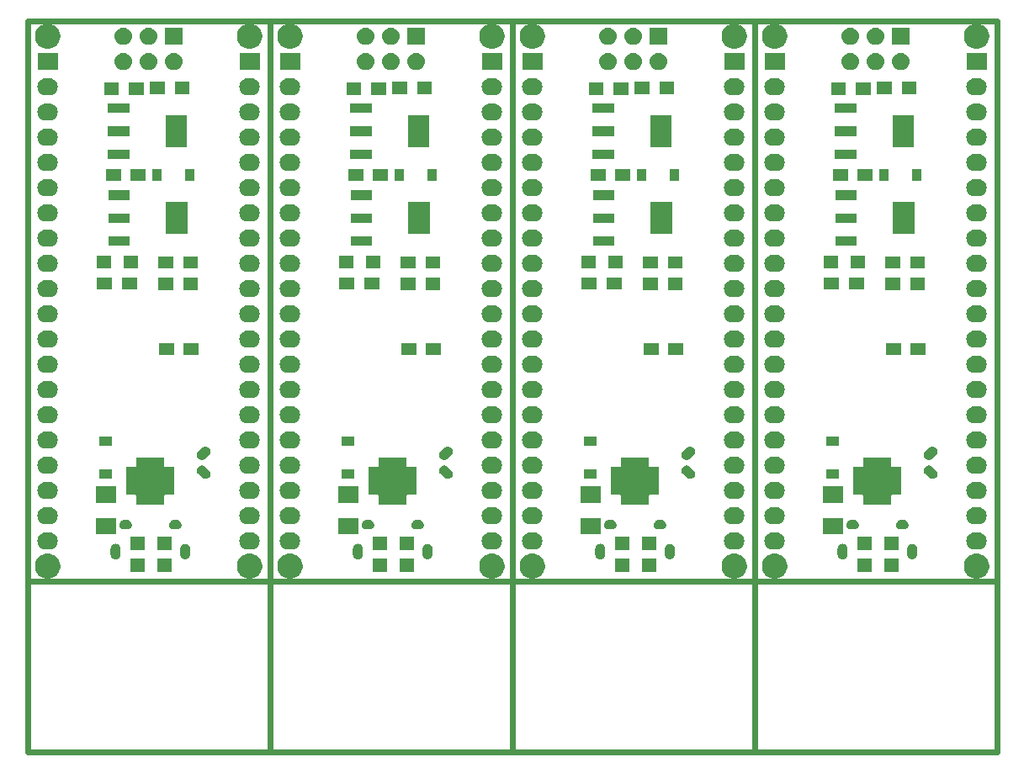
<source format=gbr>
G04 #@! TF.GenerationSoftware,KiCad,Pcbnew,6.0.0-rc1-unknown-9cac0a3~66~ubuntu16.04.1*
G04 #@! TF.CreationDate,2019-01-23T08:05:13+01:00
G04 #@! TF.ProjectId,nano324,6e616e6f-3332-4342-9e6b-696361645f70,rev?*
G04 #@! TF.SameCoordinates,Original*
G04 #@! TF.FileFunction,Soldermask,Bot*
G04 #@! TF.FilePolarity,Negative*
%FSLAX46Y46*%
G04 Gerber Fmt 4.6, Leading zero omitted, Abs format (unit mm)*
G04 Created by KiCad (PCBNEW 6.0.0-rc1-unknown-9cac0a3~66~ubuntu16.04.1) date St 23. január 2019, 08:05:13 CET*
%MOMM*%
%LPD*%
G04 APERTURE LIST*
%ADD10C,0.600000*%
%ADD11C,0.100000*%
G04 APERTURE END LIST*
D10*
X181864000Y-114300000D02*
X181864000Y-131445000D01*
X157480000Y-114300000D02*
X157480000Y-131445000D01*
X133096000Y-114300000D02*
X133096000Y-131445000D01*
X206248000Y-131445000D02*
X206248000Y-124968000D01*
X108712000Y-131445000D02*
X206248000Y-131445000D01*
X206248000Y-114300000D02*
X206248000Y-124968000D01*
X108712000Y-114300000D02*
X108712000Y-131445000D01*
X206248000Y-114300000D02*
X181864000Y-114300000D01*
X181864000Y-114300000D02*
X181864000Y-57912000D01*
X181864000Y-57912000D02*
X206248000Y-57912000D01*
X206248000Y-57912000D02*
X206248000Y-114300000D01*
X181864000Y-114300000D02*
X157480000Y-114300000D01*
X157480000Y-114300000D02*
X157480000Y-57912000D01*
X157480000Y-57912000D02*
X181864000Y-57912000D01*
X181864000Y-57912000D02*
X181864000Y-114300000D01*
X157480000Y-114300000D02*
X133096000Y-114300000D01*
X133096000Y-114300000D02*
X133096000Y-57912000D01*
X133096000Y-57912000D02*
X157480000Y-57912000D01*
X157480000Y-57912000D02*
X157480000Y-114300000D01*
X133096000Y-57912000D02*
X133096000Y-114300000D01*
X108712000Y-57912000D02*
X133096000Y-57912000D01*
X108712000Y-114300000D02*
X108712000Y-57912000D01*
X133096000Y-114300000D02*
X108712000Y-114300000D01*
D11*
G36*
X204463765Y-111530403D02*
G01*
X204586445Y-111554805D01*
X204817571Y-111650541D01*
X205025581Y-111789529D01*
X205202471Y-111966419D01*
X205202473Y-111966422D01*
X205341459Y-112174429D01*
X205437195Y-112405555D01*
X205486000Y-112650916D01*
X205486000Y-112901084D01*
X205437195Y-113146445D01*
X205352962Y-113349800D01*
X205341459Y-113377571D01*
X205202471Y-113585581D01*
X205025581Y-113762471D01*
X205025578Y-113762473D01*
X204817571Y-113901459D01*
X204586445Y-113997195D01*
X204463765Y-114021597D01*
X204341086Y-114046000D01*
X204090914Y-114046000D01*
X203968235Y-114021597D01*
X203845555Y-113997195D01*
X203614429Y-113901459D01*
X203406422Y-113762473D01*
X203406419Y-113762471D01*
X203229529Y-113585581D01*
X203090541Y-113377571D01*
X203079038Y-113349800D01*
X202994805Y-113146445D01*
X202946000Y-112901084D01*
X202946000Y-112650916D01*
X202994805Y-112405555D01*
X203090541Y-112174429D01*
X203229527Y-111966422D01*
X203229529Y-111966419D01*
X203406419Y-111789529D01*
X203614429Y-111650541D01*
X203845555Y-111554805D01*
X203968235Y-111530403D01*
X204090914Y-111506000D01*
X204341086Y-111506000D01*
X204463765Y-111530403D01*
X204463765Y-111530403D01*
G37*
G36*
X180079765Y-111530403D02*
G01*
X180202445Y-111554805D01*
X180433571Y-111650541D01*
X180641581Y-111789529D01*
X180818471Y-111966419D01*
X180818473Y-111966422D01*
X180957459Y-112174429D01*
X181053195Y-112405555D01*
X181102000Y-112650916D01*
X181102000Y-112901084D01*
X181053195Y-113146445D01*
X180968962Y-113349800D01*
X180957459Y-113377571D01*
X180818471Y-113585581D01*
X180641581Y-113762471D01*
X180641578Y-113762473D01*
X180433571Y-113901459D01*
X180202445Y-113997195D01*
X180079765Y-114021597D01*
X179957086Y-114046000D01*
X179706914Y-114046000D01*
X179584235Y-114021597D01*
X179461555Y-113997195D01*
X179230429Y-113901459D01*
X179022422Y-113762473D01*
X179022419Y-113762471D01*
X178845529Y-113585581D01*
X178706541Y-113377571D01*
X178695038Y-113349800D01*
X178610805Y-113146445D01*
X178562000Y-112901084D01*
X178562000Y-112650916D01*
X178610805Y-112405555D01*
X178706541Y-112174429D01*
X178845527Y-111966422D01*
X178845529Y-111966419D01*
X179022419Y-111789529D01*
X179230429Y-111650541D01*
X179461555Y-111554805D01*
X179584235Y-111530403D01*
X179706914Y-111506000D01*
X179957086Y-111506000D01*
X180079765Y-111530403D01*
X180079765Y-111530403D01*
G37*
G36*
X159759765Y-111530403D02*
G01*
X159882445Y-111554805D01*
X160113571Y-111650541D01*
X160321581Y-111789529D01*
X160498471Y-111966419D01*
X160498473Y-111966422D01*
X160637459Y-112174429D01*
X160733195Y-112405555D01*
X160782000Y-112650916D01*
X160782000Y-112901084D01*
X160733195Y-113146445D01*
X160648962Y-113349800D01*
X160637459Y-113377571D01*
X160498471Y-113585581D01*
X160321581Y-113762471D01*
X160321578Y-113762473D01*
X160113571Y-113901459D01*
X159882445Y-113997195D01*
X159759765Y-114021597D01*
X159637086Y-114046000D01*
X159386914Y-114046000D01*
X159264235Y-114021597D01*
X159141555Y-113997195D01*
X158910429Y-113901459D01*
X158702422Y-113762473D01*
X158702419Y-113762471D01*
X158525529Y-113585581D01*
X158386541Y-113377571D01*
X158375038Y-113349800D01*
X158290805Y-113146445D01*
X158242000Y-112901084D01*
X158242000Y-112650916D01*
X158290805Y-112405555D01*
X158386541Y-112174429D01*
X158525527Y-111966422D01*
X158525529Y-111966419D01*
X158702419Y-111789529D01*
X158910429Y-111650541D01*
X159141555Y-111554805D01*
X159264235Y-111530403D01*
X159386914Y-111506000D01*
X159637086Y-111506000D01*
X159759765Y-111530403D01*
X159759765Y-111530403D01*
G37*
G36*
X155695765Y-111530403D02*
G01*
X155818445Y-111554805D01*
X156049571Y-111650541D01*
X156257581Y-111789529D01*
X156434471Y-111966419D01*
X156434473Y-111966422D01*
X156573459Y-112174429D01*
X156669195Y-112405555D01*
X156718000Y-112650916D01*
X156718000Y-112901084D01*
X156669195Y-113146445D01*
X156584962Y-113349800D01*
X156573459Y-113377571D01*
X156434471Y-113585581D01*
X156257581Y-113762471D01*
X156257578Y-113762473D01*
X156049571Y-113901459D01*
X155818445Y-113997195D01*
X155695765Y-114021597D01*
X155573086Y-114046000D01*
X155322914Y-114046000D01*
X155200235Y-114021597D01*
X155077555Y-113997195D01*
X154846429Y-113901459D01*
X154638422Y-113762473D01*
X154638419Y-113762471D01*
X154461529Y-113585581D01*
X154322541Y-113377571D01*
X154311038Y-113349800D01*
X154226805Y-113146445D01*
X154178000Y-112901084D01*
X154178000Y-112650916D01*
X154226805Y-112405555D01*
X154322541Y-112174429D01*
X154461527Y-111966422D01*
X154461529Y-111966419D01*
X154638419Y-111789529D01*
X154846429Y-111650541D01*
X155077555Y-111554805D01*
X155200235Y-111530403D01*
X155322914Y-111506000D01*
X155573086Y-111506000D01*
X155695765Y-111530403D01*
X155695765Y-111530403D01*
G37*
G36*
X135375765Y-111530403D02*
G01*
X135498445Y-111554805D01*
X135729571Y-111650541D01*
X135937581Y-111789529D01*
X136114471Y-111966419D01*
X136114473Y-111966422D01*
X136253459Y-112174429D01*
X136349195Y-112405555D01*
X136398000Y-112650916D01*
X136398000Y-112901084D01*
X136349195Y-113146445D01*
X136264962Y-113349800D01*
X136253459Y-113377571D01*
X136114471Y-113585581D01*
X135937581Y-113762471D01*
X135937578Y-113762473D01*
X135729571Y-113901459D01*
X135498445Y-113997195D01*
X135375765Y-114021597D01*
X135253086Y-114046000D01*
X135002914Y-114046000D01*
X134880235Y-114021597D01*
X134757555Y-113997195D01*
X134526429Y-113901459D01*
X134318422Y-113762473D01*
X134318419Y-113762471D01*
X134141529Y-113585581D01*
X134002541Y-113377571D01*
X133991038Y-113349800D01*
X133906805Y-113146445D01*
X133858000Y-112901084D01*
X133858000Y-112650916D01*
X133906805Y-112405555D01*
X134002541Y-112174429D01*
X134141527Y-111966422D01*
X134141529Y-111966419D01*
X134318419Y-111789529D01*
X134526429Y-111650541D01*
X134757555Y-111554805D01*
X134880235Y-111530403D01*
X135002914Y-111506000D01*
X135253086Y-111506000D01*
X135375765Y-111530403D01*
X135375765Y-111530403D01*
G37*
G36*
X110991765Y-111530403D02*
G01*
X111114445Y-111554805D01*
X111345571Y-111650541D01*
X111553581Y-111789529D01*
X111730471Y-111966419D01*
X111730473Y-111966422D01*
X111869459Y-112174429D01*
X111965195Y-112405555D01*
X112014000Y-112650916D01*
X112014000Y-112901084D01*
X111965195Y-113146445D01*
X111880962Y-113349800D01*
X111869459Y-113377571D01*
X111730471Y-113585581D01*
X111553581Y-113762471D01*
X111553578Y-113762473D01*
X111345571Y-113901459D01*
X111114445Y-113997195D01*
X110991765Y-114021597D01*
X110869086Y-114046000D01*
X110618914Y-114046000D01*
X110496235Y-114021597D01*
X110373555Y-113997195D01*
X110142429Y-113901459D01*
X109934422Y-113762473D01*
X109934419Y-113762471D01*
X109757529Y-113585581D01*
X109618541Y-113377571D01*
X109607038Y-113349800D01*
X109522805Y-113146445D01*
X109474000Y-112901084D01*
X109474000Y-112650916D01*
X109522805Y-112405555D01*
X109618541Y-112174429D01*
X109757527Y-111966422D01*
X109757529Y-111966419D01*
X109934419Y-111789529D01*
X110142429Y-111650541D01*
X110373555Y-111554805D01*
X110496235Y-111530403D01*
X110618914Y-111506000D01*
X110869086Y-111506000D01*
X110991765Y-111530403D01*
X110991765Y-111530403D01*
G37*
G36*
X131311765Y-111530403D02*
G01*
X131434445Y-111554805D01*
X131665571Y-111650541D01*
X131873581Y-111789529D01*
X132050471Y-111966419D01*
X132050473Y-111966422D01*
X132189459Y-112174429D01*
X132285195Y-112405555D01*
X132334000Y-112650916D01*
X132334000Y-112901084D01*
X132285195Y-113146445D01*
X132200962Y-113349800D01*
X132189459Y-113377571D01*
X132050471Y-113585581D01*
X131873581Y-113762471D01*
X131873578Y-113762473D01*
X131665571Y-113901459D01*
X131434445Y-113997195D01*
X131311765Y-114021597D01*
X131189086Y-114046000D01*
X130938914Y-114046000D01*
X130816235Y-114021597D01*
X130693555Y-113997195D01*
X130462429Y-113901459D01*
X130254422Y-113762473D01*
X130254419Y-113762471D01*
X130077529Y-113585581D01*
X129938541Y-113377571D01*
X129927038Y-113349800D01*
X129842805Y-113146445D01*
X129794000Y-112901084D01*
X129794000Y-112650916D01*
X129842805Y-112405555D01*
X129938541Y-112174429D01*
X130077527Y-111966422D01*
X130077529Y-111966419D01*
X130254419Y-111789529D01*
X130462429Y-111650541D01*
X130693555Y-111554805D01*
X130816235Y-111530403D01*
X130938914Y-111506000D01*
X131189086Y-111506000D01*
X131311765Y-111530403D01*
X131311765Y-111530403D01*
G37*
G36*
X184143765Y-111530403D02*
G01*
X184266445Y-111554805D01*
X184497571Y-111650541D01*
X184705581Y-111789529D01*
X184882471Y-111966419D01*
X184882473Y-111966422D01*
X185021459Y-112174429D01*
X185117195Y-112405555D01*
X185166000Y-112650916D01*
X185166000Y-112901084D01*
X185117195Y-113146445D01*
X185032962Y-113349800D01*
X185021459Y-113377571D01*
X184882471Y-113585581D01*
X184705581Y-113762471D01*
X184705578Y-113762473D01*
X184497571Y-113901459D01*
X184266445Y-113997195D01*
X184143765Y-114021597D01*
X184021086Y-114046000D01*
X183770914Y-114046000D01*
X183648235Y-114021597D01*
X183525555Y-113997195D01*
X183294429Y-113901459D01*
X183086422Y-113762473D01*
X183086419Y-113762471D01*
X182909529Y-113585581D01*
X182770541Y-113377571D01*
X182759038Y-113349800D01*
X182674805Y-113146445D01*
X182626000Y-112901084D01*
X182626000Y-112650916D01*
X182674805Y-112405555D01*
X182770541Y-112174429D01*
X182909527Y-111966422D01*
X182909529Y-111966419D01*
X183086419Y-111789529D01*
X183294429Y-111650541D01*
X183525555Y-111554805D01*
X183648235Y-111530403D01*
X183770914Y-111506000D01*
X184021086Y-111506000D01*
X184143765Y-111530403D01*
X184143765Y-111530403D01*
G37*
G36*
X123258000Y-113349800D02*
G01*
X121758000Y-113349800D01*
X121758000Y-112049800D01*
X123258000Y-112049800D01*
X123258000Y-113349800D01*
X123258000Y-113349800D01*
G37*
G36*
X120558000Y-113349800D02*
G01*
X119058000Y-113349800D01*
X119058000Y-112049800D01*
X120558000Y-112049800D01*
X120558000Y-113349800D01*
X120558000Y-113349800D01*
G37*
G36*
X147642000Y-113349800D02*
G01*
X146142000Y-113349800D01*
X146142000Y-112049800D01*
X147642000Y-112049800D01*
X147642000Y-113349800D01*
X147642000Y-113349800D01*
G37*
G36*
X144942000Y-113349800D02*
G01*
X143442000Y-113349800D01*
X143442000Y-112049800D01*
X144942000Y-112049800D01*
X144942000Y-113349800D01*
X144942000Y-113349800D01*
G37*
G36*
X172026000Y-113349800D02*
G01*
X170526000Y-113349800D01*
X170526000Y-112049800D01*
X172026000Y-112049800D01*
X172026000Y-113349800D01*
X172026000Y-113349800D01*
G37*
G36*
X196410000Y-113349800D02*
G01*
X194910000Y-113349800D01*
X194910000Y-112049800D01*
X196410000Y-112049800D01*
X196410000Y-113349800D01*
X196410000Y-113349800D01*
G37*
G36*
X193710000Y-113349800D02*
G01*
X192210000Y-113349800D01*
X192210000Y-112049800D01*
X193710000Y-112049800D01*
X193710000Y-113349800D01*
X193710000Y-113349800D01*
G37*
G36*
X169326000Y-113349800D02*
G01*
X167826000Y-113349800D01*
X167826000Y-112049800D01*
X169326000Y-112049800D01*
X169326000Y-113349800D01*
X169326000Y-113349800D01*
G37*
G36*
X190841114Y-110531694D02*
G01*
X190935367Y-110560285D01*
X190976163Y-110582091D01*
X191022229Y-110606714D01*
X191098364Y-110669196D01*
X191098365Y-110669198D01*
X191098367Y-110669199D01*
X191138508Y-110718112D01*
X191160846Y-110745331D01*
X191182457Y-110785763D01*
X191207275Y-110832192D01*
X191235866Y-110926445D01*
X191243100Y-110999896D01*
X191243100Y-111599024D01*
X191235866Y-111672475D01*
X191207275Y-111766728D01*
X191195088Y-111789527D01*
X191160846Y-111853589D01*
X191098364Y-111929724D01*
X191022229Y-111992206D01*
X190981797Y-112013817D01*
X190935368Y-112038635D01*
X190841115Y-112067226D01*
X190743100Y-112076879D01*
X190645086Y-112067226D01*
X190550833Y-112038635D01*
X190504404Y-112013817D01*
X190463972Y-111992206D01*
X190387837Y-111929724D01*
X190325355Y-111853589D01*
X190311489Y-111827648D01*
X190278924Y-111766725D01*
X190250334Y-111672475D01*
X190243100Y-111599024D01*
X190243100Y-110999897D01*
X190250334Y-110926446D01*
X190278925Y-110832193D01*
X190300731Y-110791397D01*
X190325354Y-110745331D01*
X190387836Y-110669196D01*
X190387838Y-110669195D01*
X190387839Y-110669193D01*
X190463970Y-110606715D01*
X190463969Y-110606715D01*
X190463971Y-110606714D01*
X190504403Y-110585103D01*
X190550832Y-110560285D01*
X190645085Y-110531694D01*
X190743100Y-110522041D01*
X190841114Y-110531694D01*
X190841114Y-110531694D01*
G37*
G36*
X124689114Y-110531694D02*
G01*
X124783367Y-110560285D01*
X124824163Y-110582091D01*
X124870229Y-110606714D01*
X124946364Y-110669196D01*
X124946365Y-110669198D01*
X124946367Y-110669199D01*
X124986508Y-110718112D01*
X125008846Y-110745331D01*
X125030457Y-110785763D01*
X125055275Y-110832192D01*
X125083866Y-110926445D01*
X125091100Y-110999896D01*
X125091100Y-111599024D01*
X125083866Y-111672475D01*
X125055275Y-111766728D01*
X125043088Y-111789527D01*
X125008846Y-111853589D01*
X124946364Y-111929724D01*
X124870229Y-111992206D01*
X124829797Y-112013817D01*
X124783368Y-112038635D01*
X124689115Y-112067226D01*
X124591100Y-112076879D01*
X124493086Y-112067226D01*
X124398833Y-112038635D01*
X124352404Y-112013817D01*
X124311972Y-111992206D01*
X124235837Y-111929724D01*
X124173355Y-111853589D01*
X124159489Y-111827648D01*
X124126924Y-111766725D01*
X124098334Y-111672475D01*
X124091100Y-111599024D01*
X124091100Y-110999897D01*
X124098334Y-110926446D01*
X124126925Y-110832193D01*
X124148731Y-110791397D01*
X124173354Y-110745331D01*
X124235836Y-110669196D01*
X124235838Y-110669195D01*
X124235839Y-110669193D01*
X124311970Y-110606715D01*
X124311969Y-110606715D01*
X124311971Y-110606714D01*
X124352403Y-110585103D01*
X124398832Y-110560285D01*
X124493085Y-110531694D01*
X124591100Y-110522041D01*
X124689114Y-110531694D01*
X124689114Y-110531694D01*
G37*
G36*
X117689114Y-110531694D02*
G01*
X117783367Y-110560285D01*
X117824163Y-110582091D01*
X117870229Y-110606714D01*
X117946364Y-110669196D01*
X117946365Y-110669198D01*
X117946367Y-110669199D01*
X117986508Y-110718112D01*
X118008846Y-110745331D01*
X118030457Y-110785763D01*
X118055275Y-110832192D01*
X118083866Y-110926445D01*
X118091100Y-110999896D01*
X118091100Y-111599024D01*
X118083866Y-111672475D01*
X118055275Y-111766728D01*
X118043088Y-111789527D01*
X118008846Y-111853589D01*
X117946364Y-111929724D01*
X117870229Y-111992206D01*
X117829797Y-112013817D01*
X117783368Y-112038635D01*
X117689115Y-112067226D01*
X117591100Y-112076879D01*
X117493086Y-112067226D01*
X117398833Y-112038635D01*
X117352404Y-112013817D01*
X117311972Y-111992206D01*
X117235837Y-111929724D01*
X117173355Y-111853589D01*
X117159489Y-111827648D01*
X117126924Y-111766725D01*
X117098334Y-111672475D01*
X117091100Y-111599024D01*
X117091100Y-110999897D01*
X117098334Y-110926446D01*
X117126925Y-110832193D01*
X117148731Y-110791397D01*
X117173354Y-110745331D01*
X117235836Y-110669196D01*
X117235838Y-110669195D01*
X117235839Y-110669193D01*
X117311970Y-110606715D01*
X117311969Y-110606715D01*
X117311971Y-110606714D01*
X117352403Y-110585103D01*
X117398832Y-110560285D01*
X117493085Y-110531694D01*
X117591100Y-110522041D01*
X117689114Y-110531694D01*
X117689114Y-110531694D01*
G37*
G36*
X173457114Y-110531694D02*
G01*
X173551367Y-110560285D01*
X173592163Y-110582091D01*
X173638229Y-110606714D01*
X173714364Y-110669196D01*
X173714365Y-110669198D01*
X173714367Y-110669199D01*
X173754508Y-110718112D01*
X173776846Y-110745331D01*
X173798457Y-110785763D01*
X173823275Y-110832192D01*
X173851866Y-110926445D01*
X173859100Y-110999896D01*
X173859100Y-111599024D01*
X173851866Y-111672475D01*
X173823275Y-111766728D01*
X173811088Y-111789527D01*
X173776846Y-111853589D01*
X173714364Y-111929724D01*
X173638229Y-111992206D01*
X173597797Y-112013817D01*
X173551368Y-112038635D01*
X173457115Y-112067226D01*
X173359100Y-112076879D01*
X173261086Y-112067226D01*
X173166833Y-112038635D01*
X173120404Y-112013817D01*
X173079972Y-111992206D01*
X173003837Y-111929724D01*
X172941355Y-111853589D01*
X172927489Y-111827648D01*
X172894924Y-111766725D01*
X172866334Y-111672475D01*
X172859100Y-111599024D01*
X172859100Y-110999897D01*
X172866334Y-110926446D01*
X172894925Y-110832193D01*
X172916731Y-110791397D01*
X172941354Y-110745331D01*
X173003836Y-110669196D01*
X173003838Y-110669195D01*
X173003839Y-110669193D01*
X173079970Y-110606715D01*
X173079969Y-110606715D01*
X173079971Y-110606714D01*
X173120403Y-110585103D01*
X173166832Y-110560285D01*
X173261085Y-110531694D01*
X173359100Y-110522041D01*
X173457114Y-110531694D01*
X173457114Y-110531694D01*
G37*
G36*
X166457114Y-110531694D02*
G01*
X166551367Y-110560285D01*
X166592163Y-110582091D01*
X166638229Y-110606714D01*
X166714364Y-110669196D01*
X166714365Y-110669198D01*
X166714367Y-110669199D01*
X166754508Y-110718112D01*
X166776846Y-110745331D01*
X166798457Y-110785763D01*
X166823275Y-110832192D01*
X166851866Y-110926445D01*
X166859100Y-110999896D01*
X166859100Y-111599024D01*
X166851866Y-111672475D01*
X166823275Y-111766728D01*
X166811088Y-111789527D01*
X166776846Y-111853589D01*
X166714364Y-111929724D01*
X166638229Y-111992206D01*
X166597797Y-112013817D01*
X166551368Y-112038635D01*
X166457115Y-112067226D01*
X166359100Y-112076879D01*
X166261086Y-112067226D01*
X166166833Y-112038635D01*
X166120404Y-112013817D01*
X166079972Y-111992206D01*
X166003837Y-111929724D01*
X165941355Y-111853589D01*
X165927489Y-111827648D01*
X165894924Y-111766725D01*
X165866334Y-111672475D01*
X165859100Y-111599024D01*
X165859100Y-110999897D01*
X165866334Y-110926446D01*
X165894925Y-110832193D01*
X165916731Y-110791397D01*
X165941354Y-110745331D01*
X166003836Y-110669196D01*
X166003838Y-110669195D01*
X166003839Y-110669193D01*
X166079970Y-110606715D01*
X166079969Y-110606715D01*
X166079971Y-110606714D01*
X166120403Y-110585103D01*
X166166832Y-110560285D01*
X166261085Y-110531694D01*
X166359100Y-110522041D01*
X166457114Y-110531694D01*
X166457114Y-110531694D01*
G37*
G36*
X142073114Y-110531694D02*
G01*
X142167367Y-110560285D01*
X142208163Y-110582091D01*
X142254229Y-110606714D01*
X142330364Y-110669196D01*
X142330365Y-110669198D01*
X142330367Y-110669199D01*
X142370508Y-110718112D01*
X142392846Y-110745331D01*
X142414457Y-110785763D01*
X142439275Y-110832192D01*
X142467866Y-110926445D01*
X142475100Y-110999896D01*
X142475100Y-111599024D01*
X142467866Y-111672475D01*
X142439275Y-111766728D01*
X142427088Y-111789527D01*
X142392846Y-111853589D01*
X142330364Y-111929724D01*
X142254229Y-111992206D01*
X142213797Y-112013817D01*
X142167368Y-112038635D01*
X142073115Y-112067226D01*
X141975100Y-112076879D01*
X141877086Y-112067226D01*
X141782833Y-112038635D01*
X141736404Y-112013817D01*
X141695972Y-111992206D01*
X141619837Y-111929724D01*
X141557355Y-111853589D01*
X141543489Y-111827648D01*
X141510924Y-111766725D01*
X141482334Y-111672475D01*
X141475100Y-111599024D01*
X141475100Y-110999897D01*
X141482334Y-110926446D01*
X141510925Y-110832193D01*
X141532731Y-110791397D01*
X141557354Y-110745331D01*
X141619836Y-110669196D01*
X141619838Y-110669195D01*
X141619839Y-110669193D01*
X141695970Y-110606715D01*
X141695969Y-110606715D01*
X141695971Y-110606714D01*
X141736403Y-110585103D01*
X141782832Y-110560285D01*
X141877085Y-110531694D01*
X141975100Y-110522041D01*
X142073114Y-110531694D01*
X142073114Y-110531694D01*
G37*
G36*
X197841114Y-110531694D02*
G01*
X197935367Y-110560285D01*
X197976163Y-110582091D01*
X198022229Y-110606714D01*
X198098364Y-110669196D01*
X198098365Y-110669198D01*
X198098367Y-110669199D01*
X198138508Y-110718112D01*
X198160846Y-110745331D01*
X198182457Y-110785763D01*
X198207275Y-110832192D01*
X198235866Y-110926445D01*
X198243100Y-110999896D01*
X198243100Y-111599024D01*
X198235866Y-111672475D01*
X198207275Y-111766728D01*
X198195088Y-111789527D01*
X198160846Y-111853589D01*
X198098364Y-111929724D01*
X198022229Y-111992206D01*
X197981797Y-112013817D01*
X197935368Y-112038635D01*
X197841115Y-112067226D01*
X197743100Y-112076879D01*
X197645086Y-112067226D01*
X197550833Y-112038635D01*
X197504404Y-112013817D01*
X197463972Y-111992206D01*
X197387837Y-111929724D01*
X197325355Y-111853589D01*
X197311489Y-111827648D01*
X197278924Y-111766725D01*
X197250334Y-111672475D01*
X197243100Y-111599024D01*
X197243100Y-110999897D01*
X197250334Y-110926446D01*
X197278925Y-110832193D01*
X197300731Y-110791397D01*
X197325354Y-110745331D01*
X197387836Y-110669196D01*
X197387838Y-110669195D01*
X197387839Y-110669193D01*
X197463970Y-110606715D01*
X197463969Y-110606715D01*
X197463971Y-110606714D01*
X197504403Y-110585103D01*
X197550832Y-110560285D01*
X197645085Y-110531694D01*
X197743100Y-110522041D01*
X197841114Y-110531694D01*
X197841114Y-110531694D01*
G37*
G36*
X149073114Y-110531694D02*
G01*
X149167367Y-110560285D01*
X149208163Y-110582091D01*
X149254229Y-110606714D01*
X149330364Y-110669196D01*
X149330365Y-110669198D01*
X149330367Y-110669199D01*
X149370508Y-110718112D01*
X149392846Y-110745331D01*
X149414457Y-110785763D01*
X149439275Y-110832192D01*
X149467866Y-110926445D01*
X149475100Y-110999896D01*
X149475100Y-111599024D01*
X149467866Y-111672475D01*
X149439275Y-111766728D01*
X149427088Y-111789527D01*
X149392846Y-111853589D01*
X149330364Y-111929724D01*
X149254229Y-111992206D01*
X149213797Y-112013817D01*
X149167368Y-112038635D01*
X149073115Y-112067226D01*
X148975100Y-112076879D01*
X148877086Y-112067226D01*
X148782833Y-112038635D01*
X148736404Y-112013817D01*
X148695972Y-111992206D01*
X148619837Y-111929724D01*
X148557355Y-111853589D01*
X148543489Y-111827648D01*
X148510924Y-111766725D01*
X148482334Y-111672475D01*
X148475100Y-111599024D01*
X148475100Y-110999897D01*
X148482334Y-110926446D01*
X148510925Y-110832193D01*
X148532731Y-110791397D01*
X148557354Y-110745331D01*
X148619836Y-110669196D01*
X148619838Y-110669195D01*
X148619839Y-110669193D01*
X148695970Y-110606715D01*
X148695969Y-110606715D01*
X148695971Y-110606714D01*
X148736403Y-110585103D01*
X148782832Y-110560285D01*
X148877085Y-110531694D01*
X148975100Y-110522041D01*
X149073114Y-110531694D01*
X149073114Y-110531694D01*
G37*
G36*
X193710000Y-111140000D02*
G01*
X192210000Y-111140000D01*
X192210000Y-109840000D01*
X193710000Y-109840000D01*
X193710000Y-111140000D01*
X193710000Y-111140000D01*
G37*
G36*
X123258000Y-111140000D02*
G01*
X121758000Y-111140000D01*
X121758000Y-109840000D01*
X123258000Y-109840000D01*
X123258000Y-111140000D01*
X123258000Y-111140000D01*
G37*
G36*
X120558000Y-111140000D02*
G01*
X119058000Y-111140000D01*
X119058000Y-109840000D01*
X120558000Y-109840000D01*
X120558000Y-111140000D01*
X120558000Y-111140000D01*
G37*
G36*
X144942000Y-111140000D02*
G01*
X143442000Y-111140000D01*
X143442000Y-109840000D01*
X144942000Y-109840000D01*
X144942000Y-111140000D01*
X144942000Y-111140000D01*
G37*
G36*
X169326000Y-111140000D02*
G01*
X167826000Y-111140000D01*
X167826000Y-109840000D01*
X169326000Y-109840000D01*
X169326000Y-111140000D01*
X169326000Y-111140000D01*
G37*
G36*
X172026000Y-111140000D02*
G01*
X170526000Y-111140000D01*
X170526000Y-109840000D01*
X172026000Y-109840000D01*
X172026000Y-111140000D01*
X172026000Y-111140000D01*
G37*
G36*
X196410000Y-111140000D02*
G01*
X194910000Y-111140000D01*
X194910000Y-109840000D01*
X196410000Y-109840000D01*
X196410000Y-111140000D01*
X196410000Y-111140000D01*
G37*
G36*
X147642000Y-111140000D02*
G01*
X146142000Y-111140000D01*
X146142000Y-109840000D01*
X147642000Y-109840000D01*
X147642000Y-111140000D01*
X147642000Y-111140000D01*
G37*
G36*
X155685112Y-109376565D02*
G01*
X155769695Y-109384896D01*
X155890127Y-109421429D01*
X155932488Y-109434279D01*
X156082512Y-109514468D01*
X156214012Y-109622388D01*
X156321932Y-109753888D01*
X156402121Y-109903912D01*
X156402122Y-109903916D01*
X156451504Y-110066705D01*
X156468178Y-110236000D01*
X156451504Y-110405295D01*
X156416089Y-110522041D01*
X156402121Y-110568088D01*
X156321932Y-110718112D01*
X156214012Y-110849612D01*
X156082512Y-110957532D01*
X155932488Y-111037721D01*
X155890127Y-111050571D01*
X155769695Y-111087104D01*
X155685112Y-111095435D01*
X155642821Y-111099600D01*
X155253179Y-111099600D01*
X155210888Y-111095435D01*
X155126305Y-111087104D01*
X155005873Y-111050571D01*
X154963512Y-111037721D01*
X154813488Y-110957532D01*
X154681988Y-110849612D01*
X154574068Y-110718112D01*
X154493879Y-110568088D01*
X154479911Y-110522041D01*
X154444496Y-110405295D01*
X154427822Y-110236000D01*
X154444496Y-110066705D01*
X154493878Y-109903916D01*
X154493879Y-109903912D01*
X154574068Y-109753888D01*
X154681988Y-109622388D01*
X154813488Y-109514468D01*
X154963512Y-109434279D01*
X155005873Y-109421429D01*
X155126305Y-109384896D01*
X155210888Y-109376565D01*
X155253179Y-109372400D01*
X155642821Y-109372400D01*
X155685112Y-109376565D01*
X155685112Y-109376565D01*
G37*
G36*
X135365112Y-109376565D02*
G01*
X135449695Y-109384896D01*
X135570127Y-109421429D01*
X135612488Y-109434279D01*
X135762512Y-109514468D01*
X135894012Y-109622388D01*
X136001932Y-109753888D01*
X136082121Y-109903912D01*
X136082122Y-109903916D01*
X136131504Y-110066705D01*
X136148178Y-110236000D01*
X136131504Y-110405295D01*
X136096089Y-110522041D01*
X136082121Y-110568088D01*
X136001932Y-110718112D01*
X135894012Y-110849612D01*
X135762512Y-110957532D01*
X135612488Y-111037721D01*
X135570127Y-111050571D01*
X135449695Y-111087104D01*
X135365112Y-111095435D01*
X135322821Y-111099600D01*
X134933179Y-111099600D01*
X134890888Y-111095435D01*
X134806305Y-111087104D01*
X134685873Y-111050571D01*
X134643512Y-111037721D01*
X134493488Y-110957532D01*
X134361988Y-110849612D01*
X134254068Y-110718112D01*
X134173879Y-110568088D01*
X134159911Y-110522041D01*
X134124496Y-110405295D01*
X134107822Y-110236000D01*
X134124496Y-110066705D01*
X134173878Y-109903916D01*
X134173879Y-109903912D01*
X134254068Y-109753888D01*
X134361988Y-109622388D01*
X134493488Y-109514468D01*
X134643512Y-109434279D01*
X134685873Y-109421429D01*
X134806305Y-109384896D01*
X134890888Y-109376565D01*
X134933179Y-109372400D01*
X135322821Y-109372400D01*
X135365112Y-109376565D01*
X135365112Y-109376565D01*
G37*
G36*
X159749112Y-109376565D02*
G01*
X159833695Y-109384896D01*
X159954127Y-109421429D01*
X159996488Y-109434279D01*
X160146512Y-109514468D01*
X160278012Y-109622388D01*
X160385932Y-109753888D01*
X160466121Y-109903912D01*
X160466122Y-109903916D01*
X160515504Y-110066705D01*
X160532178Y-110236000D01*
X160515504Y-110405295D01*
X160480089Y-110522041D01*
X160466121Y-110568088D01*
X160385932Y-110718112D01*
X160278012Y-110849612D01*
X160146512Y-110957532D01*
X159996488Y-111037721D01*
X159954127Y-111050571D01*
X159833695Y-111087104D01*
X159749112Y-111095435D01*
X159706821Y-111099600D01*
X159317179Y-111099600D01*
X159274888Y-111095435D01*
X159190305Y-111087104D01*
X159069873Y-111050571D01*
X159027512Y-111037721D01*
X158877488Y-110957532D01*
X158745988Y-110849612D01*
X158638068Y-110718112D01*
X158557879Y-110568088D01*
X158543911Y-110522041D01*
X158508496Y-110405295D01*
X158491822Y-110236000D01*
X158508496Y-110066705D01*
X158557878Y-109903916D01*
X158557879Y-109903912D01*
X158638068Y-109753888D01*
X158745988Y-109622388D01*
X158877488Y-109514468D01*
X159027512Y-109434279D01*
X159069873Y-109421429D01*
X159190305Y-109384896D01*
X159274888Y-109376565D01*
X159317179Y-109372400D01*
X159706821Y-109372400D01*
X159749112Y-109376565D01*
X159749112Y-109376565D01*
G37*
G36*
X131301112Y-109376565D02*
G01*
X131385695Y-109384896D01*
X131506127Y-109421429D01*
X131548488Y-109434279D01*
X131698512Y-109514468D01*
X131830012Y-109622388D01*
X131937932Y-109753888D01*
X132018121Y-109903912D01*
X132018122Y-109903916D01*
X132067504Y-110066705D01*
X132084178Y-110236000D01*
X132067504Y-110405295D01*
X132032089Y-110522041D01*
X132018121Y-110568088D01*
X131937932Y-110718112D01*
X131830012Y-110849612D01*
X131698512Y-110957532D01*
X131548488Y-111037721D01*
X131506127Y-111050571D01*
X131385695Y-111087104D01*
X131301112Y-111095435D01*
X131258821Y-111099600D01*
X130869179Y-111099600D01*
X130826888Y-111095435D01*
X130742305Y-111087104D01*
X130621873Y-111050571D01*
X130579512Y-111037721D01*
X130429488Y-110957532D01*
X130297988Y-110849612D01*
X130190068Y-110718112D01*
X130109879Y-110568088D01*
X130095911Y-110522041D01*
X130060496Y-110405295D01*
X130043822Y-110236000D01*
X130060496Y-110066705D01*
X130109878Y-109903916D01*
X130109879Y-109903912D01*
X130190068Y-109753888D01*
X130297988Y-109622388D01*
X130429488Y-109514468D01*
X130579512Y-109434279D01*
X130621873Y-109421429D01*
X130742305Y-109384896D01*
X130826888Y-109376565D01*
X130869179Y-109372400D01*
X131258821Y-109372400D01*
X131301112Y-109376565D01*
X131301112Y-109376565D01*
G37*
G36*
X184133112Y-109376565D02*
G01*
X184217695Y-109384896D01*
X184338127Y-109421429D01*
X184380488Y-109434279D01*
X184530512Y-109514468D01*
X184662012Y-109622388D01*
X184769932Y-109753888D01*
X184850121Y-109903912D01*
X184850122Y-109903916D01*
X184899504Y-110066705D01*
X184916178Y-110236000D01*
X184899504Y-110405295D01*
X184864089Y-110522041D01*
X184850121Y-110568088D01*
X184769932Y-110718112D01*
X184662012Y-110849612D01*
X184530512Y-110957532D01*
X184380488Y-111037721D01*
X184338127Y-111050571D01*
X184217695Y-111087104D01*
X184133112Y-111095435D01*
X184090821Y-111099600D01*
X183701179Y-111099600D01*
X183658888Y-111095435D01*
X183574305Y-111087104D01*
X183453873Y-111050571D01*
X183411512Y-111037721D01*
X183261488Y-110957532D01*
X183129988Y-110849612D01*
X183022068Y-110718112D01*
X182941879Y-110568088D01*
X182927911Y-110522041D01*
X182892496Y-110405295D01*
X182875822Y-110236000D01*
X182892496Y-110066705D01*
X182941878Y-109903916D01*
X182941879Y-109903912D01*
X183022068Y-109753888D01*
X183129988Y-109622388D01*
X183261488Y-109514468D01*
X183411512Y-109434279D01*
X183453873Y-109421429D01*
X183574305Y-109384896D01*
X183658888Y-109376565D01*
X183701179Y-109372400D01*
X184090821Y-109372400D01*
X184133112Y-109376565D01*
X184133112Y-109376565D01*
G37*
G36*
X204453112Y-109376565D02*
G01*
X204537695Y-109384896D01*
X204658127Y-109421429D01*
X204700488Y-109434279D01*
X204850512Y-109514468D01*
X204982012Y-109622388D01*
X205089932Y-109753888D01*
X205170121Y-109903912D01*
X205170122Y-109903916D01*
X205219504Y-110066705D01*
X205236178Y-110236000D01*
X205219504Y-110405295D01*
X205184089Y-110522041D01*
X205170121Y-110568088D01*
X205089932Y-110718112D01*
X204982012Y-110849612D01*
X204850512Y-110957532D01*
X204700488Y-111037721D01*
X204658127Y-111050571D01*
X204537695Y-111087104D01*
X204453112Y-111095435D01*
X204410821Y-111099600D01*
X204021179Y-111099600D01*
X203978888Y-111095435D01*
X203894305Y-111087104D01*
X203773873Y-111050571D01*
X203731512Y-111037721D01*
X203581488Y-110957532D01*
X203449988Y-110849612D01*
X203342068Y-110718112D01*
X203261879Y-110568088D01*
X203247911Y-110522041D01*
X203212496Y-110405295D01*
X203195822Y-110236000D01*
X203212496Y-110066705D01*
X203261878Y-109903916D01*
X203261879Y-109903912D01*
X203342068Y-109753888D01*
X203449988Y-109622388D01*
X203581488Y-109514468D01*
X203731512Y-109434279D01*
X203773873Y-109421429D01*
X203894305Y-109384896D01*
X203978888Y-109376565D01*
X204021179Y-109372400D01*
X204410821Y-109372400D01*
X204453112Y-109376565D01*
X204453112Y-109376565D01*
G37*
G36*
X110981112Y-109376565D02*
G01*
X111065695Y-109384896D01*
X111186127Y-109421429D01*
X111228488Y-109434279D01*
X111378512Y-109514468D01*
X111510012Y-109622388D01*
X111617932Y-109753888D01*
X111698121Y-109903912D01*
X111698122Y-109903916D01*
X111747504Y-110066705D01*
X111764178Y-110236000D01*
X111747504Y-110405295D01*
X111712089Y-110522041D01*
X111698121Y-110568088D01*
X111617932Y-110718112D01*
X111510012Y-110849612D01*
X111378512Y-110957532D01*
X111228488Y-111037721D01*
X111186127Y-111050571D01*
X111065695Y-111087104D01*
X110981112Y-111095435D01*
X110938821Y-111099600D01*
X110549179Y-111099600D01*
X110506888Y-111095435D01*
X110422305Y-111087104D01*
X110301873Y-111050571D01*
X110259512Y-111037721D01*
X110109488Y-110957532D01*
X109977988Y-110849612D01*
X109870068Y-110718112D01*
X109789879Y-110568088D01*
X109775911Y-110522041D01*
X109740496Y-110405295D01*
X109723822Y-110236000D01*
X109740496Y-110066705D01*
X109789878Y-109903916D01*
X109789879Y-109903912D01*
X109870068Y-109753888D01*
X109977988Y-109622388D01*
X110109488Y-109514468D01*
X110259512Y-109434279D01*
X110301873Y-109421429D01*
X110422305Y-109384896D01*
X110506888Y-109376565D01*
X110549179Y-109372400D01*
X110938821Y-109372400D01*
X110981112Y-109376565D01*
X110981112Y-109376565D01*
G37*
G36*
X180069112Y-109376565D02*
G01*
X180153695Y-109384896D01*
X180274127Y-109421429D01*
X180316488Y-109434279D01*
X180466512Y-109514468D01*
X180598012Y-109622388D01*
X180705932Y-109753888D01*
X180786121Y-109903912D01*
X180786122Y-109903916D01*
X180835504Y-110066705D01*
X180852178Y-110236000D01*
X180835504Y-110405295D01*
X180800089Y-110522041D01*
X180786121Y-110568088D01*
X180705932Y-110718112D01*
X180598012Y-110849612D01*
X180466512Y-110957532D01*
X180316488Y-111037721D01*
X180274127Y-111050571D01*
X180153695Y-111087104D01*
X180069112Y-111095435D01*
X180026821Y-111099600D01*
X179637179Y-111099600D01*
X179594888Y-111095435D01*
X179510305Y-111087104D01*
X179389873Y-111050571D01*
X179347512Y-111037721D01*
X179197488Y-110957532D01*
X179065988Y-110849612D01*
X178958068Y-110718112D01*
X178877879Y-110568088D01*
X178863911Y-110522041D01*
X178828496Y-110405295D01*
X178811822Y-110236000D01*
X178828496Y-110066705D01*
X178877878Y-109903916D01*
X178877879Y-109903912D01*
X178958068Y-109753888D01*
X179065988Y-109622388D01*
X179197488Y-109514468D01*
X179347512Y-109434279D01*
X179389873Y-109421429D01*
X179510305Y-109384896D01*
X179594888Y-109376565D01*
X179637179Y-109372400D01*
X180026821Y-109372400D01*
X180069112Y-109376565D01*
X180069112Y-109376565D01*
G37*
G36*
X166369000Y-109562520D02*
G01*
X164339000Y-109562520D01*
X164339000Y-107912520D01*
X166369000Y-107912520D01*
X166369000Y-109562520D01*
X166369000Y-109562520D01*
G37*
G36*
X117601000Y-109562520D02*
G01*
X115571000Y-109562520D01*
X115571000Y-107912520D01*
X117601000Y-107912520D01*
X117601000Y-109562520D01*
X117601000Y-109562520D01*
G37*
G36*
X141985000Y-109562520D02*
G01*
X139955000Y-109562520D01*
X139955000Y-107912520D01*
X141985000Y-107912520D01*
X141985000Y-109562520D01*
X141985000Y-109562520D01*
G37*
G36*
X190753000Y-109562520D02*
G01*
X188723000Y-109562520D01*
X188723000Y-107912520D01*
X190753000Y-107912520D01*
X190753000Y-109562520D01*
X190753000Y-109562520D01*
G37*
G36*
X118799324Y-108127897D02*
G01*
X118834216Y-108131333D01*
X118886781Y-108147278D01*
X118923758Y-108158495D01*
X119006273Y-108202600D01*
X119078601Y-108261959D01*
X119137960Y-108334287D01*
X119182065Y-108416802D01*
X119182066Y-108416806D01*
X119206612Y-108497722D01*
X119209227Y-108506345D01*
X119218398Y-108599460D01*
X119209227Y-108692575D01*
X119182065Y-108782118D01*
X119137960Y-108864633D01*
X119078601Y-108936961D01*
X119006273Y-108996320D01*
X118923758Y-109040425D01*
X118886781Y-109051642D01*
X118834216Y-109067587D01*
X118799324Y-109071023D01*
X118764433Y-109074460D01*
X118417767Y-109074460D01*
X118382876Y-109071023D01*
X118347984Y-109067587D01*
X118295419Y-109051642D01*
X118258442Y-109040425D01*
X118175927Y-108996320D01*
X118103599Y-108936961D01*
X118044240Y-108864633D01*
X118000135Y-108782118D01*
X117972973Y-108692575D01*
X117963802Y-108599460D01*
X117972973Y-108506345D01*
X117975589Y-108497722D01*
X118000134Y-108416806D01*
X118000135Y-108416802D01*
X118044240Y-108334287D01*
X118103599Y-108261959D01*
X118175927Y-108202600D01*
X118258442Y-108158495D01*
X118295419Y-108147278D01*
X118347984Y-108131333D01*
X118382876Y-108127897D01*
X118417767Y-108124460D01*
X118764433Y-108124460D01*
X118799324Y-108127897D01*
X118799324Y-108127897D01*
G37*
G36*
X148183324Y-108127897D02*
G01*
X148218216Y-108131333D01*
X148270781Y-108147278D01*
X148307758Y-108158495D01*
X148390273Y-108202600D01*
X148462601Y-108261959D01*
X148521960Y-108334287D01*
X148566065Y-108416802D01*
X148566066Y-108416806D01*
X148590612Y-108497722D01*
X148593227Y-108506345D01*
X148602398Y-108599460D01*
X148593227Y-108692575D01*
X148566065Y-108782118D01*
X148521960Y-108864633D01*
X148462601Y-108936961D01*
X148390273Y-108996320D01*
X148307758Y-109040425D01*
X148270781Y-109051642D01*
X148218216Y-109067587D01*
X148183324Y-109071023D01*
X148148433Y-109074460D01*
X147801767Y-109074460D01*
X147766876Y-109071023D01*
X147731984Y-109067587D01*
X147679419Y-109051642D01*
X147642442Y-109040425D01*
X147559927Y-108996320D01*
X147487599Y-108936961D01*
X147428240Y-108864633D01*
X147384135Y-108782118D01*
X147356973Y-108692575D01*
X147347802Y-108599460D01*
X147356973Y-108506345D01*
X147359589Y-108497722D01*
X147384134Y-108416806D01*
X147384135Y-108416802D01*
X147428240Y-108334287D01*
X147487599Y-108261959D01*
X147559927Y-108202600D01*
X147642442Y-108158495D01*
X147679419Y-108147278D01*
X147731984Y-108131333D01*
X147766876Y-108127897D01*
X147801767Y-108124460D01*
X148148433Y-108124460D01*
X148183324Y-108127897D01*
X148183324Y-108127897D01*
G37*
G36*
X196951324Y-108127897D02*
G01*
X196986216Y-108131333D01*
X197038781Y-108147278D01*
X197075758Y-108158495D01*
X197158273Y-108202600D01*
X197230601Y-108261959D01*
X197289960Y-108334287D01*
X197334065Y-108416802D01*
X197334066Y-108416806D01*
X197358612Y-108497722D01*
X197361227Y-108506345D01*
X197370398Y-108599460D01*
X197361227Y-108692575D01*
X197334065Y-108782118D01*
X197289960Y-108864633D01*
X197230601Y-108936961D01*
X197158273Y-108996320D01*
X197075758Y-109040425D01*
X197038781Y-109051642D01*
X196986216Y-109067587D01*
X196951324Y-109071023D01*
X196916433Y-109074460D01*
X196569767Y-109074460D01*
X196534876Y-109071023D01*
X196499984Y-109067587D01*
X196447419Y-109051642D01*
X196410442Y-109040425D01*
X196327927Y-108996320D01*
X196255599Y-108936961D01*
X196196240Y-108864633D01*
X196152135Y-108782118D01*
X196124973Y-108692575D01*
X196115802Y-108599460D01*
X196124973Y-108506345D01*
X196127589Y-108497722D01*
X196152134Y-108416806D01*
X196152135Y-108416802D01*
X196196240Y-108334287D01*
X196255599Y-108261959D01*
X196327927Y-108202600D01*
X196410442Y-108158495D01*
X196447419Y-108147278D01*
X196499984Y-108131333D01*
X196534876Y-108127897D01*
X196569767Y-108124460D01*
X196916433Y-108124460D01*
X196951324Y-108127897D01*
X196951324Y-108127897D01*
G37*
G36*
X191951324Y-108127897D02*
G01*
X191986216Y-108131333D01*
X192038781Y-108147278D01*
X192075758Y-108158495D01*
X192158273Y-108202600D01*
X192230601Y-108261959D01*
X192289960Y-108334287D01*
X192334065Y-108416802D01*
X192334066Y-108416806D01*
X192358612Y-108497722D01*
X192361227Y-108506345D01*
X192370398Y-108599460D01*
X192361227Y-108692575D01*
X192334065Y-108782118D01*
X192289960Y-108864633D01*
X192230601Y-108936961D01*
X192158273Y-108996320D01*
X192075758Y-109040425D01*
X192038781Y-109051642D01*
X191986216Y-109067587D01*
X191951324Y-109071023D01*
X191916433Y-109074460D01*
X191569767Y-109074460D01*
X191534876Y-109071023D01*
X191499984Y-109067587D01*
X191447419Y-109051642D01*
X191410442Y-109040425D01*
X191327927Y-108996320D01*
X191255599Y-108936961D01*
X191196240Y-108864633D01*
X191152135Y-108782118D01*
X191124973Y-108692575D01*
X191115802Y-108599460D01*
X191124973Y-108506345D01*
X191127589Y-108497722D01*
X191152134Y-108416806D01*
X191152135Y-108416802D01*
X191196240Y-108334287D01*
X191255599Y-108261959D01*
X191327927Y-108202600D01*
X191410442Y-108158495D01*
X191447419Y-108147278D01*
X191499984Y-108131333D01*
X191534876Y-108127897D01*
X191569767Y-108124460D01*
X191916433Y-108124460D01*
X191951324Y-108127897D01*
X191951324Y-108127897D01*
G37*
G36*
X123799324Y-108127897D02*
G01*
X123834216Y-108131333D01*
X123886781Y-108147278D01*
X123923758Y-108158495D01*
X124006273Y-108202600D01*
X124078601Y-108261959D01*
X124137960Y-108334287D01*
X124182065Y-108416802D01*
X124182066Y-108416806D01*
X124206612Y-108497722D01*
X124209227Y-108506345D01*
X124218398Y-108599460D01*
X124209227Y-108692575D01*
X124182065Y-108782118D01*
X124137960Y-108864633D01*
X124078601Y-108936961D01*
X124006273Y-108996320D01*
X123923758Y-109040425D01*
X123886781Y-109051642D01*
X123834216Y-109067587D01*
X123799324Y-109071023D01*
X123764433Y-109074460D01*
X123417767Y-109074460D01*
X123382876Y-109071023D01*
X123347984Y-109067587D01*
X123295419Y-109051642D01*
X123258442Y-109040425D01*
X123175927Y-108996320D01*
X123103599Y-108936961D01*
X123044240Y-108864633D01*
X123000135Y-108782118D01*
X122972973Y-108692575D01*
X122963802Y-108599460D01*
X122972973Y-108506345D01*
X122975589Y-108497722D01*
X123000134Y-108416806D01*
X123000135Y-108416802D01*
X123044240Y-108334287D01*
X123103599Y-108261959D01*
X123175927Y-108202600D01*
X123258442Y-108158495D01*
X123295419Y-108147278D01*
X123347984Y-108131333D01*
X123382876Y-108127897D01*
X123417767Y-108124460D01*
X123764433Y-108124460D01*
X123799324Y-108127897D01*
X123799324Y-108127897D01*
G37*
G36*
X172567324Y-108127897D02*
G01*
X172602216Y-108131333D01*
X172654781Y-108147278D01*
X172691758Y-108158495D01*
X172774273Y-108202600D01*
X172846601Y-108261959D01*
X172905960Y-108334287D01*
X172950065Y-108416802D01*
X172950066Y-108416806D01*
X172974612Y-108497722D01*
X172977227Y-108506345D01*
X172986398Y-108599460D01*
X172977227Y-108692575D01*
X172950065Y-108782118D01*
X172905960Y-108864633D01*
X172846601Y-108936961D01*
X172774273Y-108996320D01*
X172691758Y-109040425D01*
X172654781Y-109051642D01*
X172602216Y-109067587D01*
X172567324Y-109071023D01*
X172532433Y-109074460D01*
X172185767Y-109074460D01*
X172150876Y-109071023D01*
X172115984Y-109067587D01*
X172063419Y-109051642D01*
X172026442Y-109040425D01*
X171943927Y-108996320D01*
X171871599Y-108936961D01*
X171812240Y-108864633D01*
X171768135Y-108782118D01*
X171740973Y-108692575D01*
X171731802Y-108599460D01*
X171740973Y-108506345D01*
X171743589Y-108497722D01*
X171768134Y-108416806D01*
X171768135Y-108416802D01*
X171812240Y-108334287D01*
X171871599Y-108261959D01*
X171943927Y-108202600D01*
X172026442Y-108158495D01*
X172063419Y-108147278D01*
X172115984Y-108131333D01*
X172150876Y-108127897D01*
X172185767Y-108124460D01*
X172532433Y-108124460D01*
X172567324Y-108127897D01*
X172567324Y-108127897D01*
G37*
G36*
X143183324Y-108127897D02*
G01*
X143218216Y-108131333D01*
X143270781Y-108147278D01*
X143307758Y-108158495D01*
X143390273Y-108202600D01*
X143462601Y-108261959D01*
X143521960Y-108334287D01*
X143566065Y-108416802D01*
X143566066Y-108416806D01*
X143590612Y-108497722D01*
X143593227Y-108506345D01*
X143602398Y-108599460D01*
X143593227Y-108692575D01*
X143566065Y-108782118D01*
X143521960Y-108864633D01*
X143462601Y-108936961D01*
X143390273Y-108996320D01*
X143307758Y-109040425D01*
X143270781Y-109051642D01*
X143218216Y-109067587D01*
X143183324Y-109071023D01*
X143148433Y-109074460D01*
X142801767Y-109074460D01*
X142766876Y-109071023D01*
X142731984Y-109067587D01*
X142679419Y-109051642D01*
X142642442Y-109040425D01*
X142559927Y-108996320D01*
X142487599Y-108936961D01*
X142428240Y-108864633D01*
X142384135Y-108782118D01*
X142356973Y-108692575D01*
X142347802Y-108599460D01*
X142356973Y-108506345D01*
X142359589Y-108497722D01*
X142384134Y-108416806D01*
X142384135Y-108416802D01*
X142428240Y-108334287D01*
X142487599Y-108261959D01*
X142559927Y-108202600D01*
X142642442Y-108158495D01*
X142679419Y-108147278D01*
X142731984Y-108131333D01*
X142766876Y-108127897D01*
X142801767Y-108124460D01*
X143148433Y-108124460D01*
X143183324Y-108127897D01*
X143183324Y-108127897D01*
G37*
G36*
X167567324Y-108127897D02*
G01*
X167602216Y-108131333D01*
X167654781Y-108147278D01*
X167691758Y-108158495D01*
X167774273Y-108202600D01*
X167846601Y-108261959D01*
X167905960Y-108334287D01*
X167950065Y-108416802D01*
X167950066Y-108416806D01*
X167974612Y-108497722D01*
X167977227Y-108506345D01*
X167986398Y-108599460D01*
X167977227Y-108692575D01*
X167950065Y-108782118D01*
X167905960Y-108864633D01*
X167846601Y-108936961D01*
X167774273Y-108996320D01*
X167691758Y-109040425D01*
X167654781Y-109051642D01*
X167602216Y-109067587D01*
X167567324Y-109071023D01*
X167532433Y-109074460D01*
X167185767Y-109074460D01*
X167150876Y-109071023D01*
X167115984Y-109067587D01*
X167063419Y-109051642D01*
X167026442Y-109040425D01*
X166943927Y-108996320D01*
X166871599Y-108936961D01*
X166812240Y-108864633D01*
X166768135Y-108782118D01*
X166740973Y-108692575D01*
X166731802Y-108599460D01*
X166740973Y-108506345D01*
X166743589Y-108497722D01*
X166768134Y-108416806D01*
X166768135Y-108416802D01*
X166812240Y-108334287D01*
X166871599Y-108261959D01*
X166943927Y-108202600D01*
X167026442Y-108158495D01*
X167063419Y-108147278D01*
X167115984Y-108131333D01*
X167150876Y-108127897D01*
X167185767Y-108124460D01*
X167532433Y-108124460D01*
X167567324Y-108127897D01*
X167567324Y-108127897D01*
G37*
G36*
X159749112Y-106836565D02*
G01*
X159833695Y-106844896D01*
X159954127Y-106881429D01*
X159996488Y-106894279D01*
X160146512Y-106974468D01*
X160278012Y-107082388D01*
X160385932Y-107213888D01*
X160466121Y-107363912D01*
X160466122Y-107363916D01*
X160515504Y-107526705D01*
X160532178Y-107696000D01*
X160515504Y-107865295D01*
X160501178Y-107912520D01*
X160466121Y-108028088D01*
X160385932Y-108178112D01*
X160278012Y-108309612D01*
X160146512Y-108417532D01*
X159996488Y-108497721D01*
X159968058Y-108506345D01*
X159833695Y-108547104D01*
X159749112Y-108555435D01*
X159706821Y-108559600D01*
X159317179Y-108559600D01*
X159274888Y-108555435D01*
X159190305Y-108547104D01*
X159055942Y-108506345D01*
X159027512Y-108497721D01*
X158877488Y-108417532D01*
X158745988Y-108309612D01*
X158638068Y-108178112D01*
X158557879Y-108028088D01*
X158522822Y-107912520D01*
X158508496Y-107865295D01*
X158491822Y-107696000D01*
X158508496Y-107526705D01*
X158557878Y-107363916D01*
X158557879Y-107363912D01*
X158638068Y-107213888D01*
X158745988Y-107082388D01*
X158877488Y-106974468D01*
X159027512Y-106894279D01*
X159069873Y-106881429D01*
X159190305Y-106844896D01*
X159274888Y-106836565D01*
X159317179Y-106832400D01*
X159706821Y-106832400D01*
X159749112Y-106836565D01*
X159749112Y-106836565D01*
G37*
G36*
X131301112Y-106836565D02*
G01*
X131385695Y-106844896D01*
X131506127Y-106881429D01*
X131548488Y-106894279D01*
X131698512Y-106974468D01*
X131830012Y-107082388D01*
X131937932Y-107213888D01*
X132018121Y-107363912D01*
X132018122Y-107363916D01*
X132067504Y-107526705D01*
X132084178Y-107696000D01*
X132067504Y-107865295D01*
X132053178Y-107912520D01*
X132018121Y-108028088D01*
X131937932Y-108178112D01*
X131830012Y-108309612D01*
X131698512Y-108417532D01*
X131548488Y-108497721D01*
X131520058Y-108506345D01*
X131385695Y-108547104D01*
X131301112Y-108555435D01*
X131258821Y-108559600D01*
X130869179Y-108559600D01*
X130826888Y-108555435D01*
X130742305Y-108547104D01*
X130607942Y-108506345D01*
X130579512Y-108497721D01*
X130429488Y-108417532D01*
X130297988Y-108309612D01*
X130190068Y-108178112D01*
X130109879Y-108028088D01*
X130074822Y-107912520D01*
X130060496Y-107865295D01*
X130043822Y-107696000D01*
X130060496Y-107526705D01*
X130109878Y-107363916D01*
X130109879Y-107363912D01*
X130190068Y-107213888D01*
X130297988Y-107082388D01*
X130429488Y-106974468D01*
X130579512Y-106894279D01*
X130621873Y-106881429D01*
X130742305Y-106844896D01*
X130826888Y-106836565D01*
X130869179Y-106832400D01*
X131258821Y-106832400D01*
X131301112Y-106836565D01*
X131301112Y-106836565D01*
G37*
G36*
X184133112Y-106836565D02*
G01*
X184217695Y-106844896D01*
X184338127Y-106881429D01*
X184380488Y-106894279D01*
X184530512Y-106974468D01*
X184662012Y-107082388D01*
X184769932Y-107213888D01*
X184850121Y-107363912D01*
X184850122Y-107363916D01*
X184899504Y-107526705D01*
X184916178Y-107696000D01*
X184899504Y-107865295D01*
X184885178Y-107912520D01*
X184850121Y-108028088D01*
X184769932Y-108178112D01*
X184662012Y-108309612D01*
X184530512Y-108417532D01*
X184380488Y-108497721D01*
X184352058Y-108506345D01*
X184217695Y-108547104D01*
X184133112Y-108555435D01*
X184090821Y-108559600D01*
X183701179Y-108559600D01*
X183658888Y-108555435D01*
X183574305Y-108547104D01*
X183439942Y-108506345D01*
X183411512Y-108497721D01*
X183261488Y-108417532D01*
X183129988Y-108309612D01*
X183022068Y-108178112D01*
X182941879Y-108028088D01*
X182906822Y-107912520D01*
X182892496Y-107865295D01*
X182875822Y-107696000D01*
X182892496Y-107526705D01*
X182941878Y-107363916D01*
X182941879Y-107363912D01*
X183022068Y-107213888D01*
X183129988Y-107082388D01*
X183261488Y-106974468D01*
X183411512Y-106894279D01*
X183453873Y-106881429D01*
X183574305Y-106844896D01*
X183658888Y-106836565D01*
X183701179Y-106832400D01*
X184090821Y-106832400D01*
X184133112Y-106836565D01*
X184133112Y-106836565D01*
G37*
G36*
X204453112Y-106836565D02*
G01*
X204537695Y-106844896D01*
X204658127Y-106881429D01*
X204700488Y-106894279D01*
X204850512Y-106974468D01*
X204982012Y-107082388D01*
X205089932Y-107213888D01*
X205170121Y-107363912D01*
X205170122Y-107363916D01*
X205219504Y-107526705D01*
X205236178Y-107696000D01*
X205219504Y-107865295D01*
X205205178Y-107912520D01*
X205170121Y-108028088D01*
X205089932Y-108178112D01*
X204982012Y-108309612D01*
X204850512Y-108417532D01*
X204700488Y-108497721D01*
X204672058Y-108506345D01*
X204537695Y-108547104D01*
X204453112Y-108555435D01*
X204410821Y-108559600D01*
X204021179Y-108559600D01*
X203978888Y-108555435D01*
X203894305Y-108547104D01*
X203759942Y-108506345D01*
X203731512Y-108497721D01*
X203581488Y-108417532D01*
X203449988Y-108309612D01*
X203342068Y-108178112D01*
X203261879Y-108028088D01*
X203226822Y-107912520D01*
X203212496Y-107865295D01*
X203195822Y-107696000D01*
X203212496Y-107526705D01*
X203261878Y-107363916D01*
X203261879Y-107363912D01*
X203342068Y-107213888D01*
X203449988Y-107082388D01*
X203581488Y-106974468D01*
X203731512Y-106894279D01*
X203773873Y-106881429D01*
X203894305Y-106844896D01*
X203978888Y-106836565D01*
X204021179Y-106832400D01*
X204410821Y-106832400D01*
X204453112Y-106836565D01*
X204453112Y-106836565D01*
G37*
G36*
X110981112Y-106836565D02*
G01*
X111065695Y-106844896D01*
X111186127Y-106881429D01*
X111228488Y-106894279D01*
X111378512Y-106974468D01*
X111510012Y-107082388D01*
X111617932Y-107213888D01*
X111698121Y-107363912D01*
X111698122Y-107363916D01*
X111747504Y-107526705D01*
X111764178Y-107696000D01*
X111747504Y-107865295D01*
X111733178Y-107912520D01*
X111698121Y-108028088D01*
X111617932Y-108178112D01*
X111510012Y-108309612D01*
X111378512Y-108417532D01*
X111228488Y-108497721D01*
X111200058Y-108506345D01*
X111065695Y-108547104D01*
X110981112Y-108555435D01*
X110938821Y-108559600D01*
X110549179Y-108559600D01*
X110506888Y-108555435D01*
X110422305Y-108547104D01*
X110287942Y-108506345D01*
X110259512Y-108497721D01*
X110109488Y-108417532D01*
X109977988Y-108309612D01*
X109870068Y-108178112D01*
X109789879Y-108028088D01*
X109754822Y-107912520D01*
X109740496Y-107865295D01*
X109723822Y-107696000D01*
X109740496Y-107526705D01*
X109789878Y-107363916D01*
X109789879Y-107363912D01*
X109870068Y-107213888D01*
X109977988Y-107082388D01*
X110109488Y-106974468D01*
X110259512Y-106894279D01*
X110301873Y-106881429D01*
X110422305Y-106844896D01*
X110506888Y-106836565D01*
X110549179Y-106832400D01*
X110938821Y-106832400D01*
X110981112Y-106836565D01*
X110981112Y-106836565D01*
G37*
G36*
X180069112Y-106836565D02*
G01*
X180153695Y-106844896D01*
X180274127Y-106881429D01*
X180316488Y-106894279D01*
X180466512Y-106974468D01*
X180598012Y-107082388D01*
X180705932Y-107213888D01*
X180786121Y-107363912D01*
X180786122Y-107363916D01*
X180835504Y-107526705D01*
X180852178Y-107696000D01*
X180835504Y-107865295D01*
X180821178Y-107912520D01*
X180786121Y-108028088D01*
X180705932Y-108178112D01*
X180598012Y-108309612D01*
X180466512Y-108417532D01*
X180316488Y-108497721D01*
X180288058Y-108506345D01*
X180153695Y-108547104D01*
X180069112Y-108555435D01*
X180026821Y-108559600D01*
X179637179Y-108559600D01*
X179594888Y-108555435D01*
X179510305Y-108547104D01*
X179375942Y-108506345D01*
X179347512Y-108497721D01*
X179197488Y-108417532D01*
X179065988Y-108309612D01*
X178958068Y-108178112D01*
X178877879Y-108028088D01*
X178842822Y-107912520D01*
X178828496Y-107865295D01*
X178811822Y-107696000D01*
X178828496Y-107526705D01*
X178877878Y-107363916D01*
X178877879Y-107363912D01*
X178958068Y-107213888D01*
X179065988Y-107082388D01*
X179197488Y-106974468D01*
X179347512Y-106894279D01*
X179389873Y-106881429D01*
X179510305Y-106844896D01*
X179594888Y-106836565D01*
X179637179Y-106832400D01*
X180026821Y-106832400D01*
X180069112Y-106836565D01*
X180069112Y-106836565D01*
G37*
G36*
X135365112Y-106836565D02*
G01*
X135449695Y-106844896D01*
X135570127Y-106881429D01*
X135612488Y-106894279D01*
X135762512Y-106974468D01*
X135894012Y-107082388D01*
X136001932Y-107213888D01*
X136082121Y-107363912D01*
X136082122Y-107363916D01*
X136131504Y-107526705D01*
X136148178Y-107696000D01*
X136131504Y-107865295D01*
X136117178Y-107912520D01*
X136082121Y-108028088D01*
X136001932Y-108178112D01*
X135894012Y-108309612D01*
X135762512Y-108417532D01*
X135612488Y-108497721D01*
X135584058Y-108506345D01*
X135449695Y-108547104D01*
X135365112Y-108555435D01*
X135322821Y-108559600D01*
X134933179Y-108559600D01*
X134890888Y-108555435D01*
X134806305Y-108547104D01*
X134671942Y-108506345D01*
X134643512Y-108497721D01*
X134493488Y-108417532D01*
X134361988Y-108309612D01*
X134254068Y-108178112D01*
X134173879Y-108028088D01*
X134138822Y-107912520D01*
X134124496Y-107865295D01*
X134107822Y-107696000D01*
X134124496Y-107526705D01*
X134173878Y-107363916D01*
X134173879Y-107363912D01*
X134254068Y-107213888D01*
X134361988Y-107082388D01*
X134493488Y-106974468D01*
X134643512Y-106894279D01*
X134685873Y-106881429D01*
X134806305Y-106844896D01*
X134890888Y-106836565D01*
X134933179Y-106832400D01*
X135322821Y-106832400D01*
X135365112Y-106836565D01*
X135365112Y-106836565D01*
G37*
G36*
X155685112Y-106836565D02*
G01*
X155769695Y-106844896D01*
X155890127Y-106881429D01*
X155932488Y-106894279D01*
X156082512Y-106974468D01*
X156214012Y-107082388D01*
X156321932Y-107213888D01*
X156402121Y-107363912D01*
X156402122Y-107363916D01*
X156451504Y-107526705D01*
X156468178Y-107696000D01*
X156451504Y-107865295D01*
X156437178Y-107912520D01*
X156402121Y-108028088D01*
X156321932Y-108178112D01*
X156214012Y-108309612D01*
X156082512Y-108417532D01*
X155932488Y-108497721D01*
X155904058Y-108506345D01*
X155769695Y-108547104D01*
X155685112Y-108555435D01*
X155642821Y-108559600D01*
X155253179Y-108559600D01*
X155210888Y-108555435D01*
X155126305Y-108547104D01*
X154991942Y-108506345D01*
X154963512Y-108497721D01*
X154813488Y-108417532D01*
X154681988Y-108309612D01*
X154574068Y-108178112D01*
X154493879Y-108028088D01*
X154458822Y-107912520D01*
X154444496Y-107865295D01*
X154427822Y-107696000D01*
X154444496Y-107526705D01*
X154493878Y-107363916D01*
X154493879Y-107363912D01*
X154574068Y-107213888D01*
X154681988Y-107082388D01*
X154813488Y-106974468D01*
X154963512Y-106894279D01*
X155005873Y-106881429D01*
X155126305Y-106844896D01*
X155210888Y-106836565D01*
X155253179Y-106832400D01*
X155642821Y-106832400D01*
X155685112Y-106836565D01*
X155685112Y-106836565D01*
G37*
G36*
X171239400Y-102663500D02*
G01*
X171241802Y-102687886D01*
X171248915Y-102711335D01*
X171260466Y-102732946D01*
X171276012Y-102751888D01*
X171294954Y-102767434D01*
X171316565Y-102778985D01*
X171340014Y-102786098D01*
X171364400Y-102788500D01*
X172214400Y-102788500D01*
X172214400Y-105588500D01*
X171364400Y-105588500D01*
X171340014Y-105590902D01*
X171316565Y-105598015D01*
X171294954Y-105609566D01*
X171276012Y-105625112D01*
X171260466Y-105644054D01*
X171248915Y-105665665D01*
X171241802Y-105689114D01*
X171239400Y-105713500D01*
X171239400Y-106563500D01*
X168439400Y-106563500D01*
X168439400Y-105713500D01*
X168436998Y-105689114D01*
X168429885Y-105665665D01*
X168418334Y-105644054D01*
X168402788Y-105625112D01*
X168383846Y-105609566D01*
X168362235Y-105598015D01*
X168338786Y-105590902D01*
X168314400Y-105588500D01*
X167464400Y-105588500D01*
X167464400Y-102788500D01*
X168314400Y-102788500D01*
X168338786Y-102786098D01*
X168362235Y-102778985D01*
X168383846Y-102767434D01*
X168402788Y-102751888D01*
X168418334Y-102732946D01*
X168429885Y-102711335D01*
X168436998Y-102687886D01*
X168439400Y-102663500D01*
X168439400Y-101813500D01*
X171239400Y-101813500D01*
X171239400Y-102663500D01*
X171239400Y-102663500D01*
G37*
G36*
X122471400Y-102663500D02*
G01*
X122473802Y-102687886D01*
X122480915Y-102711335D01*
X122492466Y-102732946D01*
X122508012Y-102751888D01*
X122526954Y-102767434D01*
X122548565Y-102778985D01*
X122572014Y-102786098D01*
X122596400Y-102788500D01*
X123446400Y-102788500D01*
X123446400Y-105588500D01*
X122596400Y-105588500D01*
X122572014Y-105590902D01*
X122548565Y-105598015D01*
X122526954Y-105609566D01*
X122508012Y-105625112D01*
X122492466Y-105644054D01*
X122480915Y-105665665D01*
X122473802Y-105689114D01*
X122471400Y-105713500D01*
X122471400Y-106563500D01*
X119671400Y-106563500D01*
X119671400Y-105713500D01*
X119668998Y-105689114D01*
X119661885Y-105665665D01*
X119650334Y-105644054D01*
X119634788Y-105625112D01*
X119615846Y-105609566D01*
X119594235Y-105598015D01*
X119570786Y-105590902D01*
X119546400Y-105588500D01*
X118696400Y-105588500D01*
X118696400Y-102788500D01*
X119546400Y-102788500D01*
X119570786Y-102786098D01*
X119594235Y-102778985D01*
X119615846Y-102767434D01*
X119634788Y-102751888D01*
X119650334Y-102732946D01*
X119661885Y-102711335D01*
X119668998Y-102687886D01*
X119671400Y-102663500D01*
X119671400Y-101813500D01*
X122471400Y-101813500D01*
X122471400Y-102663500D01*
X122471400Y-102663500D01*
G37*
G36*
X195623400Y-102663500D02*
G01*
X195625802Y-102687886D01*
X195632915Y-102711335D01*
X195644466Y-102732946D01*
X195660012Y-102751888D01*
X195678954Y-102767434D01*
X195700565Y-102778985D01*
X195724014Y-102786098D01*
X195748400Y-102788500D01*
X196598400Y-102788500D01*
X196598400Y-105588500D01*
X195748400Y-105588500D01*
X195724014Y-105590902D01*
X195700565Y-105598015D01*
X195678954Y-105609566D01*
X195660012Y-105625112D01*
X195644466Y-105644054D01*
X195632915Y-105665665D01*
X195625802Y-105689114D01*
X195623400Y-105713500D01*
X195623400Y-106563500D01*
X192823400Y-106563500D01*
X192823400Y-105713500D01*
X192820998Y-105689114D01*
X192813885Y-105665665D01*
X192802334Y-105644054D01*
X192786788Y-105625112D01*
X192767846Y-105609566D01*
X192746235Y-105598015D01*
X192722786Y-105590902D01*
X192698400Y-105588500D01*
X191848400Y-105588500D01*
X191848400Y-102788500D01*
X192698400Y-102788500D01*
X192722786Y-102786098D01*
X192746235Y-102778985D01*
X192767846Y-102767434D01*
X192786788Y-102751888D01*
X192802334Y-102732946D01*
X192813885Y-102711335D01*
X192820998Y-102687886D01*
X192823400Y-102663500D01*
X192823400Y-101813500D01*
X195623400Y-101813500D01*
X195623400Y-102663500D01*
X195623400Y-102663500D01*
G37*
G36*
X146855400Y-102663500D02*
G01*
X146857802Y-102687886D01*
X146864915Y-102711335D01*
X146876466Y-102732946D01*
X146892012Y-102751888D01*
X146910954Y-102767434D01*
X146932565Y-102778985D01*
X146956014Y-102786098D01*
X146980400Y-102788500D01*
X147830400Y-102788500D01*
X147830400Y-105588500D01*
X146980400Y-105588500D01*
X146956014Y-105590902D01*
X146932565Y-105598015D01*
X146910954Y-105609566D01*
X146892012Y-105625112D01*
X146876466Y-105644054D01*
X146864915Y-105665665D01*
X146857802Y-105689114D01*
X146855400Y-105713500D01*
X146855400Y-106563500D01*
X144055400Y-106563500D01*
X144055400Y-105713500D01*
X144052998Y-105689114D01*
X144045885Y-105665665D01*
X144034334Y-105644054D01*
X144018788Y-105625112D01*
X143999846Y-105609566D01*
X143978235Y-105598015D01*
X143954786Y-105590902D01*
X143930400Y-105588500D01*
X143080400Y-105588500D01*
X143080400Y-102788500D01*
X143930400Y-102788500D01*
X143954786Y-102786098D01*
X143978235Y-102778985D01*
X143999846Y-102767434D01*
X144018788Y-102751888D01*
X144034334Y-102732946D01*
X144045885Y-102711335D01*
X144052998Y-102687886D01*
X144055400Y-102663500D01*
X144055400Y-101813500D01*
X146855400Y-101813500D01*
X146855400Y-102663500D01*
X146855400Y-102663500D01*
G37*
G36*
X166369000Y-106402520D02*
G01*
X164339000Y-106402520D01*
X164339000Y-104752520D01*
X166369000Y-104752520D01*
X166369000Y-106402520D01*
X166369000Y-106402520D01*
G37*
G36*
X117601000Y-106402520D02*
G01*
X115571000Y-106402520D01*
X115571000Y-104752520D01*
X117601000Y-104752520D01*
X117601000Y-106402520D01*
X117601000Y-106402520D01*
G37*
G36*
X141985000Y-106402520D02*
G01*
X139955000Y-106402520D01*
X139955000Y-104752520D01*
X141985000Y-104752520D01*
X141985000Y-106402520D01*
X141985000Y-106402520D01*
G37*
G36*
X190753000Y-106402520D02*
G01*
X188723000Y-106402520D01*
X188723000Y-104752520D01*
X190753000Y-104752520D01*
X190753000Y-106402520D01*
X190753000Y-106402520D01*
G37*
G36*
X159749112Y-104296565D02*
G01*
X159833695Y-104304896D01*
X159954127Y-104341429D01*
X159996488Y-104354279D01*
X160146512Y-104434468D01*
X160278012Y-104542388D01*
X160385932Y-104673888D01*
X160466121Y-104823912D01*
X160466122Y-104823916D01*
X160515504Y-104986705D01*
X160532178Y-105156000D01*
X160515504Y-105325295D01*
X160478971Y-105445727D01*
X160466121Y-105488088D01*
X160385932Y-105638112D01*
X160278012Y-105769612D01*
X160146512Y-105877532D01*
X159996488Y-105957721D01*
X159954127Y-105970571D01*
X159833695Y-106007104D01*
X159749112Y-106015435D01*
X159706821Y-106019600D01*
X159317179Y-106019600D01*
X159274888Y-106015435D01*
X159190305Y-106007104D01*
X159069873Y-105970571D01*
X159027512Y-105957721D01*
X158877488Y-105877532D01*
X158745988Y-105769612D01*
X158638068Y-105638112D01*
X158557879Y-105488088D01*
X158545029Y-105445727D01*
X158508496Y-105325295D01*
X158491822Y-105156000D01*
X158508496Y-104986705D01*
X158557878Y-104823916D01*
X158557879Y-104823912D01*
X158638068Y-104673888D01*
X158745988Y-104542388D01*
X158877488Y-104434468D01*
X159027512Y-104354279D01*
X159069873Y-104341429D01*
X159190305Y-104304896D01*
X159274888Y-104296565D01*
X159317179Y-104292400D01*
X159706821Y-104292400D01*
X159749112Y-104296565D01*
X159749112Y-104296565D01*
G37*
G36*
X155685112Y-104296565D02*
G01*
X155769695Y-104304896D01*
X155890127Y-104341429D01*
X155932488Y-104354279D01*
X156082512Y-104434468D01*
X156214012Y-104542388D01*
X156321932Y-104673888D01*
X156402121Y-104823912D01*
X156402122Y-104823916D01*
X156451504Y-104986705D01*
X156468178Y-105156000D01*
X156451504Y-105325295D01*
X156414971Y-105445727D01*
X156402121Y-105488088D01*
X156321932Y-105638112D01*
X156214012Y-105769612D01*
X156082512Y-105877532D01*
X155932488Y-105957721D01*
X155890127Y-105970571D01*
X155769695Y-106007104D01*
X155685112Y-106015435D01*
X155642821Y-106019600D01*
X155253179Y-106019600D01*
X155210888Y-106015435D01*
X155126305Y-106007104D01*
X155005873Y-105970571D01*
X154963512Y-105957721D01*
X154813488Y-105877532D01*
X154681988Y-105769612D01*
X154574068Y-105638112D01*
X154493879Y-105488088D01*
X154481029Y-105445727D01*
X154444496Y-105325295D01*
X154427822Y-105156000D01*
X154444496Y-104986705D01*
X154493878Y-104823916D01*
X154493879Y-104823912D01*
X154574068Y-104673888D01*
X154681988Y-104542388D01*
X154813488Y-104434468D01*
X154963512Y-104354279D01*
X155005873Y-104341429D01*
X155126305Y-104304896D01*
X155210888Y-104296565D01*
X155253179Y-104292400D01*
X155642821Y-104292400D01*
X155685112Y-104296565D01*
X155685112Y-104296565D01*
G37*
G36*
X135365112Y-104296565D02*
G01*
X135449695Y-104304896D01*
X135570127Y-104341429D01*
X135612488Y-104354279D01*
X135762512Y-104434468D01*
X135894012Y-104542388D01*
X136001932Y-104673888D01*
X136082121Y-104823912D01*
X136082122Y-104823916D01*
X136131504Y-104986705D01*
X136148178Y-105156000D01*
X136131504Y-105325295D01*
X136094971Y-105445727D01*
X136082121Y-105488088D01*
X136001932Y-105638112D01*
X135894012Y-105769612D01*
X135762512Y-105877532D01*
X135612488Y-105957721D01*
X135570127Y-105970571D01*
X135449695Y-106007104D01*
X135365112Y-106015435D01*
X135322821Y-106019600D01*
X134933179Y-106019600D01*
X134890888Y-106015435D01*
X134806305Y-106007104D01*
X134685873Y-105970571D01*
X134643512Y-105957721D01*
X134493488Y-105877532D01*
X134361988Y-105769612D01*
X134254068Y-105638112D01*
X134173879Y-105488088D01*
X134161029Y-105445727D01*
X134124496Y-105325295D01*
X134107822Y-105156000D01*
X134124496Y-104986705D01*
X134173878Y-104823916D01*
X134173879Y-104823912D01*
X134254068Y-104673888D01*
X134361988Y-104542388D01*
X134493488Y-104434468D01*
X134643512Y-104354279D01*
X134685873Y-104341429D01*
X134806305Y-104304896D01*
X134890888Y-104296565D01*
X134933179Y-104292400D01*
X135322821Y-104292400D01*
X135365112Y-104296565D01*
X135365112Y-104296565D01*
G37*
G36*
X180069112Y-104296565D02*
G01*
X180153695Y-104304896D01*
X180274127Y-104341429D01*
X180316488Y-104354279D01*
X180466512Y-104434468D01*
X180598012Y-104542388D01*
X180705932Y-104673888D01*
X180786121Y-104823912D01*
X180786122Y-104823916D01*
X180835504Y-104986705D01*
X180852178Y-105156000D01*
X180835504Y-105325295D01*
X180798971Y-105445727D01*
X180786121Y-105488088D01*
X180705932Y-105638112D01*
X180598012Y-105769612D01*
X180466512Y-105877532D01*
X180316488Y-105957721D01*
X180274127Y-105970571D01*
X180153695Y-106007104D01*
X180069112Y-106015435D01*
X180026821Y-106019600D01*
X179637179Y-106019600D01*
X179594888Y-106015435D01*
X179510305Y-106007104D01*
X179389873Y-105970571D01*
X179347512Y-105957721D01*
X179197488Y-105877532D01*
X179065988Y-105769612D01*
X178958068Y-105638112D01*
X178877879Y-105488088D01*
X178865029Y-105445727D01*
X178828496Y-105325295D01*
X178811822Y-105156000D01*
X178828496Y-104986705D01*
X178877878Y-104823916D01*
X178877879Y-104823912D01*
X178958068Y-104673888D01*
X179065988Y-104542388D01*
X179197488Y-104434468D01*
X179347512Y-104354279D01*
X179389873Y-104341429D01*
X179510305Y-104304896D01*
X179594888Y-104296565D01*
X179637179Y-104292400D01*
X180026821Y-104292400D01*
X180069112Y-104296565D01*
X180069112Y-104296565D01*
G37*
G36*
X204453112Y-104296565D02*
G01*
X204537695Y-104304896D01*
X204658127Y-104341429D01*
X204700488Y-104354279D01*
X204850512Y-104434468D01*
X204982012Y-104542388D01*
X205089932Y-104673888D01*
X205170121Y-104823912D01*
X205170122Y-104823916D01*
X205219504Y-104986705D01*
X205236178Y-105156000D01*
X205219504Y-105325295D01*
X205182971Y-105445727D01*
X205170121Y-105488088D01*
X205089932Y-105638112D01*
X204982012Y-105769612D01*
X204850512Y-105877532D01*
X204700488Y-105957721D01*
X204658127Y-105970571D01*
X204537695Y-106007104D01*
X204453112Y-106015435D01*
X204410821Y-106019600D01*
X204021179Y-106019600D01*
X203978888Y-106015435D01*
X203894305Y-106007104D01*
X203773873Y-105970571D01*
X203731512Y-105957721D01*
X203581488Y-105877532D01*
X203449988Y-105769612D01*
X203342068Y-105638112D01*
X203261879Y-105488088D01*
X203249029Y-105445727D01*
X203212496Y-105325295D01*
X203195822Y-105156000D01*
X203212496Y-104986705D01*
X203261878Y-104823916D01*
X203261879Y-104823912D01*
X203342068Y-104673888D01*
X203449988Y-104542388D01*
X203581488Y-104434468D01*
X203731512Y-104354279D01*
X203773873Y-104341429D01*
X203894305Y-104304896D01*
X203978888Y-104296565D01*
X204021179Y-104292400D01*
X204410821Y-104292400D01*
X204453112Y-104296565D01*
X204453112Y-104296565D01*
G37*
G36*
X184133112Y-104296565D02*
G01*
X184217695Y-104304896D01*
X184338127Y-104341429D01*
X184380488Y-104354279D01*
X184530512Y-104434468D01*
X184662012Y-104542388D01*
X184769932Y-104673888D01*
X184850121Y-104823912D01*
X184850122Y-104823916D01*
X184899504Y-104986705D01*
X184916178Y-105156000D01*
X184899504Y-105325295D01*
X184862971Y-105445727D01*
X184850121Y-105488088D01*
X184769932Y-105638112D01*
X184662012Y-105769612D01*
X184530512Y-105877532D01*
X184380488Y-105957721D01*
X184338127Y-105970571D01*
X184217695Y-106007104D01*
X184133112Y-106015435D01*
X184090821Y-106019600D01*
X183701179Y-106019600D01*
X183658888Y-106015435D01*
X183574305Y-106007104D01*
X183453873Y-105970571D01*
X183411512Y-105957721D01*
X183261488Y-105877532D01*
X183129988Y-105769612D01*
X183022068Y-105638112D01*
X182941879Y-105488088D01*
X182929029Y-105445727D01*
X182892496Y-105325295D01*
X182875822Y-105156000D01*
X182892496Y-104986705D01*
X182941878Y-104823916D01*
X182941879Y-104823912D01*
X183022068Y-104673888D01*
X183129988Y-104542388D01*
X183261488Y-104434468D01*
X183411512Y-104354279D01*
X183453873Y-104341429D01*
X183574305Y-104304896D01*
X183658888Y-104296565D01*
X183701179Y-104292400D01*
X184090821Y-104292400D01*
X184133112Y-104296565D01*
X184133112Y-104296565D01*
G37*
G36*
X131301112Y-104296565D02*
G01*
X131385695Y-104304896D01*
X131506127Y-104341429D01*
X131548488Y-104354279D01*
X131698512Y-104434468D01*
X131830012Y-104542388D01*
X131937932Y-104673888D01*
X132018121Y-104823912D01*
X132018122Y-104823916D01*
X132067504Y-104986705D01*
X132084178Y-105156000D01*
X132067504Y-105325295D01*
X132030971Y-105445727D01*
X132018121Y-105488088D01*
X131937932Y-105638112D01*
X131830012Y-105769612D01*
X131698512Y-105877532D01*
X131548488Y-105957721D01*
X131506127Y-105970571D01*
X131385695Y-106007104D01*
X131301112Y-106015435D01*
X131258821Y-106019600D01*
X130869179Y-106019600D01*
X130826888Y-106015435D01*
X130742305Y-106007104D01*
X130621873Y-105970571D01*
X130579512Y-105957721D01*
X130429488Y-105877532D01*
X130297988Y-105769612D01*
X130190068Y-105638112D01*
X130109879Y-105488088D01*
X130097029Y-105445727D01*
X130060496Y-105325295D01*
X130043822Y-105156000D01*
X130060496Y-104986705D01*
X130109878Y-104823916D01*
X130109879Y-104823912D01*
X130190068Y-104673888D01*
X130297988Y-104542388D01*
X130429488Y-104434468D01*
X130579512Y-104354279D01*
X130621873Y-104341429D01*
X130742305Y-104304896D01*
X130826888Y-104296565D01*
X130869179Y-104292400D01*
X131258821Y-104292400D01*
X131301112Y-104296565D01*
X131301112Y-104296565D01*
G37*
G36*
X110981112Y-104296565D02*
G01*
X111065695Y-104304896D01*
X111186127Y-104341429D01*
X111228488Y-104354279D01*
X111378512Y-104434468D01*
X111510012Y-104542388D01*
X111617932Y-104673888D01*
X111698121Y-104823912D01*
X111698122Y-104823916D01*
X111747504Y-104986705D01*
X111764178Y-105156000D01*
X111747504Y-105325295D01*
X111710971Y-105445727D01*
X111698121Y-105488088D01*
X111617932Y-105638112D01*
X111510012Y-105769612D01*
X111378512Y-105877532D01*
X111228488Y-105957721D01*
X111186127Y-105970571D01*
X111065695Y-106007104D01*
X110981112Y-106015435D01*
X110938821Y-106019600D01*
X110549179Y-106019600D01*
X110506888Y-106015435D01*
X110422305Y-106007104D01*
X110301873Y-105970571D01*
X110259512Y-105957721D01*
X110109488Y-105877532D01*
X109977988Y-105769612D01*
X109870068Y-105638112D01*
X109789879Y-105488088D01*
X109777029Y-105445727D01*
X109740496Y-105325295D01*
X109723822Y-105156000D01*
X109740496Y-104986705D01*
X109789878Y-104823916D01*
X109789879Y-104823912D01*
X109870068Y-104673888D01*
X109977988Y-104542388D01*
X110109488Y-104434468D01*
X110259512Y-104354279D01*
X110301873Y-104341429D01*
X110422305Y-104304896D01*
X110506888Y-104296565D01*
X110549179Y-104292400D01*
X110938821Y-104292400D01*
X110981112Y-104296565D01*
X110981112Y-104296565D01*
G37*
G36*
X175130320Y-102652318D02*
G01*
X175139116Y-102653184D01*
X175164968Y-102661026D01*
X175233436Y-102681795D01*
X175320364Y-102728259D01*
X175377463Y-102775120D01*
X175377471Y-102775128D01*
X175377477Y-102775133D01*
X175766048Y-103163704D01*
X175812909Y-103220803D01*
X175859373Y-103307731D01*
X175887984Y-103402053D01*
X175897646Y-103500145D01*
X175887984Y-103598237D01*
X175859373Y-103692558D01*
X175812909Y-103779486D01*
X175750379Y-103855679D01*
X175674186Y-103918209D01*
X175587258Y-103964673D01*
X175507917Y-103988740D01*
X175492938Y-103993284D01*
X175488334Y-103993737D01*
X175394845Y-104002946D01*
X175296753Y-103993284D01*
X175202431Y-103964673D01*
X175115503Y-103918209D01*
X175058404Y-103871348D01*
X174669833Y-103482777D01*
X174669828Y-103482771D01*
X174669820Y-103482763D01*
X174622959Y-103425664D01*
X174576495Y-103338736D01*
X174555726Y-103270268D01*
X174547884Y-103244416D01*
X174546426Y-103229612D01*
X174538222Y-103146323D01*
X174547884Y-103048232D01*
X174547884Y-103048230D01*
X174555726Y-103022378D01*
X174576495Y-102953910D01*
X174622959Y-102866982D01*
X174685490Y-102790790D01*
X174761682Y-102728259D01*
X174848610Y-102681795D01*
X174917078Y-102661026D01*
X174942930Y-102653184D01*
X174951726Y-102652318D01*
X175041023Y-102643522D01*
X175130320Y-102652318D01*
X175130320Y-102652318D01*
G37*
G36*
X126362320Y-102652318D02*
G01*
X126371116Y-102653184D01*
X126396968Y-102661026D01*
X126465436Y-102681795D01*
X126552364Y-102728259D01*
X126609463Y-102775120D01*
X126609471Y-102775128D01*
X126609477Y-102775133D01*
X126998048Y-103163704D01*
X127044909Y-103220803D01*
X127091373Y-103307731D01*
X127119984Y-103402053D01*
X127129646Y-103500145D01*
X127119984Y-103598237D01*
X127091373Y-103692558D01*
X127044909Y-103779486D01*
X126982379Y-103855679D01*
X126906186Y-103918209D01*
X126819258Y-103964673D01*
X126739917Y-103988740D01*
X126724938Y-103993284D01*
X126720334Y-103993737D01*
X126626845Y-104002946D01*
X126528753Y-103993284D01*
X126434431Y-103964673D01*
X126347503Y-103918209D01*
X126290404Y-103871348D01*
X125901833Y-103482777D01*
X125901828Y-103482771D01*
X125901820Y-103482763D01*
X125854959Y-103425664D01*
X125808495Y-103338736D01*
X125787726Y-103270268D01*
X125779884Y-103244416D01*
X125778426Y-103229612D01*
X125770222Y-103146323D01*
X125779884Y-103048232D01*
X125779884Y-103048230D01*
X125787726Y-103022378D01*
X125808495Y-102953910D01*
X125854959Y-102866982D01*
X125917490Y-102790790D01*
X125993682Y-102728259D01*
X126080610Y-102681795D01*
X126149078Y-102661026D01*
X126174930Y-102653184D01*
X126183726Y-102652318D01*
X126273023Y-102643522D01*
X126362320Y-102652318D01*
X126362320Y-102652318D01*
G37*
G36*
X199514320Y-102652318D02*
G01*
X199523116Y-102653184D01*
X199548968Y-102661026D01*
X199617436Y-102681795D01*
X199704364Y-102728259D01*
X199761463Y-102775120D01*
X199761471Y-102775128D01*
X199761477Y-102775133D01*
X200150048Y-103163704D01*
X200196909Y-103220803D01*
X200243373Y-103307731D01*
X200271984Y-103402053D01*
X200281646Y-103500145D01*
X200271984Y-103598237D01*
X200243373Y-103692558D01*
X200196909Y-103779486D01*
X200134379Y-103855679D01*
X200058186Y-103918209D01*
X199971258Y-103964673D01*
X199891917Y-103988740D01*
X199876938Y-103993284D01*
X199872334Y-103993737D01*
X199778845Y-104002946D01*
X199680753Y-103993284D01*
X199586431Y-103964673D01*
X199499503Y-103918209D01*
X199442404Y-103871348D01*
X199053833Y-103482777D01*
X199053828Y-103482771D01*
X199053820Y-103482763D01*
X199006959Y-103425664D01*
X198960495Y-103338736D01*
X198939726Y-103270268D01*
X198931884Y-103244416D01*
X198930426Y-103229612D01*
X198922222Y-103146323D01*
X198931884Y-103048232D01*
X198931884Y-103048230D01*
X198939726Y-103022378D01*
X198960495Y-102953910D01*
X199006959Y-102866982D01*
X199069490Y-102790790D01*
X199145682Y-102728259D01*
X199232610Y-102681795D01*
X199301078Y-102661026D01*
X199326930Y-102653184D01*
X199335726Y-102652318D01*
X199425023Y-102643522D01*
X199514320Y-102652318D01*
X199514320Y-102652318D01*
G37*
G36*
X150746320Y-102652318D02*
G01*
X150755116Y-102653184D01*
X150780968Y-102661026D01*
X150849436Y-102681795D01*
X150936364Y-102728259D01*
X150993463Y-102775120D01*
X150993471Y-102775128D01*
X150993477Y-102775133D01*
X151382048Y-103163704D01*
X151428909Y-103220803D01*
X151475373Y-103307731D01*
X151503984Y-103402053D01*
X151513646Y-103500145D01*
X151503984Y-103598237D01*
X151475373Y-103692558D01*
X151428909Y-103779486D01*
X151366379Y-103855679D01*
X151290186Y-103918209D01*
X151203258Y-103964673D01*
X151123917Y-103988740D01*
X151108938Y-103993284D01*
X151104334Y-103993737D01*
X151010845Y-104002946D01*
X150912753Y-103993284D01*
X150818431Y-103964673D01*
X150731503Y-103918209D01*
X150674404Y-103871348D01*
X150285833Y-103482777D01*
X150285828Y-103482771D01*
X150285820Y-103482763D01*
X150238959Y-103425664D01*
X150192495Y-103338736D01*
X150171726Y-103270268D01*
X150163884Y-103244416D01*
X150162426Y-103229612D01*
X150154222Y-103146323D01*
X150163884Y-103048232D01*
X150163884Y-103048230D01*
X150171726Y-103022378D01*
X150192495Y-102953910D01*
X150238959Y-102866982D01*
X150301490Y-102790790D01*
X150377682Y-102728259D01*
X150464610Y-102681795D01*
X150533078Y-102661026D01*
X150558930Y-102653184D01*
X150567726Y-102652318D01*
X150657023Y-102643522D01*
X150746320Y-102652318D01*
X150746320Y-102652318D01*
G37*
G36*
X141580000Y-103944000D02*
G01*
X140360000Y-103944000D01*
X140360000Y-103034000D01*
X141580000Y-103034000D01*
X141580000Y-103944000D01*
X141580000Y-103944000D01*
G37*
G36*
X190348000Y-103944000D02*
G01*
X189128000Y-103944000D01*
X189128000Y-103034000D01*
X190348000Y-103034000D01*
X190348000Y-103944000D01*
X190348000Y-103944000D01*
G37*
G36*
X165964000Y-103944000D02*
G01*
X164744000Y-103944000D01*
X164744000Y-103034000D01*
X165964000Y-103034000D01*
X165964000Y-103944000D01*
X165964000Y-103944000D01*
G37*
G36*
X117196000Y-103944000D02*
G01*
X115976000Y-103944000D01*
X115976000Y-103034000D01*
X117196000Y-103034000D01*
X117196000Y-103944000D01*
X117196000Y-103944000D01*
G37*
G36*
X131301112Y-101756565D02*
G01*
X131385695Y-101764896D01*
X131506127Y-101801429D01*
X131548488Y-101814279D01*
X131698512Y-101894468D01*
X131830012Y-102002388D01*
X131937932Y-102133888D01*
X132018121Y-102283912D01*
X132018122Y-102283916D01*
X132067504Y-102446705D01*
X132084178Y-102616000D01*
X132067504Y-102785295D01*
X132065837Y-102790790D01*
X132018121Y-102948088D01*
X131937932Y-103098112D01*
X131830012Y-103229612D01*
X131698512Y-103337532D01*
X131548488Y-103417721D01*
X131522313Y-103425661D01*
X131385695Y-103467104D01*
X131301112Y-103475435D01*
X131258821Y-103479600D01*
X130869179Y-103479600D01*
X130826888Y-103475435D01*
X130742305Y-103467104D01*
X130605687Y-103425661D01*
X130579512Y-103417721D01*
X130429488Y-103337532D01*
X130297988Y-103229612D01*
X130190068Y-103098112D01*
X130109879Y-102948088D01*
X130062163Y-102790790D01*
X130060496Y-102785295D01*
X130043822Y-102616000D01*
X130060496Y-102446705D01*
X130109878Y-102283916D01*
X130109879Y-102283912D01*
X130190068Y-102133888D01*
X130297988Y-102002388D01*
X130429488Y-101894468D01*
X130579512Y-101814279D01*
X130621873Y-101801429D01*
X130742305Y-101764896D01*
X130826888Y-101756565D01*
X130869179Y-101752400D01*
X131258821Y-101752400D01*
X131301112Y-101756565D01*
X131301112Y-101756565D01*
G37*
G36*
X184133112Y-101756565D02*
G01*
X184217695Y-101764896D01*
X184338127Y-101801429D01*
X184380488Y-101814279D01*
X184530512Y-101894468D01*
X184662012Y-102002388D01*
X184769932Y-102133888D01*
X184850121Y-102283912D01*
X184850122Y-102283916D01*
X184899504Y-102446705D01*
X184916178Y-102616000D01*
X184899504Y-102785295D01*
X184897837Y-102790790D01*
X184850121Y-102948088D01*
X184769932Y-103098112D01*
X184662012Y-103229612D01*
X184530512Y-103337532D01*
X184380488Y-103417721D01*
X184354313Y-103425661D01*
X184217695Y-103467104D01*
X184133112Y-103475435D01*
X184090821Y-103479600D01*
X183701179Y-103479600D01*
X183658888Y-103475435D01*
X183574305Y-103467104D01*
X183437687Y-103425661D01*
X183411512Y-103417721D01*
X183261488Y-103337532D01*
X183129988Y-103229612D01*
X183022068Y-103098112D01*
X182941879Y-102948088D01*
X182894163Y-102790790D01*
X182892496Y-102785295D01*
X182875822Y-102616000D01*
X182892496Y-102446705D01*
X182941878Y-102283916D01*
X182941879Y-102283912D01*
X183022068Y-102133888D01*
X183129988Y-102002388D01*
X183261488Y-101894468D01*
X183411512Y-101814279D01*
X183453873Y-101801429D01*
X183574305Y-101764896D01*
X183658888Y-101756565D01*
X183701179Y-101752400D01*
X184090821Y-101752400D01*
X184133112Y-101756565D01*
X184133112Y-101756565D01*
G37*
G36*
X180069112Y-101756565D02*
G01*
X180153695Y-101764896D01*
X180274127Y-101801429D01*
X180316488Y-101814279D01*
X180466512Y-101894468D01*
X180598012Y-102002388D01*
X180705932Y-102133888D01*
X180786121Y-102283912D01*
X180786122Y-102283916D01*
X180835504Y-102446705D01*
X180852178Y-102616000D01*
X180835504Y-102785295D01*
X180833837Y-102790790D01*
X180786121Y-102948088D01*
X180705932Y-103098112D01*
X180598012Y-103229612D01*
X180466512Y-103337532D01*
X180316488Y-103417721D01*
X180290313Y-103425661D01*
X180153695Y-103467104D01*
X180069112Y-103475435D01*
X180026821Y-103479600D01*
X179637179Y-103479600D01*
X179594888Y-103475435D01*
X179510305Y-103467104D01*
X179373687Y-103425661D01*
X179347512Y-103417721D01*
X179197488Y-103337532D01*
X179065988Y-103229612D01*
X178958068Y-103098112D01*
X178877879Y-102948088D01*
X178830163Y-102790790D01*
X178828496Y-102785295D01*
X178811822Y-102616000D01*
X178828496Y-102446705D01*
X178877878Y-102283916D01*
X178877879Y-102283912D01*
X178958068Y-102133888D01*
X179065988Y-102002388D01*
X179197488Y-101894468D01*
X179347512Y-101814279D01*
X179389873Y-101801429D01*
X179510305Y-101764896D01*
X179594888Y-101756565D01*
X179637179Y-101752400D01*
X180026821Y-101752400D01*
X180069112Y-101756565D01*
X180069112Y-101756565D01*
G37*
G36*
X135365112Y-101756565D02*
G01*
X135449695Y-101764896D01*
X135570127Y-101801429D01*
X135612488Y-101814279D01*
X135762512Y-101894468D01*
X135894012Y-102002388D01*
X136001932Y-102133888D01*
X136082121Y-102283912D01*
X136082122Y-102283916D01*
X136131504Y-102446705D01*
X136148178Y-102616000D01*
X136131504Y-102785295D01*
X136129837Y-102790790D01*
X136082121Y-102948088D01*
X136001932Y-103098112D01*
X135894012Y-103229612D01*
X135762512Y-103337532D01*
X135612488Y-103417721D01*
X135586313Y-103425661D01*
X135449695Y-103467104D01*
X135365112Y-103475435D01*
X135322821Y-103479600D01*
X134933179Y-103479600D01*
X134890888Y-103475435D01*
X134806305Y-103467104D01*
X134669687Y-103425661D01*
X134643512Y-103417721D01*
X134493488Y-103337532D01*
X134361988Y-103229612D01*
X134254068Y-103098112D01*
X134173879Y-102948088D01*
X134126163Y-102790790D01*
X134124496Y-102785295D01*
X134107822Y-102616000D01*
X134124496Y-102446705D01*
X134173878Y-102283916D01*
X134173879Y-102283912D01*
X134254068Y-102133888D01*
X134361988Y-102002388D01*
X134493488Y-101894468D01*
X134643512Y-101814279D01*
X134685873Y-101801429D01*
X134806305Y-101764896D01*
X134890888Y-101756565D01*
X134933179Y-101752400D01*
X135322821Y-101752400D01*
X135365112Y-101756565D01*
X135365112Y-101756565D01*
G37*
G36*
X110981112Y-101756565D02*
G01*
X111065695Y-101764896D01*
X111186127Y-101801429D01*
X111228488Y-101814279D01*
X111378512Y-101894468D01*
X111510012Y-102002388D01*
X111617932Y-102133888D01*
X111698121Y-102283912D01*
X111698122Y-102283916D01*
X111747504Y-102446705D01*
X111764178Y-102616000D01*
X111747504Y-102785295D01*
X111745837Y-102790790D01*
X111698121Y-102948088D01*
X111617932Y-103098112D01*
X111510012Y-103229612D01*
X111378512Y-103337532D01*
X111228488Y-103417721D01*
X111202313Y-103425661D01*
X111065695Y-103467104D01*
X110981112Y-103475435D01*
X110938821Y-103479600D01*
X110549179Y-103479600D01*
X110506888Y-103475435D01*
X110422305Y-103467104D01*
X110285687Y-103425661D01*
X110259512Y-103417721D01*
X110109488Y-103337532D01*
X109977988Y-103229612D01*
X109870068Y-103098112D01*
X109789879Y-102948088D01*
X109742163Y-102790790D01*
X109740496Y-102785295D01*
X109723822Y-102616000D01*
X109740496Y-102446705D01*
X109789878Y-102283916D01*
X109789879Y-102283912D01*
X109870068Y-102133888D01*
X109977988Y-102002388D01*
X110109488Y-101894468D01*
X110259512Y-101814279D01*
X110301873Y-101801429D01*
X110422305Y-101764896D01*
X110506888Y-101756565D01*
X110549179Y-101752400D01*
X110938821Y-101752400D01*
X110981112Y-101756565D01*
X110981112Y-101756565D01*
G37*
G36*
X204453112Y-101756565D02*
G01*
X204537695Y-101764896D01*
X204658127Y-101801429D01*
X204700488Y-101814279D01*
X204850512Y-101894468D01*
X204982012Y-102002388D01*
X205089932Y-102133888D01*
X205170121Y-102283912D01*
X205170122Y-102283916D01*
X205219504Y-102446705D01*
X205236178Y-102616000D01*
X205219504Y-102785295D01*
X205217837Y-102790790D01*
X205170121Y-102948088D01*
X205089932Y-103098112D01*
X204982012Y-103229612D01*
X204850512Y-103337532D01*
X204700488Y-103417721D01*
X204674313Y-103425661D01*
X204537695Y-103467104D01*
X204453112Y-103475435D01*
X204410821Y-103479600D01*
X204021179Y-103479600D01*
X203978888Y-103475435D01*
X203894305Y-103467104D01*
X203757687Y-103425661D01*
X203731512Y-103417721D01*
X203581488Y-103337532D01*
X203449988Y-103229612D01*
X203342068Y-103098112D01*
X203261879Y-102948088D01*
X203214163Y-102790790D01*
X203212496Y-102785295D01*
X203195822Y-102616000D01*
X203212496Y-102446705D01*
X203261878Y-102283916D01*
X203261879Y-102283912D01*
X203342068Y-102133888D01*
X203449988Y-102002388D01*
X203581488Y-101894468D01*
X203731512Y-101814279D01*
X203773873Y-101801429D01*
X203894305Y-101764896D01*
X203978888Y-101756565D01*
X204021179Y-101752400D01*
X204410821Y-101752400D01*
X204453112Y-101756565D01*
X204453112Y-101756565D01*
G37*
G36*
X155685112Y-101756565D02*
G01*
X155769695Y-101764896D01*
X155890127Y-101801429D01*
X155932488Y-101814279D01*
X156082512Y-101894468D01*
X156214012Y-102002388D01*
X156321932Y-102133888D01*
X156402121Y-102283912D01*
X156402122Y-102283916D01*
X156451504Y-102446705D01*
X156468178Y-102616000D01*
X156451504Y-102785295D01*
X156449837Y-102790790D01*
X156402121Y-102948088D01*
X156321932Y-103098112D01*
X156214012Y-103229612D01*
X156082512Y-103337532D01*
X155932488Y-103417721D01*
X155906313Y-103425661D01*
X155769695Y-103467104D01*
X155685112Y-103475435D01*
X155642821Y-103479600D01*
X155253179Y-103479600D01*
X155210888Y-103475435D01*
X155126305Y-103467104D01*
X154989687Y-103425661D01*
X154963512Y-103417721D01*
X154813488Y-103337532D01*
X154681988Y-103229612D01*
X154574068Y-103098112D01*
X154493879Y-102948088D01*
X154446163Y-102790790D01*
X154444496Y-102785295D01*
X154427822Y-102616000D01*
X154444496Y-102446705D01*
X154493878Y-102283916D01*
X154493879Y-102283912D01*
X154574068Y-102133888D01*
X154681988Y-102002388D01*
X154813488Y-101894468D01*
X154963512Y-101814279D01*
X155005873Y-101801429D01*
X155126305Y-101764896D01*
X155210888Y-101756565D01*
X155253179Y-101752400D01*
X155642821Y-101752400D01*
X155685112Y-101756565D01*
X155685112Y-101756565D01*
G37*
G36*
X159749112Y-101756565D02*
G01*
X159833695Y-101764896D01*
X159954127Y-101801429D01*
X159996488Y-101814279D01*
X160146512Y-101894468D01*
X160278012Y-102002388D01*
X160385932Y-102133888D01*
X160466121Y-102283912D01*
X160466122Y-102283916D01*
X160515504Y-102446705D01*
X160532178Y-102616000D01*
X160515504Y-102785295D01*
X160513837Y-102790790D01*
X160466121Y-102948088D01*
X160385932Y-103098112D01*
X160278012Y-103229612D01*
X160146512Y-103337532D01*
X159996488Y-103417721D01*
X159970313Y-103425661D01*
X159833695Y-103467104D01*
X159749112Y-103475435D01*
X159706821Y-103479600D01*
X159317179Y-103479600D01*
X159274888Y-103475435D01*
X159190305Y-103467104D01*
X159053687Y-103425661D01*
X159027512Y-103417721D01*
X158877488Y-103337532D01*
X158745988Y-103229612D01*
X158638068Y-103098112D01*
X158557879Y-102948088D01*
X158510163Y-102790790D01*
X158508496Y-102785295D01*
X158491822Y-102616000D01*
X158508496Y-102446705D01*
X158557878Y-102283916D01*
X158557879Y-102283912D01*
X158638068Y-102133888D01*
X158745988Y-102002388D01*
X158877488Y-101894468D01*
X159027512Y-101814279D01*
X159069873Y-101801429D01*
X159190305Y-101764896D01*
X159274888Y-101756565D01*
X159317179Y-101752400D01*
X159706821Y-101752400D01*
X159749112Y-101756565D01*
X159749112Y-101756565D01*
G37*
G36*
X199872334Y-100730263D02*
G01*
X199876938Y-100730716D01*
X199891917Y-100735260D01*
X199971258Y-100759327D01*
X200058186Y-100805791D01*
X200134379Y-100868321D01*
X200196909Y-100944514D01*
X200243373Y-101031442D01*
X200271984Y-101125763D01*
X200281646Y-101223855D01*
X200271984Y-101321947D01*
X200243373Y-101416269D01*
X200196909Y-101503197D01*
X200150048Y-101560296D01*
X199761477Y-101948867D01*
X199761471Y-101948872D01*
X199761463Y-101948880D01*
X199704364Y-101995741D01*
X199617436Y-102042205D01*
X199548968Y-102062974D01*
X199523116Y-102070816D01*
X199514320Y-102071682D01*
X199425023Y-102080478D01*
X199335726Y-102071682D01*
X199326930Y-102070816D01*
X199301078Y-102062974D01*
X199232610Y-102042205D01*
X199145682Y-101995741D01*
X199069490Y-101933210D01*
X199006959Y-101857018D01*
X198960495Y-101770090D01*
X198939726Y-101701622D01*
X198931884Y-101675770D01*
X198931018Y-101666974D01*
X198922222Y-101577677D01*
X198931884Y-101479586D01*
X198931884Y-101479584D01*
X198951090Y-101416271D01*
X198960495Y-101385264D01*
X199006959Y-101298336D01*
X199053820Y-101241237D01*
X199053828Y-101241229D01*
X199053833Y-101241223D01*
X199442404Y-100852652D01*
X199499503Y-100805791D01*
X199586431Y-100759327D01*
X199680753Y-100730716D01*
X199778845Y-100721054D01*
X199872334Y-100730263D01*
X199872334Y-100730263D01*
G37*
G36*
X175488334Y-100730263D02*
G01*
X175492938Y-100730716D01*
X175507917Y-100735260D01*
X175587258Y-100759327D01*
X175674186Y-100805791D01*
X175750379Y-100868321D01*
X175812909Y-100944514D01*
X175859373Y-101031442D01*
X175887984Y-101125763D01*
X175897646Y-101223855D01*
X175887984Y-101321947D01*
X175859373Y-101416269D01*
X175812909Y-101503197D01*
X175766048Y-101560296D01*
X175377477Y-101948867D01*
X175377471Y-101948872D01*
X175377463Y-101948880D01*
X175320364Y-101995741D01*
X175233436Y-102042205D01*
X175164968Y-102062974D01*
X175139116Y-102070816D01*
X175130320Y-102071682D01*
X175041023Y-102080478D01*
X174951726Y-102071682D01*
X174942930Y-102070816D01*
X174917078Y-102062974D01*
X174848610Y-102042205D01*
X174761682Y-101995741D01*
X174685490Y-101933210D01*
X174622959Y-101857018D01*
X174576495Y-101770090D01*
X174555726Y-101701622D01*
X174547884Y-101675770D01*
X174547018Y-101666974D01*
X174538222Y-101577677D01*
X174547884Y-101479586D01*
X174547884Y-101479584D01*
X174567090Y-101416271D01*
X174576495Y-101385264D01*
X174622959Y-101298336D01*
X174669820Y-101241237D01*
X174669828Y-101241229D01*
X174669833Y-101241223D01*
X175058404Y-100852652D01*
X175115503Y-100805791D01*
X175202431Y-100759327D01*
X175296753Y-100730716D01*
X175394845Y-100721054D01*
X175488334Y-100730263D01*
X175488334Y-100730263D01*
G37*
G36*
X126720334Y-100730263D02*
G01*
X126724938Y-100730716D01*
X126739917Y-100735260D01*
X126819258Y-100759327D01*
X126906186Y-100805791D01*
X126982379Y-100868321D01*
X127044909Y-100944514D01*
X127091373Y-101031442D01*
X127119984Y-101125763D01*
X127129646Y-101223855D01*
X127119984Y-101321947D01*
X127091373Y-101416269D01*
X127044909Y-101503197D01*
X126998048Y-101560296D01*
X126609477Y-101948867D01*
X126609471Y-101948872D01*
X126609463Y-101948880D01*
X126552364Y-101995741D01*
X126465436Y-102042205D01*
X126396968Y-102062974D01*
X126371116Y-102070816D01*
X126362320Y-102071682D01*
X126273023Y-102080478D01*
X126183726Y-102071682D01*
X126174930Y-102070816D01*
X126149078Y-102062974D01*
X126080610Y-102042205D01*
X125993682Y-101995741D01*
X125917490Y-101933210D01*
X125854959Y-101857018D01*
X125808495Y-101770090D01*
X125787726Y-101701622D01*
X125779884Y-101675770D01*
X125779018Y-101666974D01*
X125770222Y-101577677D01*
X125779884Y-101479586D01*
X125779884Y-101479584D01*
X125799090Y-101416271D01*
X125808495Y-101385264D01*
X125854959Y-101298336D01*
X125901820Y-101241237D01*
X125901828Y-101241229D01*
X125901833Y-101241223D01*
X126290404Y-100852652D01*
X126347503Y-100805791D01*
X126434431Y-100759327D01*
X126528753Y-100730716D01*
X126626845Y-100721054D01*
X126720334Y-100730263D01*
X126720334Y-100730263D01*
G37*
G36*
X151104334Y-100730263D02*
G01*
X151108938Y-100730716D01*
X151123917Y-100735260D01*
X151203258Y-100759327D01*
X151290186Y-100805791D01*
X151366379Y-100868321D01*
X151428909Y-100944514D01*
X151475373Y-101031442D01*
X151503984Y-101125763D01*
X151513646Y-101223855D01*
X151503984Y-101321947D01*
X151475373Y-101416269D01*
X151428909Y-101503197D01*
X151382048Y-101560296D01*
X150993477Y-101948867D01*
X150993471Y-101948872D01*
X150993463Y-101948880D01*
X150936364Y-101995741D01*
X150849436Y-102042205D01*
X150780968Y-102062974D01*
X150755116Y-102070816D01*
X150746320Y-102071682D01*
X150657023Y-102080478D01*
X150567726Y-102071682D01*
X150558930Y-102070816D01*
X150533078Y-102062974D01*
X150464610Y-102042205D01*
X150377682Y-101995741D01*
X150301490Y-101933210D01*
X150238959Y-101857018D01*
X150192495Y-101770090D01*
X150171726Y-101701622D01*
X150163884Y-101675770D01*
X150163018Y-101666974D01*
X150154222Y-101577677D01*
X150163884Y-101479586D01*
X150163884Y-101479584D01*
X150183090Y-101416271D01*
X150192495Y-101385264D01*
X150238959Y-101298336D01*
X150285820Y-101241237D01*
X150285828Y-101241229D01*
X150285833Y-101241223D01*
X150674404Y-100852652D01*
X150731503Y-100805791D01*
X150818431Y-100759327D01*
X150912753Y-100730716D01*
X151010845Y-100721054D01*
X151104334Y-100730263D01*
X151104334Y-100730263D01*
G37*
G36*
X135365112Y-99216565D02*
G01*
X135449695Y-99224896D01*
X135570127Y-99261429D01*
X135612488Y-99274279D01*
X135762512Y-99354468D01*
X135894012Y-99462388D01*
X136001932Y-99593888D01*
X136082121Y-99743912D01*
X136094971Y-99786273D01*
X136131504Y-99906705D01*
X136148178Y-100076000D01*
X136131504Y-100245295D01*
X136094971Y-100365727D01*
X136082121Y-100408088D01*
X136001932Y-100558112D01*
X135894012Y-100689612D01*
X135762512Y-100797532D01*
X135612488Y-100877721D01*
X135570127Y-100890571D01*
X135449695Y-100927104D01*
X135365112Y-100935435D01*
X135322821Y-100939600D01*
X134933179Y-100939600D01*
X134890888Y-100935435D01*
X134806305Y-100927104D01*
X134685873Y-100890571D01*
X134643512Y-100877721D01*
X134493488Y-100797532D01*
X134361988Y-100689612D01*
X134254068Y-100558112D01*
X134173879Y-100408088D01*
X134161029Y-100365727D01*
X134124496Y-100245295D01*
X134107822Y-100076000D01*
X134124496Y-99906705D01*
X134161029Y-99786273D01*
X134173879Y-99743912D01*
X134254068Y-99593888D01*
X134361988Y-99462388D01*
X134493488Y-99354468D01*
X134643512Y-99274279D01*
X134685873Y-99261429D01*
X134806305Y-99224896D01*
X134890888Y-99216565D01*
X134933179Y-99212400D01*
X135322821Y-99212400D01*
X135365112Y-99216565D01*
X135365112Y-99216565D01*
G37*
G36*
X110981112Y-99216565D02*
G01*
X111065695Y-99224896D01*
X111186127Y-99261429D01*
X111228488Y-99274279D01*
X111378512Y-99354468D01*
X111510012Y-99462388D01*
X111617932Y-99593888D01*
X111698121Y-99743912D01*
X111710971Y-99786273D01*
X111747504Y-99906705D01*
X111764178Y-100076000D01*
X111747504Y-100245295D01*
X111710971Y-100365727D01*
X111698121Y-100408088D01*
X111617932Y-100558112D01*
X111510012Y-100689612D01*
X111378512Y-100797532D01*
X111228488Y-100877721D01*
X111186127Y-100890571D01*
X111065695Y-100927104D01*
X110981112Y-100935435D01*
X110938821Y-100939600D01*
X110549179Y-100939600D01*
X110506888Y-100935435D01*
X110422305Y-100927104D01*
X110301873Y-100890571D01*
X110259512Y-100877721D01*
X110109488Y-100797532D01*
X109977988Y-100689612D01*
X109870068Y-100558112D01*
X109789879Y-100408088D01*
X109777029Y-100365727D01*
X109740496Y-100245295D01*
X109723822Y-100076000D01*
X109740496Y-99906705D01*
X109777029Y-99786273D01*
X109789879Y-99743912D01*
X109870068Y-99593888D01*
X109977988Y-99462388D01*
X110109488Y-99354468D01*
X110259512Y-99274279D01*
X110301873Y-99261429D01*
X110422305Y-99224896D01*
X110506888Y-99216565D01*
X110549179Y-99212400D01*
X110938821Y-99212400D01*
X110981112Y-99216565D01*
X110981112Y-99216565D01*
G37*
G36*
X131301112Y-99216565D02*
G01*
X131385695Y-99224896D01*
X131506127Y-99261429D01*
X131548488Y-99274279D01*
X131698512Y-99354468D01*
X131830012Y-99462388D01*
X131937932Y-99593888D01*
X132018121Y-99743912D01*
X132030971Y-99786273D01*
X132067504Y-99906705D01*
X132084178Y-100076000D01*
X132067504Y-100245295D01*
X132030971Y-100365727D01*
X132018121Y-100408088D01*
X131937932Y-100558112D01*
X131830012Y-100689612D01*
X131698512Y-100797532D01*
X131548488Y-100877721D01*
X131506127Y-100890571D01*
X131385695Y-100927104D01*
X131301112Y-100935435D01*
X131258821Y-100939600D01*
X130869179Y-100939600D01*
X130826888Y-100935435D01*
X130742305Y-100927104D01*
X130621873Y-100890571D01*
X130579512Y-100877721D01*
X130429488Y-100797532D01*
X130297988Y-100689612D01*
X130190068Y-100558112D01*
X130109879Y-100408088D01*
X130097029Y-100365727D01*
X130060496Y-100245295D01*
X130043822Y-100076000D01*
X130060496Y-99906705D01*
X130097029Y-99786273D01*
X130109879Y-99743912D01*
X130190068Y-99593888D01*
X130297988Y-99462388D01*
X130429488Y-99354468D01*
X130579512Y-99274279D01*
X130621873Y-99261429D01*
X130742305Y-99224896D01*
X130826888Y-99216565D01*
X130869179Y-99212400D01*
X131258821Y-99212400D01*
X131301112Y-99216565D01*
X131301112Y-99216565D01*
G37*
G36*
X155685112Y-99216565D02*
G01*
X155769695Y-99224896D01*
X155890127Y-99261429D01*
X155932488Y-99274279D01*
X156082512Y-99354468D01*
X156214012Y-99462388D01*
X156321932Y-99593888D01*
X156402121Y-99743912D01*
X156414971Y-99786273D01*
X156451504Y-99906705D01*
X156468178Y-100076000D01*
X156451504Y-100245295D01*
X156414971Y-100365727D01*
X156402121Y-100408088D01*
X156321932Y-100558112D01*
X156214012Y-100689612D01*
X156082512Y-100797532D01*
X155932488Y-100877721D01*
X155890127Y-100890571D01*
X155769695Y-100927104D01*
X155685112Y-100935435D01*
X155642821Y-100939600D01*
X155253179Y-100939600D01*
X155210888Y-100935435D01*
X155126305Y-100927104D01*
X155005873Y-100890571D01*
X154963512Y-100877721D01*
X154813488Y-100797532D01*
X154681988Y-100689612D01*
X154574068Y-100558112D01*
X154493879Y-100408088D01*
X154481029Y-100365727D01*
X154444496Y-100245295D01*
X154427822Y-100076000D01*
X154444496Y-99906705D01*
X154481029Y-99786273D01*
X154493879Y-99743912D01*
X154574068Y-99593888D01*
X154681988Y-99462388D01*
X154813488Y-99354468D01*
X154963512Y-99274279D01*
X155005873Y-99261429D01*
X155126305Y-99224896D01*
X155210888Y-99216565D01*
X155253179Y-99212400D01*
X155642821Y-99212400D01*
X155685112Y-99216565D01*
X155685112Y-99216565D01*
G37*
G36*
X159749112Y-99216565D02*
G01*
X159833695Y-99224896D01*
X159954127Y-99261429D01*
X159996488Y-99274279D01*
X160146512Y-99354468D01*
X160278012Y-99462388D01*
X160385932Y-99593888D01*
X160466121Y-99743912D01*
X160478971Y-99786273D01*
X160515504Y-99906705D01*
X160532178Y-100076000D01*
X160515504Y-100245295D01*
X160478971Y-100365727D01*
X160466121Y-100408088D01*
X160385932Y-100558112D01*
X160278012Y-100689612D01*
X160146512Y-100797532D01*
X159996488Y-100877721D01*
X159954127Y-100890571D01*
X159833695Y-100927104D01*
X159749112Y-100935435D01*
X159706821Y-100939600D01*
X159317179Y-100939600D01*
X159274888Y-100935435D01*
X159190305Y-100927104D01*
X159069873Y-100890571D01*
X159027512Y-100877721D01*
X158877488Y-100797532D01*
X158745988Y-100689612D01*
X158638068Y-100558112D01*
X158557879Y-100408088D01*
X158545029Y-100365727D01*
X158508496Y-100245295D01*
X158491822Y-100076000D01*
X158508496Y-99906705D01*
X158545029Y-99786273D01*
X158557879Y-99743912D01*
X158638068Y-99593888D01*
X158745988Y-99462388D01*
X158877488Y-99354468D01*
X159027512Y-99274279D01*
X159069873Y-99261429D01*
X159190305Y-99224896D01*
X159274888Y-99216565D01*
X159317179Y-99212400D01*
X159706821Y-99212400D01*
X159749112Y-99216565D01*
X159749112Y-99216565D01*
G37*
G36*
X180069112Y-99216565D02*
G01*
X180153695Y-99224896D01*
X180274127Y-99261429D01*
X180316488Y-99274279D01*
X180466512Y-99354468D01*
X180598012Y-99462388D01*
X180705932Y-99593888D01*
X180786121Y-99743912D01*
X180798971Y-99786273D01*
X180835504Y-99906705D01*
X180852178Y-100076000D01*
X180835504Y-100245295D01*
X180798971Y-100365727D01*
X180786121Y-100408088D01*
X180705932Y-100558112D01*
X180598012Y-100689612D01*
X180466512Y-100797532D01*
X180316488Y-100877721D01*
X180274127Y-100890571D01*
X180153695Y-100927104D01*
X180069112Y-100935435D01*
X180026821Y-100939600D01*
X179637179Y-100939600D01*
X179594888Y-100935435D01*
X179510305Y-100927104D01*
X179389873Y-100890571D01*
X179347512Y-100877721D01*
X179197488Y-100797532D01*
X179065988Y-100689612D01*
X178958068Y-100558112D01*
X178877879Y-100408088D01*
X178865029Y-100365727D01*
X178828496Y-100245295D01*
X178811822Y-100076000D01*
X178828496Y-99906705D01*
X178865029Y-99786273D01*
X178877879Y-99743912D01*
X178958068Y-99593888D01*
X179065988Y-99462388D01*
X179197488Y-99354468D01*
X179347512Y-99274279D01*
X179389873Y-99261429D01*
X179510305Y-99224896D01*
X179594888Y-99216565D01*
X179637179Y-99212400D01*
X180026821Y-99212400D01*
X180069112Y-99216565D01*
X180069112Y-99216565D01*
G37*
G36*
X184133112Y-99216565D02*
G01*
X184217695Y-99224896D01*
X184338127Y-99261429D01*
X184380488Y-99274279D01*
X184530512Y-99354468D01*
X184662012Y-99462388D01*
X184769932Y-99593888D01*
X184850121Y-99743912D01*
X184862971Y-99786273D01*
X184899504Y-99906705D01*
X184916178Y-100076000D01*
X184899504Y-100245295D01*
X184862971Y-100365727D01*
X184850121Y-100408088D01*
X184769932Y-100558112D01*
X184662012Y-100689612D01*
X184530512Y-100797532D01*
X184380488Y-100877721D01*
X184338127Y-100890571D01*
X184217695Y-100927104D01*
X184133112Y-100935435D01*
X184090821Y-100939600D01*
X183701179Y-100939600D01*
X183658888Y-100935435D01*
X183574305Y-100927104D01*
X183453873Y-100890571D01*
X183411512Y-100877721D01*
X183261488Y-100797532D01*
X183129988Y-100689612D01*
X183022068Y-100558112D01*
X182941879Y-100408088D01*
X182929029Y-100365727D01*
X182892496Y-100245295D01*
X182875822Y-100076000D01*
X182892496Y-99906705D01*
X182929029Y-99786273D01*
X182941879Y-99743912D01*
X183022068Y-99593888D01*
X183129988Y-99462388D01*
X183261488Y-99354468D01*
X183411512Y-99274279D01*
X183453873Y-99261429D01*
X183574305Y-99224896D01*
X183658888Y-99216565D01*
X183701179Y-99212400D01*
X184090821Y-99212400D01*
X184133112Y-99216565D01*
X184133112Y-99216565D01*
G37*
G36*
X204453112Y-99216565D02*
G01*
X204537695Y-99224896D01*
X204658127Y-99261429D01*
X204700488Y-99274279D01*
X204850512Y-99354468D01*
X204982012Y-99462388D01*
X205089932Y-99593888D01*
X205170121Y-99743912D01*
X205182971Y-99786273D01*
X205219504Y-99906705D01*
X205236178Y-100076000D01*
X205219504Y-100245295D01*
X205182971Y-100365727D01*
X205170121Y-100408088D01*
X205089932Y-100558112D01*
X204982012Y-100689612D01*
X204850512Y-100797532D01*
X204700488Y-100877721D01*
X204658127Y-100890571D01*
X204537695Y-100927104D01*
X204453112Y-100935435D01*
X204410821Y-100939600D01*
X204021179Y-100939600D01*
X203978888Y-100935435D01*
X203894305Y-100927104D01*
X203773873Y-100890571D01*
X203731512Y-100877721D01*
X203581488Y-100797532D01*
X203449988Y-100689612D01*
X203342068Y-100558112D01*
X203261879Y-100408088D01*
X203249029Y-100365727D01*
X203212496Y-100245295D01*
X203195822Y-100076000D01*
X203212496Y-99906705D01*
X203249029Y-99786273D01*
X203261879Y-99743912D01*
X203342068Y-99593888D01*
X203449988Y-99462388D01*
X203581488Y-99354468D01*
X203731512Y-99274279D01*
X203773873Y-99261429D01*
X203894305Y-99224896D01*
X203978888Y-99216565D01*
X204021179Y-99212400D01*
X204410821Y-99212400D01*
X204453112Y-99216565D01*
X204453112Y-99216565D01*
G37*
G36*
X165964000Y-100674000D02*
G01*
X164744000Y-100674000D01*
X164744000Y-99764000D01*
X165964000Y-99764000D01*
X165964000Y-100674000D01*
X165964000Y-100674000D01*
G37*
G36*
X117196000Y-100674000D02*
G01*
X115976000Y-100674000D01*
X115976000Y-99764000D01*
X117196000Y-99764000D01*
X117196000Y-100674000D01*
X117196000Y-100674000D01*
G37*
G36*
X141580000Y-100674000D02*
G01*
X140360000Y-100674000D01*
X140360000Y-99764000D01*
X141580000Y-99764000D01*
X141580000Y-100674000D01*
X141580000Y-100674000D01*
G37*
G36*
X190348000Y-100674000D02*
G01*
X189128000Y-100674000D01*
X189128000Y-99764000D01*
X190348000Y-99764000D01*
X190348000Y-100674000D01*
X190348000Y-100674000D01*
G37*
G36*
X135365112Y-96676565D02*
G01*
X135449695Y-96684896D01*
X135570127Y-96721429D01*
X135612488Y-96734279D01*
X135762512Y-96814468D01*
X135894012Y-96922388D01*
X136001932Y-97053888D01*
X136082121Y-97203912D01*
X136082122Y-97203916D01*
X136131504Y-97366705D01*
X136148178Y-97536000D01*
X136131504Y-97705295D01*
X136094971Y-97825727D01*
X136082121Y-97868088D01*
X136001932Y-98018112D01*
X135894012Y-98149612D01*
X135762512Y-98257532D01*
X135612488Y-98337721D01*
X135570127Y-98350571D01*
X135449695Y-98387104D01*
X135365112Y-98395435D01*
X135322821Y-98399600D01*
X134933179Y-98399600D01*
X134890888Y-98395435D01*
X134806305Y-98387104D01*
X134685873Y-98350571D01*
X134643512Y-98337721D01*
X134493488Y-98257532D01*
X134361988Y-98149612D01*
X134254068Y-98018112D01*
X134173879Y-97868088D01*
X134161029Y-97825727D01*
X134124496Y-97705295D01*
X134107822Y-97536000D01*
X134124496Y-97366705D01*
X134173878Y-97203916D01*
X134173879Y-97203912D01*
X134254068Y-97053888D01*
X134361988Y-96922388D01*
X134493488Y-96814468D01*
X134643512Y-96734279D01*
X134685873Y-96721429D01*
X134806305Y-96684896D01*
X134890888Y-96676565D01*
X134933179Y-96672400D01*
X135322821Y-96672400D01*
X135365112Y-96676565D01*
X135365112Y-96676565D01*
G37*
G36*
X131301112Y-96676565D02*
G01*
X131385695Y-96684896D01*
X131506127Y-96721429D01*
X131548488Y-96734279D01*
X131698512Y-96814468D01*
X131830012Y-96922388D01*
X131937932Y-97053888D01*
X132018121Y-97203912D01*
X132018122Y-97203916D01*
X132067504Y-97366705D01*
X132084178Y-97536000D01*
X132067504Y-97705295D01*
X132030971Y-97825727D01*
X132018121Y-97868088D01*
X131937932Y-98018112D01*
X131830012Y-98149612D01*
X131698512Y-98257532D01*
X131548488Y-98337721D01*
X131506127Y-98350571D01*
X131385695Y-98387104D01*
X131301112Y-98395435D01*
X131258821Y-98399600D01*
X130869179Y-98399600D01*
X130826888Y-98395435D01*
X130742305Y-98387104D01*
X130621873Y-98350571D01*
X130579512Y-98337721D01*
X130429488Y-98257532D01*
X130297988Y-98149612D01*
X130190068Y-98018112D01*
X130109879Y-97868088D01*
X130097029Y-97825727D01*
X130060496Y-97705295D01*
X130043822Y-97536000D01*
X130060496Y-97366705D01*
X130109878Y-97203916D01*
X130109879Y-97203912D01*
X130190068Y-97053888D01*
X130297988Y-96922388D01*
X130429488Y-96814468D01*
X130579512Y-96734279D01*
X130621873Y-96721429D01*
X130742305Y-96684896D01*
X130826888Y-96676565D01*
X130869179Y-96672400D01*
X131258821Y-96672400D01*
X131301112Y-96676565D01*
X131301112Y-96676565D01*
G37*
G36*
X110981112Y-96676565D02*
G01*
X111065695Y-96684896D01*
X111186127Y-96721429D01*
X111228488Y-96734279D01*
X111378512Y-96814468D01*
X111510012Y-96922388D01*
X111617932Y-97053888D01*
X111698121Y-97203912D01*
X111698122Y-97203916D01*
X111747504Y-97366705D01*
X111764178Y-97536000D01*
X111747504Y-97705295D01*
X111710971Y-97825727D01*
X111698121Y-97868088D01*
X111617932Y-98018112D01*
X111510012Y-98149612D01*
X111378512Y-98257532D01*
X111228488Y-98337721D01*
X111186127Y-98350571D01*
X111065695Y-98387104D01*
X110981112Y-98395435D01*
X110938821Y-98399600D01*
X110549179Y-98399600D01*
X110506888Y-98395435D01*
X110422305Y-98387104D01*
X110301873Y-98350571D01*
X110259512Y-98337721D01*
X110109488Y-98257532D01*
X109977988Y-98149612D01*
X109870068Y-98018112D01*
X109789879Y-97868088D01*
X109777029Y-97825727D01*
X109740496Y-97705295D01*
X109723822Y-97536000D01*
X109740496Y-97366705D01*
X109789878Y-97203916D01*
X109789879Y-97203912D01*
X109870068Y-97053888D01*
X109977988Y-96922388D01*
X110109488Y-96814468D01*
X110259512Y-96734279D01*
X110301873Y-96721429D01*
X110422305Y-96684896D01*
X110506888Y-96676565D01*
X110549179Y-96672400D01*
X110938821Y-96672400D01*
X110981112Y-96676565D01*
X110981112Y-96676565D01*
G37*
G36*
X155685112Y-96676565D02*
G01*
X155769695Y-96684896D01*
X155890127Y-96721429D01*
X155932488Y-96734279D01*
X156082512Y-96814468D01*
X156214012Y-96922388D01*
X156321932Y-97053888D01*
X156402121Y-97203912D01*
X156402122Y-97203916D01*
X156451504Y-97366705D01*
X156468178Y-97536000D01*
X156451504Y-97705295D01*
X156414971Y-97825727D01*
X156402121Y-97868088D01*
X156321932Y-98018112D01*
X156214012Y-98149612D01*
X156082512Y-98257532D01*
X155932488Y-98337721D01*
X155890127Y-98350571D01*
X155769695Y-98387104D01*
X155685112Y-98395435D01*
X155642821Y-98399600D01*
X155253179Y-98399600D01*
X155210888Y-98395435D01*
X155126305Y-98387104D01*
X155005873Y-98350571D01*
X154963512Y-98337721D01*
X154813488Y-98257532D01*
X154681988Y-98149612D01*
X154574068Y-98018112D01*
X154493879Y-97868088D01*
X154481029Y-97825727D01*
X154444496Y-97705295D01*
X154427822Y-97536000D01*
X154444496Y-97366705D01*
X154493878Y-97203916D01*
X154493879Y-97203912D01*
X154574068Y-97053888D01*
X154681988Y-96922388D01*
X154813488Y-96814468D01*
X154963512Y-96734279D01*
X155005873Y-96721429D01*
X155126305Y-96684896D01*
X155210888Y-96676565D01*
X155253179Y-96672400D01*
X155642821Y-96672400D01*
X155685112Y-96676565D01*
X155685112Y-96676565D01*
G37*
G36*
X159749112Y-96676565D02*
G01*
X159833695Y-96684896D01*
X159954127Y-96721429D01*
X159996488Y-96734279D01*
X160146512Y-96814468D01*
X160278012Y-96922388D01*
X160385932Y-97053888D01*
X160466121Y-97203912D01*
X160466122Y-97203916D01*
X160515504Y-97366705D01*
X160532178Y-97536000D01*
X160515504Y-97705295D01*
X160478971Y-97825727D01*
X160466121Y-97868088D01*
X160385932Y-98018112D01*
X160278012Y-98149612D01*
X160146512Y-98257532D01*
X159996488Y-98337721D01*
X159954127Y-98350571D01*
X159833695Y-98387104D01*
X159749112Y-98395435D01*
X159706821Y-98399600D01*
X159317179Y-98399600D01*
X159274888Y-98395435D01*
X159190305Y-98387104D01*
X159069873Y-98350571D01*
X159027512Y-98337721D01*
X158877488Y-98257532D01*
X158745988Y-98149612D01*
X158638068Y-98018112D01*
X158557879Y-97868088D01*
X158545029Y-97825727D01*
X158508496Y-97705295D01*
X158491822Y-97536000D01*
X158508496Y-97366705D01*
X158557878Y-97203916D01*
X158557879Y-97203912D01*
X158638068Y-97053888D01*
X158745988Y-96922388D01*
X158877488Y-96814468D01*
X159027512Y-96734279D01*
X159069873Y-96721429D01*
X159190305Y-96684896D01*
X159274888Y-96676565D01*
X159317179Y-96672400D01*
X159706821Y-96672400D01*
X159749112Y-96676565D01*
X159749112Y-96676565D01*
G37*
G36*
X184133112Y-96676565D02*
G01*
X184217695Y-96684896D01*
X184338127Y-96721429D01*
X184380488Y-96734279D01*
X184530512Y-96814468D01*
X184662012Y-96922388D01*
X184769932Y-97053888D01*
X184850121Y-97203912D01*
X184850122Y-97203916D01*
X184899504Y-97366705D01*
X184916178Y-97536000D01*
X184899504Y-97705295D01*
X184862971Y-97825727D01*
X184850121Y-97868088D01*
X184769932Y-98018112D01*
X184662012Y-98149612D01*
X184530512Y-98257532D01*
X184380488Y-98337721D01*
X184338127Y-98350571D01*
X184217695Y-98387104D01*
X184133112Y-98395435D01*
X184090821Y-98399600D01*
X183701179Y-98399600D01*
X183658888Y-98395435D01*
X183574305Y-98387104D01*
X183453873Y-98350571D01*
X183411512Y-98337721D01*
X183261488Y-98257532D01*
X183129988Y-98149612D01*
X183022068Y-98018112D01*
X182941879Y-97868088D01*
X182929029Y-97825727D01*
X182892496Y-97705295D01*
X182875822Y-97536000D01*
X182892496Y-97366705D01*
X182941878Y-97203916D01*
X182941879Y-97203912D01*
X183022068Y-97053888D01*
X183129988Y-96922388D01*
X183261488Y-96814468D01*
X183411512Y-96734279D01*
X183453873Y-96721429D01*
X183574305Y-96684896D01*
X183658888Y-96676565D01*
X183701179Y-96672400D01*
X184090821Y-96672400D01*
X184133112Y-96676565D01*
X184133112Y-96676565D01*
G37*
G36*
X180069112Y-96676565D02*
G01*
X180153695Y-96684896D01*
X180274127Y-96721429D01*
X180316488Y-96734279D01*
X180466512Y-96814468D01*
X180598012Y-96922388D01*
X180705932Y-97053888D01*
X180786121Y-97203912D01*
X180786122Y-97203916D01*
X180835504Y-97366705D01*
X180852178Y-97536000D01*
X180835504Y-97705295D01*
X180798971Y-97825727D01*
X180786121Y-97868088D01*
X180705932Y-98018112D01*
X180598012Y-98149612D01*
X180466512Y-98257532D01*
X180316488Y-98337721D01*
X180274127Y-98350571D01*
X180153695Y-98387104D01*
X180069112Y-98395435D01*
X180026821Y-98399600D01*
X179637179Y-98399600D01*
X179594888Y-98395435D01*
X179510305Y-98387104D01*
X179389873Y-98350571D01*
X179347512Y-98337721D01*
X179197488Y-98257532D01*
X179065988Y-98149612D01*
X178958068Y-98018112D01*
X178877879Y-97868088D01*
X178865029Y-97825727D01*
X178828496Y-97705295D01*
X178811822Y-97536000D01*
X178828496Y-97366705D01*
X178877878Y-97203916D01*
X178877879Y-97203912D01*
X178958068Y-97053888D01*
X179065988Y-96922388D01*
X179197488Y-96814468D01*
X179347512Y-96734279D01*
X179389873Y-96721429D01*
X179510305Y-96684896D01*
X179594888Y-96676565D01*
X179637179Y-96672400D01*
X180026821Y-96672400D01*
X180069112Y-96676565D01*
X180069112Y-96676565D01*
G37*
G36*
X204453112Y-96676565D02*
G01*
X204537695Y-96684896D01*
X204658127Y-96721429D01*
X204700488Y-96734279D01*
X204850512Y-96814468D01*
X204982012Y-96922388D01*
X205089932Y-97053888D01*
X205170121Y-97203912D01*
X205170122Y-97203916D01*
X205219504Y-97366705D01*
X205236178Y-97536000D01*
X205219504Y-97705295D01*
X205182971Y-97825727D01*
X205170121Y-97868088D01*
X205089932Y-98018112D01*
X204982012Y-98149612D01*
X204850512Y-98257532D01*
X204700488Y-98337721D01*
X204658127Y-98350571D01*
X204537695Y-98387104D01*
X204453112Y-98395435D01*
X204410821Y-98399600D01*
X204021179Y-98399600D01*
X203978888Y-98395435D01*
X203894305Y-98387104D01*
X203773873Y-98350571D01*
X203731512Y-98337721D01*
X203581488Y-98257532D01*
X203449988Y-98149612D01*
X203342068Y-98018112D01*
X203261879Y-97868088D01*
X203249029Y-97825727D01*
X203212496Y-97705295D01*
X203195822Y-97536000D01*
X203212496Y-97366705D01*
X203261878Y-97203916D01*
X203261879Y-97203912D01*
X203342068Y-97053888D01*
X203449988Y-96922388D01*
X203581488Y-96814468D01*
X203731512Y-96734279D01*
X203773873Y-96721429D01*
X203894305Y-96684896D01*
X203978888Y-96676565D01*
X204021179Y-96672400D01*
X204410821Y-96672400D01*
X204453112Y-96676565D01*
X204453112Y-96676565D01*
G37*
G36*
X110981112Y-94136565D02*
G01*
X111065695Y-94144896D01*
X111186127Y-94181429D01*
X111228488Y-94194279D01*
X111378512Y-94274468D01*
X111510012Y-94382388D01*
X111617932Y-94513888D01*
X111698121Y-94663912D01*
X111698122Y-94663916D01*
X111747504Y-94826705D01*
X111764178Y-94996000D01*
X111747504Y-95165295D01*
X111710971Y-95285727D01*
X111698121Y-95328088D01*
X111617932Y-95478112D01*
X111510012Y-95609612D01*
X111378512Y-95717532D01*
X111228488Y-95797721D01*
X111186127Y-95810571D01*
X111065695Y-95847104D01*
X110981112Y-95855435D01*
X110938821Y-95859600D01*
X110549179Y-95859600D01*
X110506888Y-95855435D01*
X110422305Y-95847104D01*
X110301873Y-95810571D01*
X110259512Y-95797721D01*
X110109488Y-95717532D01*
X109977988Y-95609612D01*
X109870068Y-95478112D01*
X109789879Y-95328088D01*
X109777029Y-95285727D01*
X109740496Y-95165295D01*
X109723822Y-94996000D01*
X109740496Y-94826705D01*
X109789878Y-94663916D01*
X109789879Y-94663912D01*
X109870068Y-94513888D01*
X109977988Y-94382388D01*
X110109488Y-94274468D01*
X110259512Y-94194279D01*
X110301873Y-94181429D01*
X110422305Y-94144896D01*
X110506888Y-94136565D01*
X110549179Y-94132400D01*
X110938821Y-94132400D01*
X110981112Y-94136565D01*
X110981112Y-94136565D01*
G37*
G36*
X184133112Y-94136565D02*
G01*
X184217695Y-94144896D01*
X184338127Y-94181429D01*
X184380488Y-94194279D01*
X184530512Y-94274468D01*
X184662012Y-94382388D01*
X184769932Y-94513888D01*
X184850121Y-94663912D01*
X184850122Y-94663916D01*
X184899504Y-94826705D01*
X184916178Y-94996000D01*
X184899504Y-95165295D01*
X184862971Y-95285727D01*
X184850121Y-95328088D01*
X184769932Y-95478112D01*
X184662012Y-95609612D01*
X184530512Y-95717532D01*
X184380488Y-95797721D01*
X184338127Y-95810571D01*
X184217695Y-95847104D01*
X184133112Y-95855435D01*
X184090821Y-95859600D01*
X183701179Y-95859600D01*
X183658888Y-95855435D01*
X183574305Y-95847104D01*
X183453873Y-95810571D01*
X183411512Y-95797721D01*
X183261488Y-95717532D01*
X183129988Y-95609612D01*
X183022068Y-95478112D01*
X182941879Y-95328088D01*
X182929029Y-95285727D01*
X182892496Y-95165295D01*
X182875822Y-94996000D01*
X182892496Y-94826705D01*
X182941878Y-94663916D01*
X182941879Y-94663912D01*
X183022068Y-94513888D01*
X183129988Y-94382388D01*
X183261488Y-94274468D01*
X183411512Y-94194279D01*
X183453873Y-94181429D01*
X183574305Y-94144896D01*
X183658888Y-94136565D01*
X183701179Y-94132400D01*
X184090821Y-94132400D01*
X184133112Y-94136565D01*
X184133112Y-94136565D01*
G37*
G36*
X204453112Y-94136565D02*
G01*
X204537695Y-94144896D01*
X204658127Y-94181429D01*
X204700488Y-94194279D01*
X204850512Y-94274468D01*
X204982012Y-94382388D01*
X205089932Y-94513888D01*
X205170121Y-94663912D01*
X205170122Y-94663916D01*
X205219504Y-94826705D01*
X205236178Y-94996000D01*
X205219504Y-95165295D01*
X205182971Y-95285727D01*
X205170121Y-95328088D01*
X205089932Y-95478112D01*
X204982012Y-95609612D01*
X204850512Y-95717532D01*
X204700488Y-95797721D01*
X204658127Y-95810571D01*
X204537695Y-95847104D01*
X204453112Y-95855435D01*
X204410821Y-95859600D01*
X204021179Y-95859600D01*
X203978888Y-95855435D01*
X203894305Y-95847104D01*
X203773873Y-95810571D01*
X203731512Y-95797721D01*
X203581488Y-95717532D01*
X203449988Y-95609612D01*
X203342068Y-95478112D01*
X203261879Y-95328088D01*
X203249029Y-95285727D01*
X203212496Y-95165295D01*
X203195822Y-94996000D01*
X203212496Y-94826705D01*
X203261878Y-94663916D01*
X203261879Y-94663912D01*
X203342068Y-94513888D01*
X203449988Y-94382388D01*
X203581488Y-94274468D01*
X203731512Y-94194279D01*
X203773873Y-94181429D01*
X203894305Y-94144896D01*
X203978888Y-94136565D01*
X204021179Y-94132400D01*
X204410821Y-94132400D01*
X204453112Y-94136565D01*
X204453112Y-94136565D01*
G37*
G36*
X131301112Y-94136565D02*
G01*
X131385695Y-94144896D01*
X131506127Y-94181429D01*
X131548488Y-94194279D01*
X131698512Y-94274468D01*
X131830012Y-94382388D01*
X131937932Y-94513888D01*
X132018121Y-94663912D01*
X132018122Y-94663916D01*
X132067504Y-94826705D01*
X132084178Y-94996000D01*
X132067504Y-95165295D01*
X132030971Y-95285727D01*
X132018121Y-95328088D01*
X131937932Y-95478112D01*
X131830012Y-95609612D01*
X131698512Y-95717532D01*
X131548488Y-95797721D01*
X131506127Y-95810571D01*
X131385695Y-95847104D01*
X131301112Y-95855435D01*
X131258821Y-95859600D01*
X130869179Y-95859600D01*
X130826888Y-95855435D01*
X130742305Y-95847104D01*
X130621873Y-95810571D01*
X130579512Y-95797721D01*
X130429488Y-95717532D01*
X130297988Y-95609612D01*
X130190068Y-95478112D01*
X130109879Y-95328088D01*
X130097029Y-95285727D01*
X130060496Y-95165295D01*
X130043822Y-94996000D01*
X130060496Y-94826705D01*
X130109878Y-94663916D01*
X130109879Y-94663912D01*
X130190068Y-94513888D01*
X130297988Y-94382388D01*
X130429488Y-94274468D01*
X130579512Y-94194279D01*
X130621873Y-94181429D01*
X130742305Y-94144896D01*
X130826888Y-94136565D01*
X130869179Y-94132400D01*
X131258821Y-94132400D01*
X131301112Y-94136565D01*
X131301112Y-94136565D01*
G37*
G36*
X155685112Y-94136565D02*
G01*
X155769695Y-94144896D01*
X155890127Y-94181429D01*
X155932488Y-94194279D01*
X156082512Y-94274468D01*
X156214012Y-94382388D01*
X156321932Y-94513888D01*
X156402121Y-94663912D01*
X156402122Y-94663916D01*
X156451504Y-94826705D01*
X156468178Y-94996000D01*
X156451504Y-95165295D01*
X156414971Y-95285727D01*
X156402121Y-95328088D01*
X156321932Y-95478112D01*
X156214012Y-95609612D01*
X156082512Y-95717532D01*
X155932488Y-95797721D01*
X155890127Y-95810571D01*
X155769695Y-95847104D01*
X155685112Y-95855435D01*
X155642821Y-95859600D01*
X155253179Y-95859600D01*
X155210888Y-95855435D01*
X155126305Y-95847104D01*
X155005873Y-95810571D01*
X154963512Y-95797721D01*
X154813488Y-95717532D01*
X154681988Y-95609612D01*
X154574068Y-95478112D01*
X154493879Y-95328088D01*
X154481029Y-95285727D01*
X154444496Y-95165295D01*
X154427822Y-94996000D01*
X154444496Y-94826705D01*
X154493878Y-94663916D01*
X154493879Y-94663912D01*
X154574068Y-94513888D01*
X154681988Y-94382388D01*
X154813488Y-94274468D01*
X154963512Y-94194279D01*
X155005873Y-94181429D01*
X155126305Y-94144896D01*
X155210888Y-94136565D01*
X155253179Y-94132400D01*
X155642821Y-94132400D01*
X155685112Y-94136565D01*
X155685112Y-94136565D01*
G37*
G36*
X180069112Y-94136565D02*
G01*
X180153695Y-94144896D01*
X180274127Y-94181429D01*
X180316488Y-94194279D01*
X180466512Y-94274468D01*
X180598012Y-94382388D01*
X180705932Y-94513888D01*
X180786121Y-94663912D01*
X180786122Y-94663916D01*
X180835504Y-94826705D01*
X180852178Y-94996000D01*
X180835504Y-95165295D01*
X180798971Y-95285727D01*
X180786121Y-95328088D01*
X180705932Y-95478112D01*
X180598012Y-95609612D01*
X180466512Y-95717532D01*
X180316488Y-95797721D01*
X180274127Y-95810571D01*
X180153695Y-95847104D01*
X180069112Y-95855435D01*
X180026821Y-95859600D01*
X179637179Y-95859600D01*
X179594888Y-95855435D01*
X179510305Y-95847104D01*
X179389873Y-95810571D01*
X179347512Y-95797721D01*
X179197488Y-95717532D01*
X179065988Y-95609612D01*
X178958068Y-95478112D01*
X178877879Y-95328088D01*
X178865029Y-95285727D01*
X178828496Y-95165295D01*
X178811822Y-94996000D01*
X178828496Y-94826705D01*
X178877878Y-94663916D01*
X178877879Y-94663912D01*
X178958068Y-94513888D01*
X179065988Y-94382388D01*
X179197488Y-94274468D01*
X179347512Y-94194279D01*
X179389873Y-94181429D01*
X179510305Y-94144896D01*
X179594888Y-94136565D01*
X179637179Y-94132400D01*
X180026821Y-94132400D01*
X180069112Y-94136565D01*
X180069112Y-94136565D01*
G37*
G36*
X159749112Y-94136565D02*
G01*
X159833695Y-94144896D01*
X159954127Y-94181429D01*
X159996488Y-94194279D01*
X160146512Y-94274468D01*
X160278012Y-94382388D01*
X160385932Y-94513888D01*
X160466121Y-94663912D01*
X160466122Y-94663916D01*
X160515504Y-94826705D01*
X160532178Y-94996000D01*
X160515504Y-95165295D01*
X160478971Y-95285727D01*
X160466121Y-95328088D01*
X160385932Y-95478112D01*
X160278012Y-95609612D01*
X160146512Y-95717532D01*
X159996488Y-95797721D01*
X159954127Y-95810571D01*
X159833695Y-95847104D01*
X159749112Y-95855435D01*
X159706821Y-95859600D01*
X159317179Y-95859600D01*
X159274888Y-95855435D01*
X159190305Y-95847104D01*
X159069873Y-95810571D01*
X159027512Y-95797721D01*
X158877488Y-95717532D01*
X158745988Y-95609612D01*
X158638068Y-95478112D01*
X158557879Y-95328088D01*
X158545029Y-95285727D01*
X158508496Y-95165295D01*
X158491822Y-94996000D01*
X158508496Y-94826705D01*
X158557878Y-94663916D01*
X158557879Y-94663912D01*
X158638068Y-94513888D01*
X158745988Y-94382388D01*
X158877488Y-94274468D01*
X159027512Y-94194279D01*
X159069873Y-94181429D01*
X159190305Y-94144896D01*
X159274888Y-94136565D01*
X159317179Y-94132400D01*
X159706821Y-94132400D01*
X159749112Y-94136565D01*
X159749112Y-94136565D01*
G37*
G36*
X135365112Y-94136565D02*
G01*
X135449695Y-94144896D01*
X135570127Y-94181429D01*
X135612488Y-94194279D01*
X135762512Y-94274468D01*
X135894012Y-94382388D01*
X136001932Y-94513888D01*
X136082121Y-94663912D01*
X136082122Y-94663916D01*
X136131504Y-94826705D01*
X136148178Y-94996000D01*
X136131504Y-95165295D01*
X136094971Y-95285727D01*
X136082121Y-95328088D01*
X136001932Y-95478112D01*
X135894012Y-95609612D01*
X135762512Y-95717532D01*
X135612488Y-95797721D01*
X135570127Y-95810571D01*
X135449695Y-95847104D01*
X135365112Y-95855435D01*
X135322821Y-95859600D01*
X134933179Y-95859600D01*
X134890888Y-95855435D01*
X134806305Y-95847104D01*
X134685873Y-95810571D01*
X134643512Y-95797721D01*
X134493488Y-95717532D01*
X134361988Y-95609612D01*
X134254068Y-95478112D01*
X134173879Y-95328088D01*
X134161029Y-95285727D01*
X134124496Y-95165295D01*
X134107822Y-94996000D01*
X134124496Y-94826705D01*
X134173878Y-94663916D01*
X134173879Y-94663912D01*
X134254068Y-94513888D01*
X134361988Y-94382388D01*
X134493488Y-94274468D01*
X134643512Y-94194279D01*
X134685873Y-94181429D01*
X134806305Y-94144896D01*
X134890888Y-94136565D01*
X134933179Y-94132400D01*
X135322821Y-94132400D01*
X135365112Y-94136565D01*
X135365112Y-94136565D01*
G37*
G36*
X159749112Y-91596565D02*
G01*
X159833695Y-91604896D01*
X159954127Y-91641429D01*
X159996488Y-91654279D01*
X160146512Y-91734468D01*
X160278012Y-91842388D01*
X160385932Y-91973888D01*
X160466121Y-92123912D01*
X160466122Y-92123916D01*
X160515504Y-92286705D01*
X160532178Y-92456000D01*
X160515504Y-92625295D01*
X160478971Y-92745727D01*
X160466121Y-92788088D01*
X160385932Y-92938112D01*
X160278012Y-93069612D01*
X160146512Y-93177532D01*
X159996488Y-93257721D01*
X159954127Y-93270571D01*
X159833695Y-93307104D01*
X159749112Y-93315435D01*
X159706821Y-93319600D01*
X159317179Y-93319600D01*
X159274888Y-93315435D01*
X159190305Y-93307104D01*
X159069873Y-93270571D01*
X159027512Y-93257721D01*
X158877488Y-93177532D01*
X158745988Y-93069612D01*
X158638068Y-92938112D01*
X158557879Y-92788088D01*
X158545029Y-92745727D01*
X158508496Y-92625295D01*
X158491822Y-92456000D01*
X158508496Y-92286705D01*
X158557878Y-92123916D01*
X158557879Y-92123912D01*
X158638068Y-91973888D01*
X158745988Y-91842388D01*
X158877488Y-91734468D01*
X159027512Y-91654279D01*
X159069873Y-91641429D01*
X159190305Y-91604896D01*
X159274888Y-91596565D01*
X159317179Y-91592400D01*
X159706821Y-91592400D01*
X159749112Y-91596565D01*
X159749112Y-91596565D01*
G37*
G36*
X180069112Y-91596565D02*
G01*
X180153695Y-91604896D01*
X180274127Y-91641429D01*
X180316488Y-91654279D01*
X180466512Y-91734468D01*
X180598012Y-91842388D01*
X180705932Y-91973888D01*
X180786121Y-92123912D01*
X180786122Y-92123916D01*
X180835504Y-92286705D01*
X180852178Y-92456000D01*
X180835504Y-92625295D01*
X180798971Y-92745727D01*
X180786121Y-92788088D01*
X180705932Y-92938112D01*
X180598012Y-93069612D01*
X180466512Y-93177532D01*
X180316488Y-93257721D01*
X180274127Y-93270571D01*
X180153695Y-93307104D01*
X180069112Y-93315435D01*
X180026821Y-93319600D01*
X179637179Y-93319600D01*
X179594888Y-93315435D01*
X179510305Y-93307104D01*
X179389873Y-93270571D01*
X179347512Y-93257721D01*
X179197488Y-93177532D01*
X179065988Y-93069612D01*
X178958068Y-92938112D01*
X178877879Y-92788088D01*
X178865029Y-92745727D01*
X178828496Y-92625295D01*
X178811822Y-92456000D01*
X178828496Y-92286705D01*
X178877878Y-92123916D01*
X178877879Y-92123912D01*
X178958068Y-91973888D01*
X179065988Y-91842388D01*
X179197488Y-91734468D01*
X179347512Y-91654279D01*
X179389873Y-91641429D01*
X179510305Y-91604896D01*
X179594888Y-91596565D01*
X179637179Y-91592400D01*
X180026821Y-91592400D01*
X180069112Y-91596565D01*
X180069112Y-91596565D01*
G37*
G36*
X110981112Y-91596565D02*
G01*
X111065695Y-91604896D01*
X111186127Y-91641429D01*
X111228488Y-91654279D01*
X111378512Y-91734468D01*
X111510012Y-91842388D01*
X111617932Y-91973888D01*
X111698121Y-92123912D01*
X111698122Y-92123916D01*
X111747504Y-92286705D01*
X111764178Y-92456000D01*
X111747504Y-92625295D01*
X111710971Y-92745727D01*
X111698121Y-92788088D01*
X111617932Y-92938112D01*
X111510012Y-93069612D01*
X111378512Y-93177532D01*
X111228488Y-93257721D01*
X111186127Y-93270571D01*
X111065695Y-93307104D01*
X110981112Y-93315435D01*
X110938821Y-93319600D01*
X110549179Y-93319600D01*
X110506888Y-93315435D01*
X110422305Y-93307104D01*
X110301873Y-93270571D01*
X110259512Y-93257721D01*
X110109488Y-93177532D01*
X109977988Y-93069612D01*
X109870068Y-92938112D01*
X109789879Y-92788088D01*
X109777029Y-92745727D01*
X109740496Y-92625295D01*
X109723822Y-92456000D01*
X109740496Y-92286705D01*
X109789878Y-92123916D01*
X109789879Y-92123912D01*
X109870068Y-91973888D01*
X109977988Y-91842388D01*
X110109488Y-91734468D01*
X110259512Y-91654279D01*
X110301873Y-91641429D01*
X110422305Y-91604896D01*
X110506888Y-91596565D01*
X110549179Y-91592400D01*
X110938821Y-91592400D01*
X110981112Y-91596565D01*
X110981112Y-91596565D01*
G37*
G36*
X131301112Y-91596565D02*
G01*
X131385695Y-91604896D01*
X131506127Y-91641429D01*
X131548488Y-91654279D01*
X131698512Y-91734468D01*
X131830012Y-91842388D01*
X131937932Y-91973888D01*
X132018121Y-92123912D01*
X132018122Y-92123916D01*
X132067504Y-92286705D01*
X132084178Y-92456000D01*
X132067504Y-92625295D01*
X132030971Y-92745727D01*
X132018121Y-92788088D01*
X131937932Y-92938112D01*
X131830012Y-93069612D01*
X131698512Y-93177532D01*
X131548488Y-93257721D01*
X131506127Y-93270571D01*
X131385695Y-93307104D01*
X131301112Y-93315435D01*
X131258821Y-93319600D01*
X130869179Y-93319600D01*
X130826888Y-93315435D01*
X130742305Y-93307104D01*
X130621873Y-93270571D01*
X130579512Y-93257721D01*
X130429488Y-93177532D01*
X130297988Y-93069612D01*
X130190068Y-92938112D01*
X130109879Y-92788088D01*
X130097029Y-92745727D01*
X130060496Y-92625295D01*
X130043822Y-92456000D01*
X130060496Y-92286705D01*
X130109878Y-92123916D01*
X130109879Y-92123912D01*
X130190068Y-91973888D01*
X130297988Y-91842388D01*
X130429488Y-91734468D01*
X130579512Y-91654279D01*
X130621873Y-91641429D01*
X130742305Y-91604896D01*
X130826888Y-91596565D01*
X130869179Y-91592400D01*
X131258821Y-91592400D01*
X131301112Y-91596565D01*
X131301112Y-91596565D01*
G37*
G36*
X184133112Y-91596565D02*
G01*
X184217695Y-91604896D01*
X184338127Y-91641429D01*
X184380488Y-91654279D01*
X184530512Y-91734468D01*
X184662012Y-91842388D01*
X184769932Y-91973888D01*
X184850121Y-92123912D01*
X184850122Y-92123916D01*
X184899504Y-92286705D01*
X184916178Y-92456000D01*
X184899504Y-92625295D01*
X184862971Y-92745727D01*
X184850121Y-92788088D01*
X184769932Y-92938112D01*
X184662012Y-93069612D01*
X184530512Y-93177532D01*
X184380488Y-93257721D01*
X184338127Y-93270571D01*
X184217695Y-93307104D01*
X184133112Y-93315435D01*
X184090821Y-93319600D01*
X183701179Y-93319600D01*
X183658888Y-93315435D01*
X183574305Y-93307104D01*
X183453873Y-93270571D01*
X183411512Y-93257721D01*
X183261488Y-93177532D01*
X183129988Y-93069612D01*
X183022068Y-92938112D01*
X182941879Y-92788088D01*
X182929029Y-92745727D01*
X182892496Y-92625295D01*
X182875822Y-92456000D01*
X182892496Y-92286705D01*
X182941878Y-92123916D01*
X182941879Y-92123912D01*
X183022068Y-91973888D01*
X183129988Y-91842388D01*
X183261488Y-91734468D01*
X183411512Y-91654279D01*
X183453873Y-91641429D01*
X183574305Y-91604896D01*
X183658888Y-91596565D01*
X183701179Y-91592400D01*
X184090821Y-91592400D01*
X184133112Y-91596565D01*
X184133112Y-91596565D01*
G37*
G36*
X204453112Y-91596565D02*
G01*
X204537695Y-91604896D01*
X204658127Y-91641429D01*
X204700488Y-91654279D01*
X204850512Y-91734468D01*
X204982012Y-91842388D01*
X205089932Y-91973888D01*
X205170121Y-92123912D01*
X205170122Y-92123916D01*
X205219504Y-92286705D01*
X205236178Y-92456000D01*
X205219504Y-92625295D01*
X205182971Y-92745727D01*
X205170121Y-92788088D01*
X205089932Y-92938112D01*
X204982012Y-93069612D01*
X204850512Y-93177532D01*
X204700488Y-93257721D01*
X204658127Y-93270571D01*
X204537695Y-93307104D01*
X204453112Y-93315435D01*
X204410821Y-93319600D01*
X204021179Y-93319600D01*
X203978888Y-93315435D01*
X203894305Y-93307104D01*
X203773873Y-93270571D01*
X203731512Y-93257721D01*
X203581488Y-93177532D01*
X203449988Y-93069612D01*
X203342068Y-92938112D01*
X203261879Y-92788088D01*
X203249029Y-92745727D01*
X203212496Y-92625295D01*
X203195822Y-92456000D01*
X203212496Y-92286705D01*
X203261878Y-92123916D01*
X203261879Y-92123912D01*
X203342068Y-91973888D01*
X203449988Y-91842388D01*
X203581488Y-91734468D01*
X203731512Y-91654279D01*
X203773873Y-91641429D01*
X203894305Y-91604896D01*
X203978888Y-91596565D01*
X204021179Y-91592400D01*
X204410821Y-91592400D01*
X204453112Y-91596565D01*
X204453112Y-91596565D01*
G37*
G36*
X135365112Y-91596565D02*
G01*
X135449695Y-91604896D01*
X135570127Y-91641429D01*
X135612488Y-91654279D01*
X135762512Y-91734468D01*
X135894012Y-91842388D01*
X136001932Y-91973888D01*
X136082121Y-92123912D01*
X136082122Y-92123916D01*
X136131504Y-92286705D01*
X136148178Y-92456000D01*
X136131504Y-92625295D01*
X136094971Y-92745727D01*
X136082121Y-92788088D01*
X136001932Y-92938112D01*
X135894012Y-93069612D01*
X135762512Y-93177532D01*
X135612488Y-93257721D01*
X135570127Y-93270571D01*
X135449695Y-93307104D01*
X135365112Y-93315435D01*
X135322821Y-93319600D01*
X134933179Y-93319600D01*
X134890888Y-93315435D01*
X134806305Y-93307104D01*
X134685873Y-93270571D01*
X134643512Y-93257721D01*
X134493488Y-93177532D01*
X134361988Y-93069612D01*
X134254068Y-92938112D01*
X134173879Y-92788088D01*
X134161029Y-92745727D01*
X134124496Y-92625295D01*
X134107822Y-92456000D01*
X134124496Y-92286705D01*
X134173878Y-92123916D01*
X134173879Y-92123912D01*
X134254068Y-91973888D01*
X134361988Y-91842388D01*
X134493488Y-91734468D01*
X134643512Y-91654279D01*
X134685873Y-91641429D01*
X134806305Y-91604896D01*
X134890888Y-91596565D01*
X134933179Y-91592400D01*
X135322821Y-91592400D01*
X135365112Y-91596565D01*
X135365112Y-91596565D01*
G37*
G36*
X155685112Y-91596565D02*
G01*
X155769695Y-91604896D01*
X155890127Y-91641429D01*
X155932488Y-91654279D01*
X156082512Y-91734468D01*
X156214012Y-91842388D01*
X156321932Y-91973888D01*
X156402121Y-92123912D01*
X156402122Y-92123916D01*
X156451504Y-92286705D01*
X156468178Y-92456000D01*
X156451504Y-92625295D01*
X156414971Y-92745727D01*
X156402121Y-92788088D01*
X156321932Y-92938112D01*
X156214012Y-93069612D01*
X156082512Y-93177532D01*
X155932488Y-93257721D01*
X155890127Y-93270571D01*
X155769695Y-93307104D01*
X155685112Y-93315435D01*
X155642821Y-93319600D01*
X155253179Y-93319600D01*
X155210888Y-93315435D01*
X155126305Y-93307104D01*
X155005873Y-93270571D01*
X154963512Y-93257721D01*
X154813488Y-93177532D01*
X154681988Y-93069612D01*
X154574068Y-92938112D01*
X154493879Y-92788088D01*
X154481029Y-92745727D01*
X154444496Y-92625295D01*
X154427822Y-92456000D01*
X154444496Y-92286705D01*
X154493878Y-92123916D01*
X154493879Y-92123912D01*
X154574068Y-91973888D01*
X154681988Y-91842388D01*
X154813488Y-91734468D01*
X154963512Y-91654279D01*
X155005873Y-91641429D01*
X155126305Y-91604896D01*
X155210888Y-91596565D01*
X155253179Y-91592400D01*
X155642821Y-91592400D01*
X155685112Y-91596565D01*
X155685112Y-91596565D01*
G37*
G36*
X123452000Y-91557000D02*
G01*
X121952000Y-91557000D01*
X121952000Y-90307000D01*
X123452000Y-90307000D01*
X123452000Y-91557000D01*
X123452000Y-91557000D01*
G37*
G36*
X150336000Y-91557000D02*
G01*
X148836000Y-91557000D01*
X148836000Y-90307000D01*
X150336000Y-90307000D01*
X150336000Y-91557000D01*
X150336000Y-91557000D01*
G37*
G36*
X172220000Y-91557000D02*
G01*
X170720000Y-91557000D01*
X170720000Y-90307000D01*
X172220000Y-90307000D01*
X172220000Y-91557000D01*
X172220000Y-91557000D01*
G37*
G36*
X174720000Y-91557000D02*
G01*
X173220000Y-91557000D01*
X173220000Y-90307000D01*
X174720000Y-90307000D01*
X174720000Y-91557000D01*
X174720000Y-91557000D01*
G37*
G36*
X147836000Y-91557000D02*
G01*
X146336000Y-91557000D01*
X146336000Y-90307000D01*
X147836000Y-90307000D01*
X147836000Y-91557000D01*
X147836000Y-91557000D01*
G37*
G36*
X196604000Y-91557000D02*
G01*
X195104000Y-91557000D01*
X195104000Y-90307000D01*
X196604000Y-90307000D01*
X196604000Y-91557000D01*
X196604000Y-91557000D01*
G37*
G36*
X125952000Y-91557000D02*
G01*
X124452000Y-91557000D01*
X124452000Y-90307000D01*
X125952000Y-90307000D01*
X125952000Y-91557000D01*
X125952000Y-91557000D01*
G37*
G36*
X199104000Y-91557000D02*
G01*
X197604000Y-91557000D01*
X197604000Y-90307000D01*
X199104000Y-90307000D01*
X199104000Y-91557000D01*
X199104000Y-91557000D01*
G37*
G36*
X131301112Y-89056565D02*
G01*
X131385695Y-89064896D01*
X131506127Y-89101429D01*
X131548488Y-89114279D01*
X131698512Y-89194468D01*
X131830012Y-89302388D01*
X131937932Y-89433888D01*
X132018121Y-89583912D01*
X132018122Y-89583916D01*
X132067504Y-89746705D01*
X132084178Y-89916000D01*
X132067504Y-90085295D01*
X132030971Y-90205727D01*
X132018121Y-90248088D01*
X131937932Y-90398112D01*
X131830012Y-90529612D01*
X131698512Y-90637532D01*
X131548488Y-90717721D01*
X131506127Y-90730571D01*
X131385695Y-90767104D01*
X131301112Y-90775435D01*
X131258821Y-90779600D01*
X130869179Y-90779600D01*
X130826888Y-90775435D01*
X130742305Y-90767104D01*
X130621873Y-90730571D01*
X130579512Y-90717721D01*
X130429488Y-90637532D01*
X130297988Y-90529612D01*
X130190068Y-90398112D01*
X130109879Y-90248088D01*
X130097029Y-90205727D01*
X130060496Y-90085295D01*
X130043822Y-89916000D01*
X130060496Y-89746705D01*
X130109878Y-89583916D01*
X130109879Y-89583912D01*
X130190068Y-89433888D01*
X130297988Y-89302388D01*
X130429488Y-89194468D01*
X130579512Y-89114279D01*
X130621873Y-89101429D01*
X130742305Y-89064896D01*
X130826888Y-89056565D01*
X130869179Y-89052400D01*
X131258821Y-89052400D01*
X131301112Y-89056565D01*
X131301112Y-89056565D01*
G37*
G36*
X204453112Y-89056565D02*
G01*
X204537695Y-89064896D01*
X204658127Y-89101429D01*
X204700488Y-89114279D01*
X204850512Y-89194468D01*
X204982012Y-89302388D01*
X205089932Y-89433888D01*
X205170121Y-89583912D01*
X205170122Y-89583916D01*
X205219504Y-89746705D01*
X205236178Y-89916000D01*
X205219504Y-90085295D01*
X205182971Y-90205727D01*
X205170121Y-90248088D01*
X205089932Y-90398112D01*
X204982012Y-90529612D01*
X204850512Y-90637532D01*
X204700488Y-90717721D01*
X204658127Y-90730571D01*
X204537695Y-90767104D01*
X204453112Y-90775435D01*
X204410821Y-90779600D01*
X204021179Y-90779600D01*
X203978888Y-90775435D01*
X203894305Y-90767104D01*
X203773873Y-90730571D01*
X203731512Y-90717721D01*
X203581488Y-90637532D01*
X203449988Y-90529612D01*
X203342068Y-90398112D01*
X203261879Y-90248088D01*
X203249029Y-90205727D01*
X203212496Y-90085295D01*
X203195822Y-89916000D01*
X203212496Y-89746705D01*
X203261878Y-89583916D01*
X203261879Y-89583912D01*
X203342068Y-89433888D01*
X203449988Y-89302388D01*
X203581488Y-89194468D01*
X203731512Y-89114279D01*
X203773873Y-89101429D01*
X203894305Y-89064896D01*
X203978888Y-89056565D01*
X204021179Y-89052400D01*
X204410821Y-89052400D01*
X204453112Y-89056565D01*
X204453112Y-89056565D01*
G37*
G36*
X184133112Y-89056565D02*
G01*
X184217695Y-89064896D01*
X184338127Y-89101429D01*
X184380488Y-89114279D01*
X184530512Y-89194468D01*
X184662012Y-89302388D01*
X184769932Y-89433888D01*
X184850121Y-89583912D01*
X184850122Y-89583916D01*
X184899504Y-89746705D01*
X184916178Y-89916000D01*
X184899504Y-90085295D01*
X184862971Y-90205727D01*
X184850121Y-90248088D01*
X184769932Y-90398112D01*
X184662012Y-90529612D01*
X184530512Y-90637532D01*
X184380488Y-90717721D01*
X184338127Y-90730571D01*
X184217695Y-90767104D01*
X184133112Y-90775435D01*
X184090821Y-90779600D01*
X183701179Y-90779600D01*
X183658888Y-90775435D01*
X183574305Y-90767104D01*
X183453873Y-90730571D01*
X183411512Y-90717721D01*
X183261488Y-90637532D01*
X183129988Y-90529612D01*
X183022068Y-90398112D01*
X182941879Y-90248088D01*
X182929029Y-90205727D01*
X182892496Y-90085295D01*
X182875822Y-89916000D01*
X182892496Y-89746705D01*
X182941878Y-89583916D01*
X182941879Y-89583912D01*
X183022068Y-89433888D01*
X183129988Y-89302388D01*
X183261488Y-89194468D01*
X183411512Y-89114279D01*
X183453873Y-89101429D01*
X183574305Y-89064896D01*
X183658888Y-89056565D01*
X183701179Y-89052400D01*
X184090821Y-89052400D01*
X184133112Y-89056565D01*
X184133112Y-89056565D01*
G37*
G36*
X180069112Y-89056565D02*
G01*
X180153695Y-89064896D01*
X180274127Y-89101429D01*
X180316488Y-89114279D01*
X180466512Y-89194468D01*
X180598012Y-89302388D01*
X180705932Y-89433888D01*
X180786121Y-89583912D01*
X180786122Y-89583916D01*
X180835504Y-89746705D01*
X180852178Y-89916000D01*
X180835504Y-90085295D01*
X180798971Y-90205727D01*
X180786121Y-90248088D01*
X180705932Y-90398112D01*
X180598012Y-90529612D01*
X180466512Y-90637532D01*
X180316488Y-90717721D01*
X180274127Y-90730571D01*
X180153695Y-90767104D01*
X180069112Y-90775435D01*
X180026821Y-90779600D01*
X179637179Y-90779600D01*
X179594888Y-90775435D01*
X179510305Y-90767104D01*
X179389873Y-90730571D01*
X179347512Y-90717721D01*
X179197488Y-90637532D01*
X179065988Y-90529612D01*
X178958068Y-90398112D01*
X178877879Y-90248088D01*
X178865029Y-90205727D01*
X178828496Y-90085295D01*
X178811822Y-89916000D01*
X178828496Y-89746705D01*
X178877878Y-89583916D01*
X178877879Y-89583912D01*
X178958068Y-89433888D01*
X179065988Y-89302388D01*
X179197488Y-89194468D01*
X179347512Y-89114279D01*
X179389873Y-89101429D01*
X179510305Y-89064896D01*
X179594888Y-89056565D01*
X179637179Y-89052400D01*
X180026821Y-89052400D01*
X180069112Y-89056565D01*
X180069112Y-89056565D01*
G37*
G36*
X159749112Y-89056565D02*
G01*
X159833695Y-89064896D01*
X159954127Y-89101429D01*
X159996488Y-89114279D01*
X160146512Y-89194468D01*
X160278012Y-89302388D01*
X160385932Y-89433888D01*
X160466121Y-89583912D01*
X160466122Y-89583916D01*
X160515504Y-89746705D01*
X160532178Y-89916000D01*
X160515504Y-90085295D01*
X160478971Y-90205727D01*
X160466121Y-90248088D01*
X160385932Y-90398112D01*
X160278012Y-90529612D01*
X160146512Y-90637532D01*
X159996488Y-90717721D01*
X159954127Y-90730571D01*
X159833695Y-90767104D01*
X159749112Y-90775435D01*
X159706821Y-90779600D01*
X159317179Y-90779600D01*
X159274888Y-90775435D01*
X159190305Y-90767104D01*
X159069873Y-90730571D01*
X159027512Y-90717721D01*
X158877488Y-90637532D01*
X158745988Y-90529612D01*
X158638068Y-90398112D01*
X158557879Y-90248088D01*
X158545029Y-90205727D01*
X158508496Y-90085295D01*
X158491822Y-89916000D01*
X158508496Y-89746705D01*
X158557878Y-89583916D01*
X158557879Y-89583912D01*
X158638068Y-89433888D01*
X158745988Y-89302388D01*
X158877488Y-89194468D01*
X159027512Y-89114279D01*
X159069873Y-89101429D01*
X159190305Y-89064896D01*
X159274888Y-89056565D01*
X159317179Y-89052400D01*
X159706821Y-89052400D01*
X159749112Y-89056565D01*
X159749112Y-89056565D01*
G37*
G36*
X155685112Y-89056565D02*
G01*
X155769695Y-89064896D01*
X155890127Y-89101429D01*
X155932488Y-89114279D01*
X156082512Y-89194468D01*
X156214012Y-89302388D01*
X156321932Y-89433888D01*
X156402121Y-89583912D01*
X156402122Y-89583916D01*
X156451504Y-89746705D01*
X156468178Y-89916000D01*
X156451504Y-90085295D01*
X156414971Y-90205727D01*
X156402121Y-90248088D01*
X156321932Y-90398112D01*
X156214012Y-90529612D01*
X156082512Y-90637532D01*
X155932488Y-90717721D01*
X155890127Y-90730571D01*
X155769695Y-90767104D01*
X155685112Y-90775435D01*
X155642821Y-90779600D01*
X155253179Y-90779600D01*
X155210888Y-90775435D01*
X155126305Y-90767104D01*
X155005873Y-90730571D01*
X154963512Y-90717721D01*
X154813488Y-90637532D01*
X154681988Y-90529612D01*
X154574068Y-90398112D01*
X154493879Y-90248088D01*
X154481029Y-90205727D01*
X154444496Y-90085295D01*
X154427822Y-89916000D01*
X154444496Y-89746705D01*
X154493878Y-89583916D01*
X154493879Y-89583912D01*
X154574068Y-89433888D01*
X154681988Y-89302388D01*
X154813488Y-89194468D01*
X154963512Y-89114279D01*
X155005873Y-89101429D01*
X155126305Y-89064896D01*
X155210888Y-89056565D01*
X155253179Y-89052400D01*
X155642821Y-89052400D01*
X155685112Y-89056565D01*
X155685112Y-89056565D01*
G37*
G36*
X135365112Y-89056565D02*
G01*
X135449695Y-89064896D01*
X135570127Y-89101429D01*
X135612488Y-89114279D01*
X135762512Y-89194468D01*
X135894012Y-89302388D01*
X136001932Y-89433888D01*
X136082121Y-89583912D01*
X136082122Y-89583916D01*
X136131504Y-89746705D01*
X136148178Y-89916000D01*
X136131504Y-90085295D01*
X136094971Y-90205727D01*
X136082121Y-90248088D01*
X136001932Y-90398112D01*
X135894012Y-90529612D01*
X135762512Y-90637532D01*
X135612488Y-90717721D01*
X135570127Y-90730571D01*
X135449695Y-90767104D01*
X135365112Y-90775435D01*
X135322821Y-90779600D01*
X134933179Y-90779600D01*
X134890888Y-90775435D01*
X134806305Y-90767104D01*
X134685873Y-90730571D01*
X134643512Y-90717721D01*
X134493488Y-90637532D01*
X134361988Y-90529612D01*
X134254068Y-90398112D01*
X134173879Y-90248088D01*
X134161029Y-90205727D01*
X134124496Y-90085295D01*
X134107822Y-89916000D01*
X134124496Y-89746705D01*
X134173878Y-89583916D01*
X134173879Y-89583912D01*
X134254068Y-89433888D01*
X134361988Y-89302388D01*
X134493488Y-89194468D01*
X134643512Y-89114279D01*
X134685873Y-89101429D01*
X134806305Y-89064896D01*
X134890888Y-89056565D01*
X134933179Y-89052400D01*
X135322821Y-89052400D01*
X135365112Y-89056565D01*
X135365112Y-89056565D01*
G37*
G36*
X110981112Y-89056565D02*
G01*
X111065695Y-89064896D01*
X111186127Y-89101429D01*
X111228488Y-89114279D01*
X111378512Y-89194468D01*
X111510012Y-89302388D01*
X111617932Y-89433888D01*
X111698121Y-89583912D01*
X111698122Y-89583916D01*
X111747504Y-89746705D01*
X111764178Y-89916000D01*
X111747504Y-90085295D01*
X111710971Y-90205727D01*
X111698121Y-90248088D01*
X111617932Y-90398112D01*
X111510012Y-90529612D01*
X111378512Y-90637532D01*
X111228488Y-90717721D01*
X111186127Y-90730571D01*
X111065695Y-90767104D01*
X110981112Y-90775435D01*
X110938821Y-90779600D01*
X110549179Y-90779600D01*
X110506888Y-90775435D01*
X110422305Y-90767104D01*
X110301873Y-90730571D01*
X110259512Y-90717721D01*
X110109488Y-90637532D01*
X109977988Y-90529612D01*
X109870068Y-90398112D01*
X109789879Y-90248088D01*
X109777029Y-90205727D01*
X109740496Y-90085295D01*
X109723822Y-89916000D01*
X109740496Y-89746705D01*
X109789878Y-89583916D01*
X109789879Y-89583912D01*
X109870068Y-89433888D01*
X109977988Y-89302388D01*
X110109488Y-89194468D01*
X110259512Y-89114279D01*
X110301873Y-89101429D01*
X110422305Y-89064896D01*
X110506888Y-89056565D01*
X110549179Y-89052400D01*
X110938821Y-89052400D01*
X110981112Y-89056565D01*
X110981112Y-89056565D01*
G37*
G36*
X204453112Y-86516565D02*
G01*
X204537695Y-86524896D01*
X204658127Y-86561429D01*
X204700488Y-86574279D01*
X204850512Y-86654468D01*
X204982012Y-86762388D01*
X205089932Y-86893888D01*
X205170121Y-87043912D01*
X205170122Y-87043916D01*
X205219504Y-87206705D01*
X205236178Y-87376000D01*
X205219504Y-87545295D01*
X205182971Y-87665727D01*
X205170121Y-87708088D01*
X205089932Y-87858112D01*
X204982012Y-87989612D01*
X204850512Y-88097532D01*
X204700488Y-88177721D01*
X204658127Y-88190571D01*
X204537695Y-88227104D01*
X204453112Y-88235435D01*
X204410821Y-88239600D01*
X204021179Y-88239600D01*
X203978888Y-88235435D01*
X203894305Y-88227104D01*
X203773873Y-88190571D01*
X203731512Y-88177721D01*
X203581488Y-88097532D01*
X203449988Y-87989612D01*
X203342068Y-87858112D01*
X203261879Y-87708088D01*
X203249029Y-87665727D01*
X203212496Y-87545295D01*
X203195822Y-87376000D01*
X203212496Y-87206705D01*
X203261878Y-87043916D01*
X203261879Y-87043912D01*
X203342068Y-86893888D01*
X203449988Y-86762388D01*
X203581488Y-86654468D01*
X203731512Y-86574279D01*
X203773873Y-86561429D01*
X203894305Y-86524896D01*
X203978888Y-86516565D01*
X204021179Y-86512400D01*
X204410821Y-86512400D01*
X204453112Y-86516565D01*
X204453112Y-86516565D01*
G37*
G36*
X180069112Y-86516565D02*
G01*
X180153695Y-86524896D01*
X180274127Y-86561429D01*
X180316488Y-86574279D01*
X180466512Y-86654468D01*
X180598012Y-86762388D01*
X180705932Y-86893888D01*
X180786121Y-87043912D01*
X180786122Y-87043916D01*
X180835504Y-87206705D01*
X180852178Y-87376000D01*
X180835504Y-87545295D01*
X180798971Y-87665727D01*
X180786121Y-87708088D01*
X180705932Y-87858112D01*
X180598012Y-87989612D01*
X180466512Y-88097532D01*
X180316488Y-88177721D01*
X180274127Y-88190571D01*
X180153695Y-88227104D01*
X180069112Y-88235435D01*
X180026821Y-88239600D01*
X179637179Y-88239600D01*
X179594888Y-88235435D01*
X179510305Y-88227104D01*
X179389873Y-88190571D01*
X179347512Y-88177721D01*
X179197488Y-88097532D01*
X179065988Y-87989612D01*
X178958068Y-87858112D01*
X178877879Y-87708088D01*
X178865029Y-87665727D01*
X178828496Y-87545295D01*
X178811822Y-87376000D01*
X178828496Y-87206705D01*
X178877878Y-87043916D01*
X178877879Y-87043912D01*
X178958068Y-86893888D01*
X179065988Y-86762388D01*
X179197488Y-86654468D01*
X179347512Y-86574279D01*
X179389873Y-86561429D01*
X179510305Y-86524896D01*
X179594888Y-86516565D01*
X179637179Y-86512400D01*
X180026821Y-86512400D01*
X180069112Y-86516565D01*
X180069112Y-86516565D01*
G37*
G36*
X184133112Y-86516565D02*
G01*
X184217695Y-86524896D01*
X184338127Y-86561429D01*
X184380488Y-86574279D01*
X184530512Y-86654468D01*
X184662012Y-86762388D01*
X184769932Y-86893888D01*
X184850121Y-87043912D01*
X184850122Y-87043916D01*
X184899504Y-87206705D01*
X184916178Y-87376000D01*
X184899504Y-87545295D01*
X184862971Y-87665727D01*
X184850121Y-87708088D01*
X184769932Y-87858112D01*
X184662012Y-87989612D01*
X184530512Y-88097532D01*
X184380488Y-88177721D01*
X184338127Y-88190571D01*
X184217695Y-88227104D01*
X184133112Y-88235435D01*
X184090821Y-88239600D01*
X183701179Y-88239600D01*
X183658888Y-88235435D01*
X183574305Y-88227104D01*
X183453873Y-88190571D01*
X183411512Y-88177721D01*
X183261488Y-88097532D01*
X183129988Y-87989612D01*
X183022068Y-87858112D01*
X182941879Y-87708088D01*
X182929029Y-87665727D01*
X182892496Y-87545295D01*
X182875822Y-87376000D01*
X182892496Y-87206705D01*
X182941878Y-87043916D01*
X182941879Y-87043912D01*
X183022068Y-86893888D01*
X183129988Y-86762388D01*
X183261488Y-86654468D01*
X183411512Y-86574279D01*
X183453873Y-86561429D01*
X183574305Y-86524896D01*
X183658888Y-86516565D01*
X183701179Y-86512400D01*
X184090821Y-86512400D01*
X184133112Y-86516565D01*
X184133112Y-86516565D01*
G37*
G36*
X159749112Y-86516565D02*
G01*
X159833695Y-86524896D01*
X159954127Y-86561429D01*
X159996488Y-86574279D01*
X160146512Y-86654468D01*
X160278012Y-86762388D01*
X160385932Y-86893888D01*
X160466121Y-87043912D01*
X160466122Y-87043916D01*
X160515504Y-87206705D01*
X160532178Y-87376000D01*
X160515504Y-87545295D01*
X160478971Y-87665727D01*
X160466121Y-87708088D01*
X160385932Y-87858112D01*
X160278012Y-87989612D01*
X160146512Y-88097532D01*
X159996488Y-88177721D01*
X159954127Y-88190571D01*
X159833695Y-88227104D01*
X159749112Y-88235435D01*
X159706821Y-88239600D01*
X159317179Y-88239600D01*
X159274888Y-88235435D01*
X159190305Y-88227104D01*
X159069873Y-88190571D01*
X159027512Y-88177721D01*
X158877488Y-88097532D01*
X158745988Y-87989612D01*
X158638068Y-87858112D01*
X158557879Y-87708088D01*
X158545029Y-87665727D01*
X158508496Y-87545295D01*
X158491822Y-87376000D01*
X158508496Y-87206705D01*
X158557878Y-87043916D01*
X158557879Y-87043912D01*
X158638068Y-86893888D01*
X158745988Y-86762388D01*
X158877488Y-86654468D01*
X159027512Y-86574279D01*
X159069873Y-86561429D01*
X159190305Y-86524896D01*
X159274888Y-86516565D01*
X159317179Y-86512400D01*
X159706821Y-86512400D01*
X159749112Y-86516565D01*
X159749112Y-86516565D01*
G37*
G36*
X135365112Y-86516565D02*
G01*
X135449695Y-86524896D01*
X135570127Y-86561429D01*
X135612488Y-86574279D01*
X135762512Y-86654468D01*
X135894012Y-86762388D01*
X136001932Y-86893888D01*
X136082121Y-87043912D01*
X136082122Y-87043916D01*
X136131504Y-87206705D01*
X136148178Y-87376000D01*
X136131504Y-87545295D01*
X136094971Y-87665727D01*
X136082121Y-87708088D01*
X136001932Y-87858112D01*
X135894012Y-87989612D01*
X135762512Y-88097532D01*
X135612488Y-88177721D01*
X135570127Y-88190571D01*
X135449695Y-88227104D01*
X135365112Y-88235435D01*
X135322821Y-88239600D01*
X134933179Y-88239600D01*
X134890888Y-88235435D01*
X134806305Y-88227104D01*
X134685873Y-88190571D01*
X134643512Y-88177721D01*
X134493488Y-88097532D01*
X134361988Y-87989612D01*
X134254068Y-87858112D01*
X134173879Y-87708088D01*
X134161029Y-87665727D01*
X134124496Y-87545295D01*
X134107822Y-87376000D01*
X134124496Y-87206705D01*
X134173878Y-87043916D01*
X134173879Y-87043912D01*
X134254068Y-86893888D01*
X134361988Y-86762388D01*
X134493488Y-86654468D01*
X134643512Y-86574279D01*
X134685873Y-86561429D01*
X134806305Y-86524896D01*
X134890888Y-86516565D01*
X134933179Y-86512400D01*
X135322821Y-86512400D01*
X135365112Y-86516565D01*
X135365112Y-86516565D01*
G37*
G36*
X131301112Y-86516565D02*
G01*
X131385695Y-86524896D01*
X131506127Y-86561429D01*
X131548488Y-86574279D01*
X131698512Y-86654468D01*
X131830012Y-86762388D01*
X131937932Y-86893888D01*
X132018121Y-87043912D01*
X132018122Y-87043916D01*
X132067504Y-87206705D01*
X132084178Y-87376000D01*
X132067504Y-87545295D01*
X132030971Y-87665727D01*
X132018121Y-87708088D01*
X131937932Y-87858112D01*
X131830012Y-87989612D01*
X131698512Y-88097532D01*
X131548488Y-88177721D01*
X131506127Y-88190571D01*
X131385695Y-88227104D01*
X131301112Y-88235435D01*
X131258821Y-88239600D01*
X130869179Y-88239600D01*
X130826888Y-88235435D01*
X130742305Y-88227104D01*
X130621873Y-88190571D01*
X130579512Y-88177721D01*
X130429488Y-88097532D01*
X130297988Y-87989612D01*
X130190068Y-87858112D01*
X130109879Y-87708088D01*
X130097029Y-87665727D01*
X130060496Y-87545295D01*
X130043822Y-87376000D01*
X130060496Y-87206705D01*
X130109878Y-87043916D01*
X130109879Y-87043912D01*
X130190068Y-86893888D01*
X130297988Y-86762388D01*
X130429488Y-86654468D01*
X130579512Y-86574279D01*
X130621873Y-86561429D01*
X130742305Y-86524896D01*
X130826888Y-86516565D01*
X130869179Y-86512400D01*
X131258821Y-86512400D01*
X131301112Y-86516565D01*
X131301112Y-86516565D01*
G37*
G36*
X110981112Y-86516565D02*
G01*
X111065695Y-86524896D01*
X111186127Y-86561429D01*
X111228488Y-86574279D01*
X111378512Y-86654468D01*
X111510012Y-86762388D01*
X111617932Y-86893888D01*
X111698121Y-87043912D01*
X111698122Y-87043916D01*
X111747504Y-87206705D01*
X111764178Y-87376000D01*
X111747504Y-87545295D01*
X111710971Y-87665727D01*
X111698121Y-87708088D01*
X111617932Y-87858112D01*
X111510012Y-87989612D01*
X111378512Y-88097532D01*
X111228488Y-88177721D01*
X111186127Y-88190571D01*
X111065695Y-88227104D01*
X110981112Y-88235435D01*
X110938821Y-88239600D01*
X110549179Y-88239600D01*
X110506888Y-88235435D01*
X110422305Y-88227104D01*
X110301873Y-88190571D01*
X110259512Y-88177721D01*
X110109488Y-88097532D01*
X109977988Y-87989612D01*
X109870068Y-87858112D01*
X109789879Y-87708088D01*
X109777029Y-87665727D01*
X109740496Y-87545295D01*
X109723822Y-87376000D01*
X109740496Y-87206705D01*
X109789878Y-87043916D01*
X109789879Y-87043912D01*
X109870068Y-86893888D01*
X109977988Y-86762388D01*
X110109488Y-86654468D01*
X110259512Y-86574279D01*
X110301873Y-86561429D01*
X110422305Y-86524896D01*
X110506888Y-86516565D01*
X110549179Y-86512400D01*
X110938821Y-86512400D01*
X110981112Y-86516565D01*
X110981112Y-86516565D01*
G37*
G36*
X155685112Y-86516565D02*
G01*
X155769695Y-86524896D01*
X155890127Y-86561429D01*
X155932488Y-86574279D01*
X156082512Y-86654468D01*
X156214012Y-86762388D01*
X156321932Y-86893888D01*
X156402121Y-87043912D01*
X156402122Y-87043916D01*
X156451504Y-87206705D01*
X156468178Y-87376000D01*
X156451504Y-87545295D01*
X156414971Y-87665727D01*
X156402121Y-87708088D01*
X156321932Y-87858112D01*
X156214012Y-87989612D01*
X156082512Y-88097532D01*
X155932488Y-88177721D01*
X155890127Y-88190571D01*
X155769695Y-88227104D01*
X155685112Y-88235435D01*
X155642821Y-88239600D01*
X155253179Y-88239600D01*
X155210888Y-88235435D01*
X155126305Y-88227104D01*
X155005873Y-88190571D01*
X154963512Y-88177721D01*
X154813488Y-88097532D01*
X154681988Y-87989612D01*
X154574068Y-87858112D01*
X154493879Y-87708088D01*
X154481029Y-87665727D01*
X154444496Y-87545295D01*
X154427822Y-87376000D01*
X154444496Y-87206705D01*
X154493878Y-87043916D01*
X154493879Y-87043912D01*
X154574068Y-86893888D01*
X154681988Y-86762388D01*
X154813488Y-86654468D01*
X154963512Y-86574279D01*
X155005873Y-86561429D01*
X155126305Y-86524896D01*
X155210888Y-86516565D01*
X155253179Y-86512400D01*
X155642821Y-86512400D01*
X155685112Y-86516565D01*
X155685112Y-86516565D01*
G37*
G36*
X135365112Y-83976565D02*
G01*
X135449695Y-83984896D01*
X135570127Y-84021429D01*
X135612488Y-84034279D01*
X135762512Y-84114468D01*
X135894012Y-84222388D01*
X136001932Y-84353888D01*
X136082121Y-84503912D01*
X136082122Y-84503916D01*
X136131504Y-84666705D01*
X136148178Y-84836000D01*
X136131504Y-85005295D01*
X136094971Y-85125727D01*
X136082121Y-85168088D01*
X136001932Y-85318112D01*
X135894012Y-85449612D01*
X135762512Y-85557532D01*
X135612488Y-85637721D01*
X135570127Y-85650571D01*
X135449695Y-85687104D01*
X135365112Y-85695435D01*
X135322821Y-85699600D01*
X134933179Y-85699600D01*
X134890888Y-85695435D01*
X134806305Y-85687104D01*
X134685873Y-85650571D01*
X134643512Y-85637721D01*
X134493488Y-85557532D01*
X134361988Y-85449612D01*
X134254068Y-85318112D01*
X134173879Y-85168088D01*
X134161029Y-85125727D01*
X134124496Y-85005295D01*
X134107822Y-84836000D01*
X134124496Y-84666705D01*
X134173878Y-84503916D01*
X134173879Y-84503912D01*
X134254068Y-84353888D01*
X134361988Y-84222388D01*
X134493488Y-84114468D01*
X134643512Y-84034279D01*
X134685873Y-84021429D01*
X134806305Y-83984896D01*
X134890888Y-83976565D01*
X134933179Y-83972400D01*
X135322821Y-83972400D01*
X135365112Y-83976565D01*
X135365112Y-83976565D01*
G37*
G36*
X155685112Y-83976565D02*
G01*
X155769695Y-83984896D01*
X155890127Y-84021429D01*
X155932488Y-84034279D01*
X156082512Y-84114468D01*
X156214012Y-84222388D01*
X156321932Y-84353888D01*
X156402121Y-84503912D01*
X156402122Y-84503916D01*
X156451504Y-84666705D01*
X156468178Y-84836000D01*
X156451504Y-85005295D01*
X156414971Y-85125727D01*
X156402121Y-85168088D01*
X156321932Y-85318112D01*
X156214012Y-85449612D01*
X156082512Y-85557532D01*
X155932488Y-85637721D01*
X155890127Y-85650571D01*
X155769695Y-85687104D01*
X155685112Y-85695435D01*
X155642821Y-85699600D01*
X155253179Y-85699600D01*
X155210888Y-85695435D01*
X155126305Y-85687104D01*
X155005873Y-85650571D01*
X154963512Y-85637721D01*
X154813488Y-85557532D01*
X154681988Y-85449612D01*
X154574068Y-85318112D01*
X154493879Y-85168088D01*
X154481029Y-85125727D01*
X154444496Y-85005295D01*
X154427822Y-84836000D01*
X154444496Y-84666705D01*
X154493878Y-84503916D01*
X154493879Y-84503912D01*
X154574068Y-84353888D01*
X154681988Y-84222388D01*
X154813488Y-84114468D01*
X154963512Y-84034279D01*
X155005873Y-84021429D01*
X155126305Y-83984896D01*
X155210888Y-83976565D01*
X155253179Y-83972400D01*
X155642821Y-83972400D01*
X155685112Y-83976565D01*
X155685112Y-83976565D01*
G37*
G36*
X159749112Y-83976565D02*
G01*
X159833695Y-83984896D01*
X159954127Y-84021429D01*
X159996488Y-84034279D01*
X160146512Y-84114468D01*
X160278012Y-84222388D01*
X160385932Y-84353888D01*
X160466121Y-84503912D01*
X160466122Y-84503916D01*
X160515504Y-84666705D01*
X160532178Y-84836000D01*
X160515504Y-85005295D01*
X160478971Y-85125727D01*
X160466121Y-85168088D01*
X160385932Y-85318112D01*
X160278012Y-85449612D01*
X160146512Y-85557532D01*
X159996488Y-85637721D01*
X159954127Y-85650571D01*
X159833695Y-85687104D01*
X159749112Y-85695435D01*
X159706821Y-85699600D01*
X159317179Y-85699600D01*
X159274888Y-85695435D01*
X159190305Y-85687104D01*
X159069873Y-85650571D01*
X159027512Y-85637721D01*
X158877488Y-85557532D01*
X158745988Y-85449612D01*
X158638068Y-85318112D01*
X158557879Y-85168088D01*
X158545029Y-85125727D01*
X158508496Y-85005295D01*
X158491822Y-84836000D01*
X158508496Y-84666705D01*
X158557878Y-84503916D01*
X158557879Y-84503912D01*
X158638068Y-84353888D01*
X158745988Y-84222388D01*
X158877488Y-84114468D01*
X159027512Y-84034279D01*
X159069873Y-84021429D01*
X159190305Y-83984896D01*
X159274888Y-83976565D01*
X159317179Y-83972400D01*
X159706821Y-83972400D01*
X159749112Y-83976565D01*
X159749112Y-83976565D01*
G37*
G36*
X131301112Y-83976565D02*
G01*
X131385695Y-83984896D01*
X131506127Y-84021429D01*
X131548488Y-84034279D01*
X131698512Y-84114468D01*
X131830012Y-84222388D01*
X131937932Y-84353888D01*
X132018121Y-84503912D01*
X132018122Y-84503916D01*
X132067504Y-84666705D01*
X132084178Y-84836000D01*
X132067504Y-85005295D01*
X132030971Y-85125727D01*
X132018121Y-85168088D01*
X131937932Y-85318112D01*
X131830012Y-85449612D01*
X131698512Y-85557532D01*
X131548488Y-85637721D01*
X131506127Y-85650571D01*
X131385695Y-85687104D01*
X131301112Y-85695435D01*
X131258821Y-85699600D01*
X130869179Y-85699600D01*
X130826888Y-85695435D01*
X130742305Y-85687104D01*
X130621873Y-85650571D01*
X130579512Y-85637721D01*
X130429488Y-85557532D01*
X130297988Y-85449612D01*
X130190068Y-85318112D01*
X130109879Y-85168088D01*
X130097029Y-85125727D01*
X130060496Y-85005295D01*
X130043822Y-84836000D01*
X130060496Y-84666705D01*
X130109878Y-84503916D01*
X130109879Y-84503912D01*
X130190068Y-84353888D01*
X130297988Y-84222388D01*
X130429488Y-84114468D01*
X130579512Y-84034279D01*
X130621873Y-84021429D01*
X130742305Y-83984896D01*
X130826888Y-83976565D01*
X130869179Y-83972400D01*
X131258821Y-83972400D01*
X131301112Y-83976565D01*
X131301112Y-83976565D01*
G37*
G36*
X180069112Y-83976565D02*
G01*
X180153695Y-83984896D01*
X180274127Y-84021429D01*
X180316488Y-84034279D01*
X180466512Y-84114468D01*
X180598012Y-84222388D01*
X180705932Y-84353888D01*
X180786121Y-84503912D01*
X180786122Y-84503916D01*
X180835504Y-84666705D01*
X180852178Y-84836000D01*
X180835504Y-85005295D01*
X180798971Y-85125727D01*
X180786121Y-85168088D01*
X180705932Y-85318112D01*
X180598012Y-85449612D01*
X180466512Y-85557532D01*
X180316488Y-85637721D01*
X180274127Y-85650571D01*
X180153695Y-85687104D01*
X180069112Y-85695435D01*
X180026821Y-85699600D01*
X179637179Y-85699600D01*
X179594888Y-85695435D01*
X179510305Y-85687104D01*
X179389873Y-85650571D01*
X179347512Y-85637721D01*
X179197488Y-85557532D01*
X179065988Y-85449612D01*
X178958068Y-85318112D01*
X178877879Y-85168088D01*
X178865029Y-85125727D01*
X178828496Y-85005295D01*
X178811822Y-84836000D01*
X178828496Y-84666705D01*
X178877878Y-84503916D01*
X178877879Y-84503912D01*
X178958068Y-84353888D01*
X179065988Y-84222388D01*
X179197488Y-84114468D01*
X179347512Y-84034279D01*
X179389873Y-84021429D01*
X179510305Y-83984896D01*
X179594888Y-83976565D01*
X179637179Y-83972400D01*
X180026821Y-83972400D01*
X180069112Y-83976565D01*
X180069112Y-83976565D01*
G37*
G36*
X204453112Y-83976565D02*
G01*
X204537695Y-83984896D01*
X204658127Y-84021429D01*
X204700488Y-84034279D01*
X204850512Y-84114468D01*
X204982012Y-84222388D01*
X205089932Y-84353888D01*
X205170121Y-84503912D01*
X205170122Y-84503916D01*
X205219504Y-84666705D01*
X205236178Y-84836000D01*
X205219504Y-85005295D01*
X205182971Y-85125727D01*
X205170121Y-85168088D01*
X205089932Y-85318112D01*
X204982012Y-85449612D01*
X204850512Y-85557532D01*
X204700488Y-85637721D01*
X204658127Y-85650571D01*
X204537695Y-85687104D01*
X204453112Y-85695435D01*
X204410821Y-85699600D01*
X204021179Y-85699600D01*
X203978888Y-85695435D01*
X203894305Y-85687104D01*
X203773873Y-85650571D01*
X203731512Y-85637721D01*
X203581488Y-85557532D01*
X203449988Y-85449612D01*
X203342068Y-85318112D01*
X203261879Y-85168088D01*
X203249029Y-85125727D01*
X203212496Y-85005295D01*
X203195822Y-84836000D01*
X203212496Y-84666705D01*
X203261878Y-84503916D01*
X203261879Y-84503912D01*
X203342068Y-84353888D01*
X203449988Y-84222388D01*
X203581488Y-84114468D01*
X203731512Y-84034279D01*
X203773873Y-84021429D01*
X203894305Y-83984896D01*
X203978888Y-83976565D01*
X204021179Y-83972400D01*
X204410821Y-83972400D01*
X204453112Y-83976565D01*
X204453112Y-83976565D01*
G37*
G36*
X184133112Y-83976565D02*
G01*
X184217695Y-83984896D01*
X184338127Y-84021429D01*
X184380488Y-84034279D01*
X184530512Y-84114468D01*
X184662012Y-84222388D01*
X184769932Y-84353888D01*
X184850121Y-84503912D01*
X184850122Y-84503916D01*
X184899504Y-84666705D01*
X184916178Y-84836000D01*
X184899504Y-85005295D01*
X184862971Y-85125727D01*
X184850121Y-85168088D01*
X184769932Y-85318112D01*
X184662012Y-85449612D01*
X184530512Y-85557532D01*
X184380488Y-85637721D01*
X184338127Y-85650571D01*
X184217695Y-85687104D01*
X184133112Y-85695435D01*
X184090821Y-85699600D01*
X183701179Y-85699600D01*
X183658888Y-85695435D01*
X183574305Y-85687104D01*
X183453873Y-85650571D01*
X183411512Y-85637721D01*
X183261488Y-85557532D01*
X183129988Y-85449612D01*
X183022068Y-85318112D01*
X182941879Y-85168088D01*
X182929029Y-85125727D01*
X182892496Y-85005295D01*
X182875822Y-84836000D01*
X182892496Y-84666705D01*
X182941878Y-84503916D01*
X182941879Y-84503912D01*
X183022068Y-84353888D01*
X183129988Y-84222388D01*
X183261488Y-84114468D01*
X183411512Y-84034279D01*
X183453873Y-84021429D01*
X183574305Y-83984896D01*
X183658888Y-83976565D01*
X183701179Y-83972400D01*
X184090821Y-83972400D01*
X184133112Y-83976565D01*
X184133112Y-83976565D01*
G37*
G36*
X110981112Y-83976565D02*
G01*
X111065695Y-83984896D01*
X111186127Y-84021429D01*
X111228488Y-84034279D01*
X111378512Y-84114468D01*
X111510012Y-84222388D01*
X111617932Y-84353888D01*
X111698121Y-84503912D01*
X111698122Y-84503916D01*
X111747504Y-84666705D01*
X111764178Y-84836000D01*
X111747504Y-85005295D01*
X111710971Y-85125727D01*
X111698121Y-85168088D01*
X111617932Y-85318112D01*
X111510012Y-85449612D01*
X111378512Y-85557532D01*
X111228488Y-85637721D01*
X111186127Y-85650571D01*
X111065695Y-85687104D01*
X110981112Y-85695435D01*
X110938821Y-85699600D01*
X110549179Y-85699600D01*
X110506888Y-85695435D01*
X110422305Y-85687104D01*
X110301873Y-85650571D01*
X110259512Y-85637721D01*
X110109488Y-85557532D01*
X109977988Y-85449612D01*
X109870068Y-85318112D01*
X109789879Y-85168088D01*
X109777029Y-85125727D01*
X109740496Y-85005295D01*
X109723822Y-84836000D01*
X109740496Y-84666705D01*
X109789878Y-84503916D01*
X109789879Y-84503912D01*
X109870068Y-84353888D01*
X109977988Y-84222388D01*
X110109488Y-84114468D01*
X110259512Y-84034279D01*
X110301873Y-84021429D01*
X110422305Y-83984896D01*
X110506888Y-83976565D01*
X110549179Y-83972400D01*
X110938821Y-83972400D01*
X110981112Y-83976565D01*
X110981112Y-83976565D01*
G37*
G36*
X199043040Y-84978400D02*
G01*
X197543040Y-84978400D01*
X197543040Y-83728400D01*
X199043040Y-83728400D01*
X199043040Y-84978400D01*
X199043040Y-84978400D01*
G37*
G36*
X196543040Y-84978400D02*
G01*
X195043040Y-84978400D01*
X195043040Y-83728400D01*
X196543040Y-83728400D01*
X196543040Y-84978400D01*
X196543040Y-84978400D01*
G37*
G36*
X150275040Y-84978400D02*
G01*
X148775040Y-84978400D01*
X148775040Y-83728400D01*
X150275040Y-83728400D01*
X150275040Y-84978400D01*
X150275040Y-84978400D01*
G37*
G36*
X147775040Y-84978400D02*
G01*
X146275040Y-84978400D01*
X146275040Y-83728400D01*
X147775040Y-83728400D01*
X147775040Y-84978400D01*
X147775040Y-84978400D01*
G37*
G36*
X123391040Y-84978400D02*
G01*
X121891040Y-84978400D01*
X121891040Y-83728400D01*
X123391040Y-83728400D01*
X123391040Y-84978400D01*
X123391040Y-84978400D01*
G37*
G36*
X125891040Y-84978400D02*
G01*
X124391040Y-84978400D01*
X124391040Y-83728400D01*
X125891040Y-83728400D01*
X125891040Y-84978400D01*
X125891040Y-84978400D01*
G37*
G36*
X172159040Y-84978400D02*
G01*
X170659040Y-84978400D01*
X170659040Y-83728400D01*
X172159040Y-83728400D01*
X172159040Y-84978400D01*
X172159040Y-84978400D01*
G37*
G36*
X174659040Y-84978400D02*
G01*
X173159040Y-84978400D01*
X173159040Y-83728400D01*
X174659040Y-83728400D01*
X174659040Y-84978400D01*
X174659040Y-84978400D01*
G37*
G36*
X190381000Y-84953000D02*
G01*
X188881000Y-84953000D01*
X188881000Y-83703000D01*
X190381000Y-83703000D01*
X190381000Y-84953000D01*
X190381000Y-84953000D01*
G37*
G36*
X168497000Y-84953000D02*
G01*
X166997000Y-84953000D01*
X166997000Y-83703000D01*
X168497000Y-83703000D01*
X168497000Y-84953000D01*
X168497000Y-84953000D01*
G37*
G36*
X144113000Y-84953000D02*
G01*
X142613000Y-84953000D01*
X142613000Y-83703000D01*
X144113000Y-83703000D01*
X144113000Y-84953000D01*
X144113000Y-84953000D01*
G37*
G36*
X141613000Y-84953000D02*
G01*
X140113000Y-84953000D01*
X140113000Y-83703000D01*
X141613000Y-83703000D01*
X141613000Y-84953000D01*
X141613000Y-84953000D01*
G37*
G36*
X119729000Y-84953000D02*
G01*
X118229000Y-84953000D01*
X118229000Y-83703000D01*
X119729000Y-83703000D01*
X119729000Y-84953000D01*
X119729000Y-84953000D01*
G37*
G36*
X117229000Y-84953000D02*
G01*
X115729000Y-84953000D01*
X115729000Y-83703000D01*
X117229000Y-83703000D01*
X117229000Y-84953000D01*
X117229000Y-84953000D01*
G37*
G36*
X192881000Y-84953000D02*
G01*
X191381000Y-84953000D01*
X191381000Y-83703000D01*
X192881000Y-83703000D01*
X192881000Y-84953000D01*
X192881000Y-84953000D01*
G37*
G36*
X165997000Y-84953000D02*
G01*
X164497000Y-84953000D01*
X164497000Y-83703000D01*
X165997000Y-83703000D01*
X165997000Y-84953000D01*
X165997000Y-84953000D01*
G37*
G36*
X131301112Y-81436565D02*
G01*
X131385695Y-81444896D01*
X131506127Y-81481429D01*
X131548488Y-81494279D01*
X131698512Y-81574468D01*
X131830012Y-81682388D01*
X131937932Y-81813888D01*
X132018121Y-81963912D01*
X132018122Y-81963916D01*
X132067504Y-82126705D01*
X132084178Y-82296000D01*
X132067504Y-82465295D01*
X132030971Y-82585727D01*
X132018121Y-82628088D01*
X131937932Y-82778112D01*
X131830012Y-82909612D01*
X131698512Y-83017532D01*
X131548488Y-83097721D01*
X131506127Y-83110571D01*
X131385695Y-83147104D01*
X131301112Y-83155435D01*
X131258821Y-83159600D01*
X130869179Y-83159600D01*
X130826888Y-83155435D01*
X130742305Y-83147104D01*
X130621873Y-83110571D01*
X130579512Y-83097721D01*
X130429488Y-83017532D01*
X130297988Y-82909612D01*
X130190068Y-82778112D01*
X130109879Y-82628088D01*
X130097029Y-82585727D01*
X130060496Y-82465295D01*
X130043822Y-82296000D01*
X130060496Y-82126705D01*
X130109878Y-81963916D01*
X130109879Y-81963912D01*
X130190068Y-81813888D01*
X130297988Y-81682388D01*
X130429488Y-81574468D01*
X130579512Y-81494279D01*
X130621873Y-81481429D01*
X130742305Y-81444896D01*
X130826888Y-81436565D01*
X130869179Y-81432400D01*
X131258821Y-81432400D01*
X131301112Y-81436565D01*
X131301112Y-81436565D01*
G37*
G36*
X110981112Y-81436565D02*
G01*
X111065695Y-81444896D01*
X111186127Y-81481429D01*
X111228488Y-81494279D01*
X111378512Y-81574468D01*
X111510012Y-81682388D01*
X111617932Y-81813888D01*
X111698121Y-81963912D01*
X111698122Y-81963916D01*
X111747504Y-82126705D01*
X111764178Y-82296000D01*
X111747504Y-82465295D01*
X111710971Y-82585727D01*
X111698121Y-82628088D01*
X111617932Y-82778112D01*
X111510012Y-82909612D01*
X111378512Y-83017532D01*
X111228488Y-83097721D01*
X111186127Y-83110571D01*
X111065695Y-83147104D01*
X110981112Y-83155435D01*
X110938821Y-83159600D01*
X110549179Y-83159600D01*
X110506888Y-83155435D01*
X110422305Y-83147104D01*
X110301873Y-83110571D01*
X110259512Y-83097721D01*
X110109488Y-83017532D01*
X109977988Y-82909612D01*
X109870068Y-82778112D01*
X109789879Y-82628088D01*
X109777029Y-82585727D01*
X109740496Y-82465295D01*
X109723822Y-82296000D01*
X109740496Y-82126705D01*
X109789878Y-81963916D01*
X109789879Y-81963912D01*
X109870068Y-81813888D01*
X109977988Y-81682388D01*
X110109488Y-81574468D01*
X110259512Y-81494279D01*
X110301873Y-81481429D01*
X110422305Y-81444896D01*
X110506888Y-81436565D01*
X110549179Y-81432400D01*
X110938821Y-81432400D01*
X110981112Y-81436565D01*
X110981112Y-81436565D01*
G37*
G36*
X135365112Y-81436565D02*
G01*
X135449695Y-81444896D01*
X135570127Y-81481429D01*
X135612488Y-81494279D01*
X135762512Y-81574468D01*
X135894012Y-81682388D01*
X136001932Y-81813888D01*
X136082121Y-81963912D01*
X136082122Y-81963916D01*
X136131504Y-82126705D01*
X136148178Y-82296000D01*
X136131504Y-82465295D01*
X136094971Y-82585727D01*
X136082121Y-82628088D01*
X136001932Y-82778112D01*
X135894012Y-82909612D01*
X135762512Y-83017532D01*
X135612488Y-83097721D01*
X135570127Y-83110571D01*
X135449695Y-83147104D01*
X135365112Y-83155435D01*
X135322821Y-83159600D01*
X134933179Y-83159600D01*
X134890888Y-83155435D01*
X134806305Y-83147104D01*
X134685873Y-83110571D01*
X134643512Y-83097721D01*
X134493488Y-83017532D01*
X134361988Y-82909612D01*
X134254068Y-82778112D01*
X134173879Y-82628088D01*
X134161029Y-82585727D01*
X134124496Y-82465295D01*
X134107822Y-82296000D01*
X134124496Y-82126705D01*
X134173878Y-81963916D01*
X134173879Y-81963912D01*
X134254068Y-81813888D01*
X134361988Y-81682388D01*
X134493488Y-81574468D01*
X134643512Y-81494279D01*
X134685873Y-81481429D01*
X134806305Y-81444896D01*
X134890888Y-81436565D01*
X134933179Y-81432400D01*
X135322821Y-81432400D01*
X135365112Y-81436565D01*
X135365112Y-81436565D01*
G37*
G36*
X204453112Y-81436565D02*
G01*
X204537695Y-81444896D01*
X204658127Y-81481429D01*
X204700488Y-81494279D01*
X204850512Y-81574468D01*
X204982012Y-81682388D01*
X205089932Y-81813888D01*
X205170121Y-81963912D01*
X205170122Y-81963916D01*
X205219504Y-82126705D01*
X205236178Y-82296000D01*
X205219504Y-82465295D01*
X205182971Y-82585727D01*
X205170121Y-82628088D01*
X205089932Y-82778112D01*
X204982012Y-82909612D01*
X204850512Y-83017532D01*
X204700488Y-83097721D01*
X204658127Y-83110571D01*
X204537695Y-83147104D01*
X204453112Y-83155435D01*
X204410821Y-83159600D01*
X204021179Y-83159600D01*
X203978888Y-83155435D01*
X203894305Y-83147104D01*
X203773873Y-83110571D01*
X203731512Y-83097721D01*
X203581488Y-83017532D01*
X203449988Y-82909612D01*
X203342068Y-82778112D01*
X203261879Y-82628088D01*
X203249029Y-82585727D01*
X203212496Y-82465295D01*
X203195822Y-82296000D01*
X203212496Y-82126705D01*
X203261878Y-81963916D01*
X203261879Y-81963912D01*
X203342068Y-81813888D01*
X203449988Y-81682388D01*
X203581488Y-81574468D01*
X203731512Y-81494279D01*
X203773873Y-81481429D01*
X203894305Y-81444896D01*
X203978888Y-81436565D01*
X204021179Y-81432400D01*
X204410821Y-81432400D01*
X204453112Y-81436565D01*
X204453112Y-81436565D01*
G37*
G36*
X180069112Y-81436565D02*
G01*
X180153695Y-81444896D01*
X180274127Y-81481429D01*
X180316488Y-81494279D01*
X180466512Y-81574468D01*
X180598012Y-81682388D01*
X180705932Y-81813888D01*
X180786121Y-81963912D01*
X180786122Y-81963916D01*
X180835504Y-82126705D01*
X180852178Y-82296000D01*
X180835504Y-82465295D01*
X180798971Y-82585727D01*
X180786121Y-82628088D01*
X180705932Y-82778112D01*
X180598012Y-82909612D01*
X180466512Y-83017532D01*
X180316488Y-83097721D01*
X180274127Y-83110571D01*
X180153695Y-83147104D01*
X180069112Y-83155435D01*
X180026821Y-83159600D01*
X179637179Y-83159600D01*
X179594888Y-83155435D01*
X179510305Y-83147104D01*
X179389873Y-83110571D01*
X179347512Y-83097721D01*
X179197488Y-83017532D01*
X179065988Y-82909612D01*
X178958068Y-82778112D01*
X178877879Y-82628088D01*
X178865029Y-82585727D01*
X178828496Y-82465295D01*
X178811822Y-82296000D01*
X178828496Y-82126705D01*
X178877878Y-81963916D01*
X178877879Y-81963912D01*
X178958068Y-81813888D01*
X179065988Y-81682388D01*
X179197488Y-81574468D01*
X179347512Y-81494279D01*
X179389873Y-81481429D01*
X179510305Y-81444896D01*
X179594888Y-81436565D01*
X179637179Y-81432400D01*
X180026821Y-81432400D01*
X180069112Y-81436565D01*
X180069112Y-81436565D01*
G37*
G36*
X184133112Y-81436565D02*
G01*
X184217695Y-81444896D01*
X184338127Y-81481429D01*
X184380488Y-81494279D01*
X184530512Y-81574468D01*
X184662012Y-81682388D01*
X184769932Y-81813888D01*
X184850121Y-81963912D01*
X184850122Y-81963916D01*
X184899504Y-82126705D01*
X184916178Y-82296000D01*
X184899504Y-82465295D01*
X184862971Y-82585727D01*
X184850121Y-82628088D01*
X184769932Y-82778112D01*
X184662012Y-82909612D01*
X184530512Y-83017532D01*
X184380488Y-83097721D01*
X184338127Y-83110571D01*
X184217695Y-83147104D01*
X184133112Y-83155435D01*
X184090821Y-83159600D01*
X183701179Y-83159600D01*
X183658888Y-83155435D01*
X183574305Y-83147104D01*
X183453873Y-83110571D01*
X183411512Y-83097721D01*
X183261488Y-83017532D01*
X183129988Y-82909612D01*
X183022068Y-82778112D01*
X182941879Y-82628088D01*
X182929029Y-82585727D01*
X182892496Y-82465295D01*
X182875822Y-82296000D01*
X182892496Y-82126705D01*
X182941878Y-81963916D01*
X182941879Y-81963912D01*
X183022068Y-81813888D01*
X183129988Y-81682388D01*
X183261488Y-81574468D01*
X183411512Y-81494279D01*
X183453873Y-81481429D01*
X183574305Y-81444896D01*
X183658888Y-81436565D01*
X183701179Y-81432400D01*
X184090821Y-81432400D01*
X184133112Y-81436565D01*
X184133112Y-81436565D01*
G37*
G36*
X155685112Y-81436565D02*
G01*
X155769695Y-81444896D01*
X155890127Y-81481429D01*
X155932488Y-81494279D01*
X156082512Y-81574468D01*
X156214012Y-81682388D01*
X156321932Y-81813888D01*
X156402121Y-81963912D01*
X156402122Y-81963916D01*
X156451504Y-82126705D01*
X156468178Y-82296000D01*
X156451504Y-82465295D01*
X156414971Y-82585727D01*
X156402121Y-82628088D01*
X156321932Y-82778112D01*
X156214012Y-82909612D01*
X156082512Y-83017532D01*
X155932488Y-83097721D01*
X155890127Y-83110571D01*
X155769695Y-83147104D01*
X155685112Y-83155435D01*
X155642821Y-83159600D01*
X155253179Y-83159600D01*
X155210888Y-83155435D01*
X155126305Y-83147104D01*
X155005873Y-83110571D01*
X154963512Y-83097721D01*
X154813488Y-83017532D01*
X154681988Y-82909612D01*
X154574068Y-82778112D01*
X154493879Y-82628088D01*
X154481029Y-82585727D01*
X154444496Y-82465295D01*
X154427822Y-82296000D01*
X154444496Y-82126705D01*
X154493878Y-81963916D01*
X154493879Y-81963912D01*
X154574068Y-81813888D01*
X154681988Y-81682388D01*
X154813488Y-81574468D01*
X154963512Y-81494279D01*
X155005873Y-81481429D01*
X155126305Y-81444896D01*
X155210888Y-81436565D01*
X155253179Y-81432400D01*
X155642821Y-81432400D01*
X155685112Y-81436565D01*
X155685112Y-81436565D01*
G37*
G36*
X159749112Y-81436565D02*
G01*
X159833695Y-81444896D01*
X159954127Y-81481429D01*
X159996488Y-81494279D01*
X160146512Y-81574468D01*
X160278012Y-81682388D01*
X160385932Y-81813888D01*
X160466121Y-81963912D01*
X160466122Y-81963916D01*
X160515504Y-82126705D01*
X160532178Y-82296000D01*
X160515504Y-82465295D01*
X160478971Y-82585727D01*
X160466121Y-82628088D01*
X160385932Y-82778112D01*
X160278012Y-82909612D01*
X160146512Y-83017532D01*
X159996488Y-83097721D01*
X159954127Y-83110571D01*
X159833695Y-83147104D01*
X159749112Y-83155435D01*
X159706821Y-83159600D01*
X159317179Y-83159600D01*
X159274888Y-83155435D01*
X159190305Y-83147104D01*
X159069873Y-83110571D01*
X159027512Y-83097721D01*
X158877488Y-83017532D01*
X158745988Y-82909612D01*
X158638068Y-82778112D01*
X158557879Y-82628088D01*
X158545029Y-82585727D01*
X158508496Y-82465295D01*
X158491822Y-82296000D01*
X158508496Y-82126705D01*
X158557878Y-81963916D01*
X158557879Y-81963912D01*
X158638068Y-81813888D01*
X158745988Y-81682388D01*
X158877488Y-81574468D01*
X159027512Y-81494279D01*
X159069873Y-81481429D01*
X159190305Y-81444896D01*
X159274888Y-81436565D01*
X159317179Y-81432400D01*
X159706821Y-81432400D01*
X159749112Y-81436565D01*
X159749112Y-81436565D01*
G37*
G36*
X172149200Y-82839720D02*
G01*
X170649200Y-82839720D01*
X170649200Y-81589720D01*
X172149200Y-81589720D01*
X172149200Y-82839720D01*
X172149200Y-82839720D01*
G37*
G36*
X174649200Y-82839720D02*
G01*
X173149200Y-82839720D01*
X173149200Y-81589720D01*
X174649200Y-81589720D01*
X174649200Y-82839720D01*
X174649200Y-82839720D01*
G37*
G36*
X123381200Y-82839720D02*
G01*
X121881200Y-82839720D01*
X121881200Y-81589720D01*
X123381200Y-81589720D01*
X123381200Y-82839720D01*
X123381200Y-82839720D01*
G37*
G36*
X125881200Y-82839720D02*
G01*
X124381200Y-82839720D01*
X124381200Y-81589720D01*
X125881200Y-81589720D01*
X125881200Y-82839720D01*
X125881200Y-82839720D01*
G37*
G36*
X150265200Y-82839720D02*
G01*
X148765200Y-82839720D01*
X148765200Y-81589720D01*
X150265200Y-81589720D01*
X150265200Y-82839720D01*
X150265200Y-82839720D01*
G37*
G36*
X147765200Y-82839720D02*
G01*
X146265200Y-82839720D01*
X146265200Y-81589720D01*
X147765200Y-81589720D01*
X147765200Y-82839720D01*
X147765200Y-82839720D01*
G37*
G36*
X196533200Y-82839720D02*
G01*
X195033200Y-82839720D01*
X195033200Y-81589720D01*
X196533200Y-81589720D01*
X196533200Y-82839720D01*
X196533200Y-82839720D01*
G37*
G36*
X199033200Y-82839720D02*
G01*
X197533200Y-82839720D01*
X197533200Y-81589720D01*
X199033200Y-81589720D01*
X199033200Y-82839720D01*
X199033200Y-82839720D01*
G37*
G36*
X165938920Y-82803760D02*
G01*
X164438920Y-82803760D01*
X164438920Y-81503760D01*
X165938920Y-81503760D01*
X165938920Y-82803760D01*
X165938920Y-82803760D01*
G37*
G36*
X144254920Y-82803760D02*
G01*
X142754920Y-82803760D01*
X142754920Y-81503760D01*
X144254920Y-81503760D01*
X144254920Y-82803760D01*
X144254920Y-82803760D01*
G37*
G36*
X141554920Y-82803760D02*
G01*
X140054920Y-82803760D01*
X140054920Y-81503760D01*
X141554920Y-81503760D01*
X141554920Y-82803760D01*
X141554920Y-82803760D01*
G37*
G36*
X119870920Y-82803760D02*
G01*
X118370920Y-82803760D01*
X118370920Y-81503760D01*
X119870920Y-81503760D01*
X119870920Y-82803760D01*
X119870920Y-82803760D01*
G37*
G36*
X117170920Y-82803760D02*
G01*
X115670920Y-82803760D01*
X115670920Y-81503760D01*
X117170920Y-81503760D01*
X117170920Y-82803760D01*
X117170920Y-82803760D01*
G37*
G36*
X193022920Y-82803760D02*
G01*
X191522920Y-82803760D01*
X191522920Y-81503760D01*
X193022920Y-81503760D01*
X193022920Y-82803760D01*
X193022920Y-82803760D01*
G37*
G36*
X168638920Y-82803760D02*
G01*
X167138920Y-82803760D01*
X167138920Y-81503760D01*
X168638920Y-81503760D01*
X168638920Y-82803760D01*
X168638920Y-82803760D01*
G37*
G36*
X190322920Y-82803760D02*
G01*
X188822920Y-82803760D01*
X188822920Y-81503760D01*
X190322920Y-81503760D01*
X190322920Y-82803760D01*
X190322920Y-82803760D01*
G37*
G36*
X155685112Y-78896565D02*
G01*
X155769695Y-78904896D01*
X155890127Y-78941429D01*
X155932488Y-78954279D01*
X156082512Y-79034468D01*
X156214012Y-79142388D01*
X156321932Y-79273888D01*
X156402121Y-79423912D01*
X156402122Y-79423916D01*
X156451504Y-79586705D01*
X156468178Y-79756000D01*
X156451504Y-79925295D01*
X156414971Y-80045727D01*
X156402121Y-80088088D01*
X156321932Y-80238112D01*
X156214012Y-80369612D01*
X156082512Y-80477532D01*
X155932488Y-80557721D01*
X155890127Y-80570571D01*
X155769695Y-80607104D01*
X155685112Y-80615435D01*
X155642821Y-80619600D01*
X155253179Y-80619600D01*
X155210888Y-80615435D01*
X155126305Y-80607104D01*
X155005873Y-80570571D01*
X154963512Y-80557721D01*
X154813488Y-80477532D01*
X154681988Y-80369612D01*
X154574068Y-80238112D01*
X154493879Y-80088088D01*
X154481029Y-80045727D01*
X154444496Y-79925295D01*
X154427822Y-79756000D01*
X154444496Y-79586705D01*
X154493878Y-79423916D01*
X154493879Y-79423912D01*
X154574068Y-79273888D01*
X154681988Y-79142388D01*
X154813488Y-79034468D01*
X154963512Y-78954279D01*
X155005873Y-78941429D01*
X155126305Y-78904896D01*
X155210888Y-78896565D01*
X155253179Y-78892400D01*
X155642821Y-78892400D01*
X155685112Y-78896565D01*
X155685112Y-78896565D01*
G37*
G36*
X204453112Y-78896565D02*
G01*
X204537695Y-78904896D01*
X204658127Y-78941429D01*
X204700488Y-78954279D01*
X204850512Y-79034468D01*
X204982012Y-79142388D01*
X205089932Y-79273888D01*
X205170121Y-79423912D01*
X205170122Y-79423916D01*
X205219504Y-79586705D01*
X205236178Y-79756000D01*
X205219504Y-79925295D01*
X205182971Y-80045727D01*
X205170121Y-80088088D01*
X205089932Y-80238112D01*
X204982012Y-80369612D01*
X204850512Y-80477532D01*
X204700488Y-80557721D01*
X204658127Y-80570571D01*
X204537695Y-80607104D01*
X204453112Y-80615435D01*
X204410821Y-80619600D01*
X204021179Y-80619600D01*
X203978888Y-80615435D01*
X203894305Y-80607104D01*
X203773873Y-80570571D01*
X203731512Y-80557721D01*
X203581488Y-80477532D01*
X203449988Y-80369612D01*
X203342068Y-80238112D01*
X203261879Y-80088088D01*
X203249029Y-80045727D01*
X203212496Y-79925295D01*
X203195822Y-79756000D01*
X203212496Y-79586705D01*
X203261878Y-79423916D01*
X203261879Y-79423912D01*
X203342068Y-79273888D01*
X203449988Y-79142388D01*
X203581488Y-79034468D01*
X203731512Y-78954279D01*
X203773873Y-78941429D01*
X203894305Y-78904896D01*
X203978888Y-78896565D01*
X204021179Y-78892400D01*
X204410821Y-78892400D01*
X204453112Y-78896565D01*
X204453112Y-78896565D01*
G37*
G36*
X184133112Y-78896565D02*
G01*
X184217695Y-78904896D01*
X184338127Y-78941429D01*
X184380488Y-78954279D01*
X184530512Y-79034468D01*
X184662012Y-79142388D01*
X184769932Y-79273888D01*
X184850121Y-79423912D01*
X184850122Y-79423916D01*
X184899504Y-79586705D01*
X184916178Y-79756000D01*
X184899504Y-79925295D01*
X184862971Y-80045727D01*
X184850121Y-80088088D01*
X184769932Y-80238112D01*
X184662012Y-80369612D01*
X184530512Y-80477532D01*
X184380488Y-80557721D01*
X184338127Y-80570571D01*
X184217695Y-80607104D01*
X184133112Y-80615435D01*
X184090821Y-80619600D01*
X183701179Y-80619600D01*
X183658888Y-80615435D01*
X183574305Y-80607104D01*
X183453873Y-80570571D01*
X183411512Y-80557721D01*
X183261488Y-80477532D01*
X183129988Y-80369612D01*
X183022068Y-80238112D01*
X182941879Y-80088088D01*
X182929029Y-80045727D01*
X182892496Y-79925295D01*
X182875822Y-79756000D01*
X182892496Y-79586705D01*
X182941878Y-79423916D01*
X182941879Y-79423912D01*
X183022068Y-79273888D01*
X183129988Y-79142388D01*
X183261488Y-79034468D01*
X183411512Y-78954279D01*
X183453873Y-78941429D01*
X183574305Y-78904896D01*
X183658888Y-78896565D01*
X183701179Y-78892400D01*
X184090821Y-78892400D01*
X184133112Y-78896565D01*
X184133112Y-78896565D01*
G37*
G36*
X131301112Y-78896565D02*
G01*
X131385695Y-78904896D01*
X131506127Y-78941429D01*
X131548488Y-78954279D01*
X131698512Y-79034468D01*
X131830012Y-79142388D01*
X131937932Y-79273888D01*
X132018121Y-79423912D01*
X132018122Y-79423916D01*
X132067504Y-79586705D01*
X132084178Y-79756000D01*
X132067504Y-79925295D01*
X132030971Y-80045727D01*
X132018121Y-80088088D01*
X131937932Y-80238112D01*
X131830012Y-80369612D01*
X131698512Y-80477532D01*
X131548488Y-80557721D01*
X131506127Y-80570571D01*
X131385695Y-80607104D01*
X131301112Y-80615435D01*
X131258821Y-80619600D01*
X130869179Y-80619600D01*
X130826888Y-80615435D01*
X130742305Y-80607104D01*
X130621873Y-80570571D01*
X130579512Y-80557721D01*
X130429488Y-80477532D01*
X130297988Y-80369612D01*
X130190068Y-80238112D01*
X130109879Y-80088088D01*
X130097029Y-80045727D01*
X130060496Y-79925295D01*
X130043822Y-79756000D01*
X130060496Y-79586705D01*
X130109878Y-79423916D01*
X130109879Y-79423912D01*
X130190068Y-79273888D01*
X130297988Y-79142388D01*
X130429488Y-79034468D01*
X130579512Y-78954279D01*
X130621873Y-78941429D01*
X130742305Y-78904896D01*
X130826888Y-78896565D01*
X130869179Y-78892400D01*
X131258821Y-78892400D01*
X131301112Y-78896565D01*
X131301112Y-78896565D01*
G37*
G36*
X135365112Y-78896565D02*
G01*
X135449695Y-78904896D01*
X135570127Y-78941429D01*
X135612488Y-78954279D01*
X135762512Y-79034468D01*
X135894012Y-79142388D01*
X136001932Y-79273888D01*
X136082121Y-79423912D01*
X136082122Y-79423916D01*
X136131504Y-79586705D01*
X136148178Y-79756000D01*
X136131504Y-79925295D01*
X136094971Y-80045727D01*
X136082121Y-80088088D01*
X136001932Y-80238112D01*
X135894012Y-80369612D01*
X135762512Y-80477532D01*
X135612488Y-80557721D01*
X135570127Y-80570571D01*
X135449695Y-80607104D01*
X135365112Y-80615435D01*
X135322821Y-80619600D01*
X134933179Y-80619600D01*
X134890888Y-80615435D01*
X134806305Y-80607104D01*
X134685873Y-80570571D01*
X134643512Y-80557721D01*
X134493488Y-80477532D01*
X134361988Y-80369612D01*
X134254068Y-80238112D01*
X134173879Y-80088088D01*
X134161029Y-80045727D01*
X134124496Y-79925295D01*
X134107822Y-79756000D01*
X134124496Y-79586705D01*
X134173878Y-79423916D01*
X134173879Y-79423912D01*
X134254068Y-79273888D01*
X134361988Y-79142388D01*
X134493488Y-79034468D01*
X134643512Y-78954279D01*
X134685873Y-78941429D01*
X134806305Y-78904896D01*
X134890888Y-78896565D01*
X134933179Y-78892400D01*
X135322821Y-78892400D01*
X135365112Y-78896565D01*
X135365112Y-78896565D01*
G37*
G36*
X180069112Y-78896565D02*
G01*
X180153695Y-78904896D01*
X180274127Y-78941429D01*
X180316488Y-78954279D01*
X180466512Y-79034468D01*
X180598012Y-79142388D01*
X180705932Y-79273888D01*
X180786121Y-79423912D01*
X180786122Y-79423916D01*
X180835504Y-79586705D01*
X180852178Y-79756000D01*
X180835504Y-79925295D01*
X180798971Y-80045727D01*
X180786121Y-80088088D01*
X180705932Y-80238112D01*
X180598012Y-80369612D01*
X180466512Y-80477532D01*
X180316488Y-80557721D01*
X180274127Y-80570571D01*
X180153695Y-80607104D01*
X180069112Y-80615435D01*
X180026821Y-80619600D01*
X179637179Y-80619600D01*
X179594888Y-80615435D01*
X179510305Y-80607104D01*
X179389873Y-80570571D01*
X179347512Y-80557721D01*
X179197488Y-80477532D01*
X179065988Y-80369612D01*
X178958068Y-80238112D01*
X178877879Y-80088088D01*
X178865029Y-80045727D01*
X178828496Y-79925295D01*
X178811822Y-79756000D01*
X178828496Y-79586705D01*
X178877878Y-79423916D01*
X178877879Y-79423912D01*
X178958068Y-79273888D01*
X179065988Y-79142388D01*
X179197488Y-79034468D01*
X179347512Y-78954279D01*
X179389873Y-78941429D01*
X179510305Y-78904896D01*
X179594888Y-78896565D01*
X179637179Y-78892400D01*
X180026821Y-78892400D01*
X180069112Y-78896565D01*
X180069112Y-78896565D01*
G37*
G36*
X110981112Y-78896565D02*
G01*
X111065695Y-78904896D01*
X111186127Y-78941429D01*
X111228488Y-78954279D01*
X111378512Y-79034468D01*
X111510012Y-79142388D01*
X111617932Y-79273888D01*
X111698121Y-79423912D01*
X111698122Y-79423916D01*
X111747504Y-79586705D01*
X111764178Y-79756000D01*
X111747504Y-79925295D01*
X111710971Y-80045727D01*
X111698121Y-80088088D01*
X111617932Y-80238112D01*
X111510012Y-80369612D01*
X111378512Y-80477532D01*
X111228488Y-80557721D01*
X111186127Y-80570571D01*
X111065695Y-80607104D01*
X110981112Y-80615435D01*
X110938821Y-80619600D01*
X110549179Y-80619600D01*
X110506888Y-80615435D01*
X110422305Y-80607104D01*
X110301873Y-80570571D01*
X110259512Y-80557721D01*
X110109488Y-80477532D01*
X109977988Y-80369612D01*
X109870068Y-80238112D01*
X109789879Y-80088088D01*
X109777029Y-80045727D01*
X109740496Y-79925295D01*
X109723822Y-79756000D01*
X109740496Y-79586705D01*
X109789878Y-79423916D01*
X109789879Y-79423912D01*
X109870068Y-79273888D01*
X109977988Y-79142388D01*
X110109488Y-79034468D01*
X110259512Y-78954279D01*
X110301873Y-78941429D01*
X110422305Y-78904896D01*
X110506888Y-78896565D01*
X110549179Y-78892400D01*
X110938821Y-78892400D01*
X110981112Y-78896565D01*
X110981112Y-78896565D01*
G37*
G36*
X159749112Y-78896565D02*
G01*
X159833695Y-78904896D01*
X159954127Y-78941429D01*
X159996488Y-78954279D01*
X160146512Y-79034468D01*
X160278012Y-79142388D01*
X160385932Y-79273888D01*
X160466121Y-79423912D01*
X160466122Y-79423916D01*
X160515504Y-79586705D01*
X160532178Y-79756000D01*
X160515504Y-79925295D01*
X160478971Y-80045727D01*
X160466121Y-80088088D01*
X160385932Y-80238112D01*
X160278012Y-80369612D01*
X160146512Y-80477532D01*
X159996488Y-80557721D01*
X159954127Y-80570571D01*
X159833695Y-80607104D01*
X159749112Y-80615435D01*
X159706821Y-80619600D01*
X159317179Y-80619600D01*
X159274888Y-80615435D01*
X159190305Y-80607104D01*
X159069873Y-80570571D01*
X159027512Y-80557721D01*
X158877488Y-80477532D01*
X158745988Y-80369612D01*
X158638068Y-80238112D01*
X158557879Y-80088088D01*
X158545029Y-80045727D01*
X158508496Y-79925295D01*
X158491822Y-79756000D01*
X158508496Y-79586705D01*
X158557878Y-79423916D01*
X158557879Y-79423912D01*
X158638068Y-79273888D01*
X158745988Y-79142388D01*
X158877488Y-79034468D01*
X159027512Y-78954279D01*
X159069873Y-78941429D01*
X159190305Y-78904896D01*
X159274888Y-78896565D01*
X159317179Y-78892400D01*
X159706821Y-78892400D01*
X159749112Y-78896565D01*
X159749112Y-78896565D01*
G37*
G36*
X192154800Y-80511700D02*
G01*
X190004800Y-80511700D01*
X190004800Y-79561700D01*
X192154800Y-79561700D01*
X192154800Y-80511700D01*
X192154800Y-80511700D01*
G37*
G36*
X119002800Y-80511700D02*
G01*
X116852800Y-80511700D01*
X116852800Y-79561700D01*
X119002800Y-79561700D01*
X119002800Y-80511700D01*
X119002800Y-80511700D01*
G37*
G36*
X143386800Y-80511700D02*
G01*
X141236800Y-80511700D01*
X141236800Y-79561700D01*
X143386800Y-79561700D01*
X143386800Y-80511700D01*
X143386800Y-80511700D01*
G37*
G36*
X167770800Y-80511700D02*
G01*
X165620800Y-80511700D01*
X165620800Y-79561700D01*
X167770800Y-79561700D01*
X167770800Y-80511700D01*
X167770800Y-80511700D01*
G37*
G36*
X149186800Y-79361700D02*
G01*
X147036800Y-79361700D01*
X147036800Y-76111700D01*
X149186800Y-76111700D01*
X149186800Y-79361700D01*
X149186800Y-79361700D01*
G37*
G36*
X173570800Y-79361700D02*
G01*
X171420800Y-79361700D01*
X171420800Y-76111700D01*
X173570800Y-76111700D01*
X173570800Y-79361700D01*
X173570800Y-79361700D01*
G37*
G36*
X197954800Y-79361700D02*
G01*
X195804800Y-79361700D01*
X195804800Y-76111700D01*
X197954800Y-76111700D01*
X197954800Y-79361700D01*
X197954800Y-79361700D01*
G37*
G36*
X124802800Y-79361700D02*
G01*
X122652800Y-79361700D01*
X122652800Y-76111700D01*
X124802800Y-76111700D01*
X124802800Y-79361700D01*
X124802800Y-79361700D01*
G37*
G36*
X143386800Y-78211700D02*
G01*
X141236800Y-78211700D01*
X141236800Y-77261700D01*
X143386800Y-77261700D01*
X143386800Y-78211700D01*
X143386800Y-78211700D01*
G37*
G36*
X192154800Y-78211700D02*
G01*
X190004800Y-78211700D01*
X190004800Y-77261700D01*
X192154800Y-77261700D01*
X192154800Y-78211700D01*
X192154800Y-78211700D01*
G37*
G36*
X167770800Y-78211700D02*
G01*
X165620800Y-78211700D01*
X165620800Y-77261700D01*
X167770800Y-77261700D01*
X167770800Y-78211700D01*
X167770800Y-78211700D01*
G37*
G36*
X119002800Y-78211700D02*
G01*
X116852800Y-78211700D01*
X116852800Y-77261700D01*
X119002800Y-77261700D01*
X119002800Y-78211700D01*
X119002800Y-78211700D01*
G37*
G36*
X110981112Y-76356565D02*
G01*
X111065695Y-76364896D01*
X111186127Y-76401429D01*
X111228488Y-76414279D01*
X111378512Y-76494468D01*
X111510012Y-76602388D01*
X111617932Y-76733888D01*
X111698121Y-76883912D01*
X111698122Y-76883916D01*
X111747504Y-77046705D01*
X111764178Y-77216000D01*
X111747504Y-77385295D01*
X111710971Y-77505727D01*
X111698121Y-77548088D01*
X111617932Y-77698112D01*
X111510012Y-77829612D01*
X111378512Y-77937532D01*
X111228488Y-78017721D01*
X111186127Y-78030571D01*
X111065695Y-78067104D01*
X110981112Y-78075435D01*
X110938821Y-78079600D01*
X110549179Y-78079600D01*
X110506888Y-78075435D01*
X110422305Y-78067104D01*
X110301873Y-78030571D01*
X110259512Y-78017721D01*
X110109488Y-77937532D01*
X109977988Y-77829612D01*
X109870068Y-77698112D01*
X109789879Y-77548088D01*
X109777029Y-77505727D01*
X109740496Y-77385295D01*
X109723822Y-77216000D01*
X109740496Y-77046705D01*
X109789878Y-76883916D01*
X109789879Y-76883912D01*
X109870068Y-76733888D01*
X109977988Y-76602388D01*
X110109488Y-76494468D01*
X110259512Y-76414279D01*
X110301873Y-76401429D01*
X110422305Y-76364896D01*
X110506888Y-76356565D01*
X110549179Y-76352400D01*
X110938821Y-76352400D01*
X110981112Y-76356565D01*
X110981112Y-76356565D01*
G37*
G36*
X131301112Y-76356565D02*
G01*
X131385695Y-76364896D01*
X131506127Y-76401429D01*
X131548488Y-76414279D01*
X131698512Y-76494468D01*
X131830012Y-76602388D01*
X131937932Y-76733888D01*
X132018121Y-76883912D01*
X132018122Y-76883916D01*
X132067504Y-77046705D01*
X132084178Y-77216000D01*
X132067504Y-77385295D01*
X132030971Y-77505727D01*
X132018121Y-77548088D01*
X131937932Y-77698112D01*
X131830012Y-77829612D01*
X131698512Y-77937532D01*
X131548488Y-78017721D01*
X131506127Y-78030571D01*
X131385695Y-78067104D01*
X131301112Y-78075435D01*
X131258821Y-78079600D01*
X130869179Y-78079600D01*
X130826888Y-78075435D01*
X130742305Y-78067104D01*
X130621873Y-78030571D01*
X130579512Y-78017721D01*
X130429488Y-77937532D01*
X130297988Y-77829612D01*
X130190068Y-77698112D01*
X130109879Y-77548088D01*
X130097029Y-77505727D01*
X130060496Y-77385295D01*
X130043822Y-77216000D01*
X130060496Y-77046705D01*
X130109878Y-76883916D01*
X130109879Y-76883912D01*
X130190068Y-76733888D01*
X130297988Y-76602388D01*
X130429488Y-76494468D01*
X130579512Y-76414279D01*
X130621873Y-76401429D01*
X130742305Y-76364896D01*
X130826888Y-76356565D01*
X130869179Y-76352400D01*
X131258821Y-76352400D01*
X131301112Y-76356565D01*
X131301112Y-76356565D01*
G37*
G36*
X204453112Y-76356565D02*
G01*
X204537695Y-76364896D01*
X204658127Y-76401429D01*
X204700488Y-76414279D01*
X204850512Y-76494468D01*
X204982012Y-76602388D01*
X205089932Y-76733888D01*
X205170121Y-76883912D01*
X205170122Y-76883916D01*
X205219504Y-77046705D01*
X205236178Y-77216000D01*
X205219504Y-77385295D01*
X205182971Y-77505727D01*
X205170121Y-77548088D01*
X205089932Y-77698112D01*
X204982012Y-77829612D01*
X204850512Y-77937532D01*
X204700488Y-78017721D01*
X204658127Y-78030571D01*
X204537695Y-78067104D01*
X204453112Y-78075435D01*
X204410821Y-78079600D01*
X204021179Y-78079600D01*
X203978888Y-78075435D01*
X203894305Y-78067104D01*
X203773873Y-78030571D01*
X203731512Y-78017721D01*
X203581488Y-77937532D01*
X203449988Y-77829612D01*
X203342068Y-77698112D01*
X203261879Y-77548088D01*
X203249029Y-77505727D01*
X203212496Y-77385295D01*
X203195822Y-77216000D01*
X203212496Y-77046705D01*
X203261878Y-76883916D01*
X203261879Y-76883912D01*
X203342068Y-76733888D01*
X203449988Y-76602388D01*
X203581488Y-76494468D01*
X203731512Y-76414279D01*
X203773873Y-76401429D01*
X203894305Y-76364896D01*
X203978888Y-76356565D01*
X204021179Y-76352400D01*
X204410821Y-76352400D01*
X204453112Y-76356565D01*
X204453112Y-76356565D01*
G37*
G36*
X184133112Y-76356565D02*
G01*
X184217695Y-76364896D01*
X184338127Y-76401429D01*
X184380488Y-76414279D01*
X184530512Y-76494468D01*
X184662012Y-76602388D01*
X184769932Y-76733888D01*
X184850121Y-76883912D01*
X184850122Y-76883916D01*
X184899504Y-77046705D01*
X184916178Y-77216000D01*
X184899504Y-77385295D01*
X184862971Y-77505727D01*
X184850121Y-77548088D01*
X184769932Y-77698112D01*
X184662012Y-77829612D01*
X184530512Y-77937532D01*
X184380488Y-78017721D01*
X184338127Y-78030571D01*
X184217695Y-78067104D01*
X184133112Y-78075435D01*
X184090821Y-78079600D01*
X183701179Y-78079600D01*
X183658888Y-78075435D01*
X183574305Y-78067104D01*
X183453873Y-78030571D01*
X183411512Y-78017721D01*
X183261488Y-77937532D01*
X183129988Y-77829612D01*
X183022068Y-77698112D01*
X182941879Y-77548088D01*
X182929029Y-77505727D01*
X182892496Y-77385295D01*
X182875822Y-77216000D01*
X182892496Y-77046705D01*
X182941878Y-76883916D01*
X182941879Y-76883912D01*
X183022068Y-76733888D01*
X183129988Y-76602388D01*
X183261488Y-76494468D01*
X183411512Y-76414279D01*
X183453873Y-76401429D01*
X183574305Y-76364896D01*
X183658888Y-76356565D01*
X183701179Y-76352400D01*
X184090821Y-76352400D01*
X184133112Y-76356565D01*
X184133112Y-76356565D01*
G37*
G36*
X155685112Y-76356565D02*
G01*
X155769695Y-76364896D01*
X155890127Y-76401429D01*
X155932488Y-76414279D01*
X156082512Y-76494468D01*
X156214012Y-76602388D01*
X156321932Y-76733888D01*
X156402121Y-76883912D01*
X156402122Y-76883916D01*
X156451504Y-77046705D01*
X156468178Y-77216000D01*
X156451504Y-77385295D01*
X156414971Y-77505727D01*
X156402121Y-77548088D01*
X156321932Y-77698112D01*
X156214012Y-77829612D01*
X156082512Y-77937532D01*
X155932488Y-78017721D01*
X155890127Y-78030571D01*
X155769695Y-78067104D01*
X155685112Y-78075435D01*
X155642821Y-78079600D01*
X155253179Y-78079600D01*
X155210888Y-78075435D01*
X155126305Y-78067104D01*
X155005873Y-78030571D01*
X154963512Y-78017721D01*
X154813488Y-77937532D01*
X154681988Y-77829612D01*
X154574068Y-77698112D01*
X154493879Y-77548088D01*
X154481029Y-77505727D01*
X154444496Y-77385295D01*
X154427822Y-77216000D01*
X154444496Y-77046705D01*
X154493878Y-76883916D01*
X154493879Y-76883912D01*
X154574068Y-76733888D01*
X154681988Y-76602388D01*
X154813488Y-76494468D01*
X154963512Y-76414279D01*
X155005873Y-76401429D01*
X155126305Y-76364896D01*
X155210888Y-76356565D01*
X155253179Y-76352400D01*
X155642821Y-76352400D01*
X155685112Y-76356565D01*
X155685112Y-76356565D01*
G37*
G36*
X159749112Y-76356565D02*
G01*
X159833695Y-76364896D01*
X159954127Y-76401429D01*
X159996488Y-76414279D01*
X160146512Y-76494468D01*
X160278012Y-76602388D01*
X160385932Y-76733888D01*
X160466121Y-76883912D01*
X160466122Y-76883916D01*
X160515504Y-77046705D01*
X160532178Y-77216000D01*
X160515504Y-77385295D01*
X160478971Y-77505727D01*
X160466121Y-77548088D01*
X160385932Y-77698112D01*
X160278012Y-77829612D01*
X160146512Y-77937532D01*
X159996488Y-78017721D01*
X159954127Y-78030571D01*
X159833695Y-78067104D01*
X159749112Y-78075435D01*
X159706821Y-78079600D01*
X159317179Y-78079600D01*
X159274888Y-78075435D01*
X159190305Y-78067104D01*
X159069873Y-78030571D01*
X159027512Y-78017721D01*
X158877488Y-77937532D01*
X158745988Y-77829612D01*
X158638068Y-77698112D01*
X158557879Y-77548088D01*
X158545029Y-77505727D01*
X158508496Y-77385295D01*
X158491822Y-77216000D01*
X158508496Y-77046705D01*
X158557878Y-76883916D01*
X158557879Y-76883912D01*
X158638068Y-76733888D01*
X158745988Y-76602388D01*
X158877488Y-76494468D01*
X159027512Y-76414279D01*
X159069873Y-76401429D01*
X159190305Y-76364896D01*
X159274888Y-76356565D01*
X159317179Y-76352400D01*
X159706821Y-76352400D01*
X159749112Y-76356565D01*
X159749112Y-76356565D01*
G37*
G36*
X180069112Y-76356565D02*
G01*
X180153695Y-76364896D01*
X180274127Y-76401429D01*
X180316488Y-76414279D01*
X180466512Y-76494468D01*
X180598012Y-76602388D01*
X180705932Y-76733888D01*
X180786121Y-76883912D01*
X180786122Y-76883916D01*
X180835504Y-77046705D01*
X180852178Y-77216000D01*
X180835504Y-77385295D01*
X180798971Y-77505727D01*
X180786121Y-77548088D01*
X180705932Y-77698112D01*
X180598012Y-77829612D01*
X180466512Y-77937532D01*
X180316488Y-78017721D01*
X180274127Y-78030571D01*
X180153695Y-78067104D01*
X180069112Y-78075435D01*
X180026821Y-78079600D01*
X179637179Y-78079600D01*
X179594888Y-78075435D01*
X179510305Y-78067104D01*
X179389873Y-78030571D01*
X179347512Y-78017721D01*
X179197488Y-77937532D01*
X179065988Y-77829612D01*
X178958068Y-77698112D01*
X178877879Y-77548088D01*
X178865029Y-77505727D01*
X178828496Y-77385295D01*
X178811822Y-77216000D01*
X178828496Y-77046705D01*
X178877878Y-76883916D01*
X178877879Y-76883912D01*
X178958068Y-76733888D01*
X179065988Y-76602388D01*
X179197488Y-76494468D01*
X179347512Y-76414279D01*
X179389873Y-76401429D01*
X179510305Y-76364896D01*
X179594888Y-76356565D01*
X179637179Y-76352400D01*
X180026821Y-76352400D01*
X180069112Y-76356565D01*
X180069112Y-76356565D01*
G37*
G36*
X135365112Y-76356565D02*
G01*
X135449695Y-76364896D01*
X135570127Y-76401429D01*
X135612488Y-76414279D01*
X135762512Y-76494468D01*
X135894012Y-76602388D01*
X136001932Y-76733888D01*
X136082121Y-76883912D01*
X136082122Y-76883916D01*
X136131504Y-77046705D01*
X136148178Y-77216000D01*
X136131504Y-77385295D01*
X136094971Y-77505727D01*
X136082121Y-77548088D01*
X136001932Y-77698112D01*
X135894012Y-77829612D01*
X135762512Y-77937532D01*
X135612488Y-78017721D01*
X135570127Y-78030571D01*
X135449695Y-78067104D01*
X135365112Y-78075435D01*
X135322821Y-78079600D01*
X134933179Y-78079600D01*
X134890888Y-78075435D01*
X134806305Y-78067104D01*
X134685873Y-78030571D01*
X134643512Y-78017721D01*
X134493488Y-77937532D01*
X134361988Y-77829612D01*
X134254068Y-77698112D01*
X134173879Y-77548088D01*
X134161029Y-77505727D01*
X134124496Y-77385295D01*
X134107822Y-77216000D01*
X134124496Y-77046705D01*
X134173878Y-76883916D01*
X134173879Y-76883912D01*
X134254068Y-76733888D01*
X134361988Y-76602388D01*
X134493488Y-76494468D01*
X134643512Y-76414279D01*
X134685873Y-76401429D01*
X134806305Y-76364896D01*
X134890888Y-76356565D01*
X134933179Y-76352400D01*
X135322821Y-76352400D01*
X135365112Y-76356565D01*
X135365112Y-76356565D01*
G37*
G36*
X143386800Y-75911700D02*
G01*
X141236800Y-75911700D01*
X141236800Y-74961700D01*
X143386800Y-74961700D01*
X143386800Y-75911700D01*
X143386800Y-75911700D01*
G37*
G36*
X119002800Y-75911700D02*
G01*
X116852800Y-75911700D01*
X116852800Y-74961700D01*
X119002800Y-74961700D01*
X119002800Y-75911700D01*
X119002800Y-75911700D01*
G37*
G36*
X167770800Y-75911700D02*
G01*
X165620800Y-75911700D01*
X165620800Y-74961700D01*
X167770800Y-74961700D01*
X167770800Y-75911700D01*
X167770800Y-75911700D01*
G37*
G36*
X192154800Y-75911700D02*
G01*
X190004800Y-75911700D01*
X190004800Y-74961700D01*
X192154800Y-74961700D01*
X192154800Y-75911700D01*
X192154800Y-75911700D01*
G37*
G36*
X180069112Y-73816565D02*
G01*
X180153695Y-73824896D01*
X180274127Y-73861429D01*
X180316488Y-73874279D01*
X180466512Y-73954468D01*
X180598012Y-74062388D01*
X180705932Y-74193888D01*
X180786121Y-74343912D01*
X180786122Y-743
... [91900 chars truncated]
</source>
